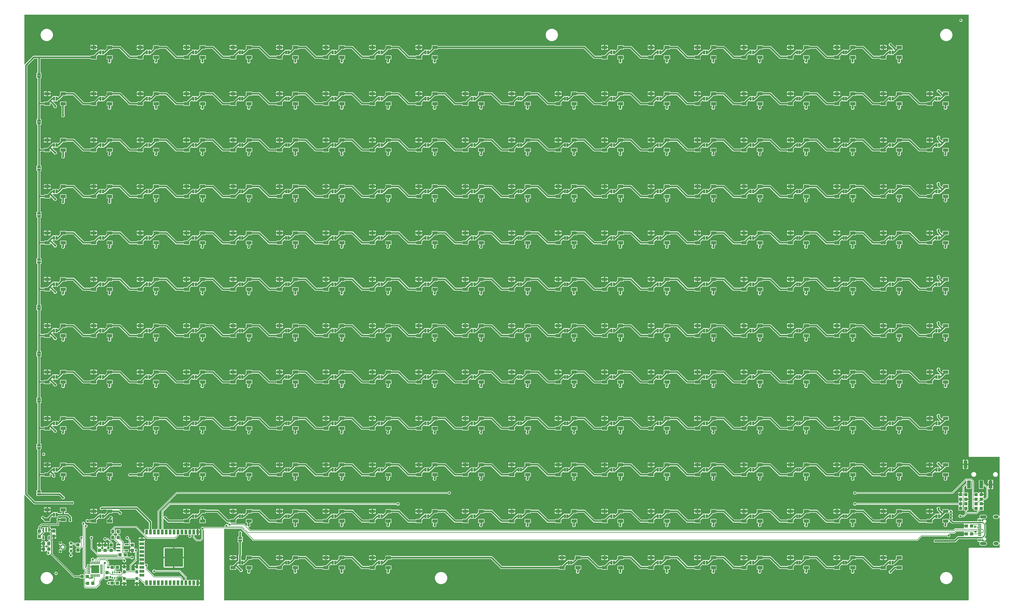
<source format=gtl>
G04 EAGLE Gerber RS-274X export*
G75*
%MOMM*%
%FSLAX34Y34*%
%LPD*%
%INTop Copper*%
%IPPOS*%
%AMOC8*
5,1,8,0,0,1.08239X$1,22.5*%
G01*
%ADD10R,1.100000X1.000000*%
%ADD11C,0.635000*%
%ADD12R,0.300000X0.660000*%
%ADD13R,1.000000X1.100000*%
%ADD14R,0.900000X1.000000*%
%ADD15R,0.900000X1.500000*%
%ADD16R,1.500000X0.900000*%
%ADD17R,6.000000X6.000000*%
%ADD18R,0.550000X1.200000*%
%ADD19R,0.300000X0.850000*%
%ADD20R,0.850000X0.300000*%
%ADD21R,2.550000X2.550000*%
%ADD22R,1.016000X0.300000*%
%ADD23R,1.016000X0.600000*%
%ADD24R,1.016000X0.550000*%
%ADD25C,1.000000*%
%ADD26R,1.200000X2.500000*%
%ADD27C,0.300000*%
%ADD28C,0.700000*%
%ADD29C,0.900000*%
%ADD30R,1.200000X0.550000*%
%ADD31R,1.651000X1.000000*%
%ADD32R,0.635000X1.270000*%
%ADD33R,1.270000X0.635000*%
%ADD34C,0.203200*%
%ADD35C,0.736600*%
%ADD36C,0.177800*%
%ADD37C,0.304800*%
%ADD38C,0.550000*%
%ADD39C,0.406400*%

G36*
X581878Y2803D02*
X581878Y2803D01*
X581936Y2801D01*
X582018Y2823D01*
X582102Y2835D01*
X582155Y2858D01*
X582211Y2873D01*
X582284Y2916D01*
X582361Y2951D01*
X582406Y2989D01*
X582456Y3018D01*
X582514Y3080D01*
X582578Y3134D01*
X582610Y3183D01*
X582650Y3226D01*
X582689Y3301D01*
X582736Y3371D01*
X582753Y3427D01*
X582780Y3479D01*
X582791Y3547D01*
X582821Y3642D01*
X582824Y3742D01*
X582835Y3810D01*
X582835Y229600D01*
X582831Y229629D01*
X582834Y229659D01*
X582811Y229770D01*
X582795Y229882D01*
X582783Y229908D01*
X582778Y229937D01*
X582725Y230038D01*
X582679Y230141D01*
X582660Y230164D01*
X582647Y230190D01*
X582569Y230272D01*
X582496Y230358D01*
X582471Y230374D01*
X582451Y230396D01*
X582353Y230453D01*
X582259Y230516D01*
X582231Y230525D01*
X582206Y230539D01*
X582096Y230567D01*
X581988Y230601D01*
X581959Y230602D01*
X581930Y230609D01*
X581817Y230606D01*
X581704Y230609D01*
X581675Y230601D01*
X581646Y230600D01*
X581538Y230565D01*
X581429Y230537D01*
X581403Y230522D01*
X581375Y230513D01*
X581311Y230467D01*
X581184Y230392D01*
X581141Y230346D01*
X581102Y230318D01*
X581094Y230310D01*
X580294Y229979D01*
X580293Y229978D01*
X580292Y229977D01*
X580171Y229906D01*
X580050Y229834D01*
X580049Y229833D01*
X580047Y229832D01*
X579950Y229728D01*
X579854Y229627D01*
X579854Y229626D01*
X579853Y229625D01*
X579788Y229499D01*
X579724Y229375D01*
X579724Y229373D01*
X579723Y229372D01*
X579721Y229357D01*
X579669Y229096D01*
X579672Y229065D01*
X579668Y229041D01*
X579668Y200895D01*
X572975Y194202D01*
X558025Y194202D01*
X546932Y205295D01*
X546932Y213686D01*
X546924Y213744D01*
X546926Y213802D01*
X546904Y213884D01*
X546892Y213968D01*
X546869Y214021D01*
X546854Y214077D01*
X546811Y214150D01*
X546776Y214227D01*
X546738Y214272D01*
X546709Y214322D01*
X546647Y214380D01*
X546593Y214444D01*
X546544Y214476D01*
X546501Y214516D01*
X546426Y214555D01*
X546356Y214602D01*
X546300Y214619D01*
X546248Y214646D01*
X546180Y214657D01*
X546085Y214687D01*
X545985Y214690D01*
X545917Y214701D01*
X544363Y214701D01*
X543968Y215097D01*
X543921Y215132D01*
X543881Y215174D01*
X543808Y215217D01*
X543741Y215267D01*
X543686Y215288D01*
X543636Y215318D01*
X543554Y215339D01*
X543475Y215369D01*
X543417Y215374D01*
X543360Y215388D01*
X543276Y215385D01*
X543192Y215392D01*
X543134Y215381D01*
X543076Y215379D01*
X542996Y215353D01*
X542913Y215336D01*
X542861Y215309D01*
X542806Y215291D01*
X542749Y215251D01*
X542661Y215205D01*
X542588Y215137D01*
X542532Y215097D01*
X542136Y214701D01*
X542100Y214653D01*
X542057Y214612D01*
X542015Y214540D01*
X541965Y214474D01*
X541944Y214418D01*
X541914Y214366D01*
X541894Y214286D01*
X541864Y214208D01*
X541859Y214148D01*
X541845Y214091D01*
X541847Y214008D01*
X541840Y213925D01*
X541852Y213866D01*
X541854Y213806D01*
X541880Y213727D01*
X541896Y213646D01*
X541920Y213600D01*
X541923Y213587D01*
X541935Y213557D01*
X541942Y213536D01*
X541947Y213530D01*
X542832Y211393D01*
X542832Y209221D01*
X542000Y207213D01*
X540464Y205677D01*
X538456Y204845D01*
X536284Y204845D01*
X534276Y205677D01*
X532740Y207213D01*
X531908Y209221D01*
X531908Y211393D01*
X532697Y213297D01*
X532726Y213409D01*
X532760Y213518D01*
X532761Y213546D01*
X532768Y213573D01*
X532765Y213687D01*
X532768Y213802D01*
X532761Y213829D01*
X532760Y213857D01*
X532725Y213966D01*
X532696Y214077D01*
X532682Y214101D01*
X532673Y214128D01*
X532609Y214223D01*
X532551Y214322D01*
X532530Y214341D01*
X532515Y214364D01*
X532427Y214438D01*
X532343Y214516D01*
X532318Y214529D01*
X532297Y214547D01*
X532192Y214593D01*
X532090Y214646D01*
X532065Y214650D01*
X532037Y214662D01*
X531774Y214699D01*
X531759Y214701D01*
X531663Y214701D01*
X531268Y215097D01*
X531221Y215132D01*
X531181Y215174D01*
X531108Y215217D01*
X531041Y215267D01*
X530986Y215288D01*
X530936Y215318D01*
X530854Y215339D01*
X530775Y215369D01*
X530717Y215374D01*
X530660Y215388D01*
X530576Y215385D01*
X530492Y215392D01*
X530434Y215381D01*
X530376Y215379D01*
X530296Y215353D01*
X530213Y215336D01*
X530161Y215309D01*
X530105Y215291D01*
X530049Y215251D01*
X529961Y215205D01*
X529888Y215137D01*
X529832Y215097D01*
X529437Y214701D01*
X518963Y214701D01*
X518568Y215097D01*
X518521Y215132D01*
X518481Y215174D01*
X518408Y215217D01*
X518341Y215267D01*
X518286Y215288D01*
X518236Y215318D01*
X518154Y215339D01*
X518075Y215369D01*
X518017Y215374D01*
X517960Y215388D01*
X517876Y215385D01*
X517792Y215392D01*
X517734Y215381D01*
X517676Y215379D01*
X517596Y215353D01*
X517513Y215336D01*
X517461Y215309D01*
X517405Y215291D01*
X517349Y215251D01*
X517261Y215205D01*
X517188Y215137D01*
X517132Y215097D01*
X516737Y214701D01*
X506263Y214701D01*
X505868Y215097D01*
X505821Y215132D01*
X505781Y215174D01*
X505708Y215217D01*
X505641Y215267D01*
X505586Y215288D01*
X505536Y215318D01*
X505454Y215339D01*
X505375Y215369D01*
X505317Y215374D01*
X505260Y215388D01*
X505176Y215385D01*
X505092Y215392D01*
X505034Y215381D01*
X504976Y215379D01*
X504896Y215353D01*
X504813Y215336D01*
X504761Y215309D01*
X504705Y215291D01*
X504649Y215251D01*
X504561Y215205D01*
X504488Y215137D01*
X504432Y215097D01*
X504037Y214701D01*
X502610Y214701D01*
X502552Y214693D01*
X502494Y214695D01*
X502412Y214673D01*
X502328Y214661D01*
X502275Y214638D01*
X502219Y214623D01*
X502146Y214580D01*
X502069Y214545D01*
X502024Y214507D01*
X501974Y214478D01*
X501916Y214416D01*
X501852Y214362D01*
X501820Y214313D01*
X501780Y214270D01*
X501741Y214195D01*
X501694Y214125D01*
X501677Y214069D01*
X501650Y214017D01*
X501639Y213949D01*
X501609Y213854D01*
X501606Y213754D01*
X501595Y213686D01*
X501595Y212642D01*
X491158Y202205D01*
X398842Y202205D01*
X364140Y236908D01*
X364070Y236960D01*
X364006Y237020D01*
X363957Y237046D01*
X363913Y237079D01*
X363831Y237110D01*
X363753Y237150D01*
X363705Y237158D01*
X363647Y237180D01*
X363499Y237192D01*
X363422Y237205D01*
X296578Y237205D01*
X296492Y237193D01*
X296404Y237190D01*
X296351Y237173D01*
X296297Y237165D01*
X296217Y237130D01*
X296134Y237103D01*
X296094Y237075D01*
X296037Y237049D01*
X295924Y236953D01*
X295860Y236908D01*
X292914Y233962D01*
X292901Y233944D01*
X292887Y233932D01*
X292884Y233928D01*
X292874Y233919D01*
X292811Y233825D01*
X292743Y233735D01*
X292733Y233707D01*
X292717Y233683D01*
X292682Y233575D01*
X292642Y233469D01*
X292640Y233440D01*
X292631Y233412D01*
X292628Y233298D01*
X292619Y233186D01*
X292624Y233157D01*
X292624Y233128D01*
X292652Y233018D01*
X292674Y232907D01*
X292688Y232881D01*
X292695Y232853D01*
X292753Y232755D01*
X292805Y232655D01*
X292826Y232633D01*
X292841Y232608D01*
X292923Y232531D01*
X293001Y232449D01*
X293027Y232434D01*
X293048Y232414D01*
X293149Y232362D01*
X293246Y232305D01*
X293275Y232298D01*
X293301Y232284D01*
X293378Y232271D01*
X293522Y232235D01*
X293584Y232237D01*
X293632Y232229D01*
X294737Y232229D01*
X295779Y231187D01*
X295779Y219713D01*
X294737Y218671D01*
X292310Y218671D01*
X292252Y218663D01*
X292194Y218665D01*
X292112Y218643D01*
X292028Y218631D01*
X291975Y218608D01*
X291919Y218593D01*
X291846Y218550D01*
X291769Y218515D01*
X291724Y218477D01*
X291674Y218448D01*
X291616Y218386D01*
X291552Y218332D01*
X291520Y218283D01*
X291480Y218240D01*
X291441Y218165D01*
X291394Y218095D01*
X291377Y218039D01*
X291350Y217987D01*
X291339Y217919D01*
X291309Y217824D01*
X291306Y217724D01*
X291295Y217656D01*
X291295Y214194D01*
X291303Y214136D01*
X291301Y214078D01*
X291323Y213996D01*
X291335Y213912D01*
X291358Y213859D01*
X291373Y213803D01*
X291416Y213730D01*
X291451Y213653D01*
X291489Y213608D01*
X291518Y213558D01*
X291580Y213500D01*
X291634Y213436D01*
X291683Y213404D01*
X291726Y213364D01*
X291801Y213325D01*
X291871Y213278D01*
X291927Y213261D01*
X291979Y213234D01*
X292047Y213223D01*
X292142Y213193D01*
X292242Y213190D01*
X292310Y213179D01*
X294737Y213179D01*
X295779Y212137D01*
X295779Y203594D01*
X295791Y203508D01*
X295794Y203420D01*
X295811Y203367D01*
X295819Y203313D01*
X295854Y203233D01*
X295881Y203150D01*
X295909Y203110D01*
X295935Y203053D01*
X296031Y202940D01*
X296076Y202876D01*
X296488Y202464D01*
X296512Y202447D01*
X296531Y202424D01*
X296625Y202361D01*
X296715Y202293D01*
X296743Y202283D01*
X296767Y202267D01*
X296875Y202232D01*
X296981Y202192D01*
X297010Y202190D01*
X297038Y202181D01*
X297152Y202178D01*
X297264Y202169D01*
X297293Y202174D01*
X297322Y202174D01*
X297432Y202202D01*
X297543Y202224D01*
X297569Y202238D01*
X297597Y202245D01*
X297695Y202303D01*
X297795Y202355D01*
X297817Y202376D01*
X297842Y202391D01*
X297919Y202473D01*
X298001Y202551D01*
X298016Y202577D01*
X298036Y202598D01*
X298088Y202699D01*
X298145Y202796D01*
X298152Y202825D01*
X298166Y202851D01*
X298179Y202928D01*
X298215Y203072D01*
X298213Y203134D01*
X298221Y203182D01*
X298221Y212137D01*
X299263Y213179D01*
X301690Y213179D01*
X301748Y213187D01*
X301806Y213185D01*
X301888Y213207D01*
X301972Y213219D01*
X302025Y213242D01*
X302081Y213257D01*
X302154Y213300D01*
X302231Y213335D01*
X302276Y213373D01*
X302326Y213402D01*
X302384Y213464D01*
X302448Y213518D01*
X302480Y213567D01*
X302520Y213610D01*
X302559Y213685D01*
X302606Y213755D01*
X302623Y213811D01*
X302650Y213863D01*
X302661Y213931D01*
X302691Y214026D01*
X302694Y214126D01*
X302705Y214194D01*
X302705Y217656D01*
X302697Y217714D01*
X302699Y217772D01*
X302677Y217854D01*
X302665Y217938D01*
X302642Y217991D01*
X302627Y218047D01*
X302584Y218120D01*
X302549Y218197D01*
X302511Y218242D01*
X302482Y218292D01*
X302420Y218350D01*
X302366Y218414D01*
X302317Y218446D01*
X302274Y218486D01*
X302199Y218525D01*
X302129Y218572D01*
X302073Y218589D01*
X302021Y218616D01*
X301953Y218627D01*
X301858Y218657D01*
X301758Y218660D01*
X301690Y218671D01*
X299263Y218671D01*
X298221Y219713D01*
X298221Y231187D01*
X299263Y232229D01*
X311737Y232229D01*
X312779Y231187D01*
X312779Y219713D01*
X311737Y218671D01*
X309310Y218671D01*
X309252Y218663D01*
X309194Y218665D01*
X309112Y218643D01*
X309028Y218631D01*
X308975Y218608D01*
X308919Y218593D01*
X308846Y218550D01*
X308769Y218515D01*
X308724Y218477D01*
X308674Y218448D01*
X308616Y218386D01*
X308552Y218332D01*
X308520Y218283D01*
X308480Y218240D01*
X308441Y218165D01*
X308394Y218095D01*
X308377Y218039D01*
X308350Y217987D01*
X308339Y217919D01*
X308309Y217824D01*
X308306Y217724D01*
X308295Y217656D01*
X308295Y214194D01*
X308303Y214136D01*
X308301Y214078D01*
X308323Y213996D01*
X308335Y213912D01*
X308358Y213859D01*
X308373Y213803D01*
X308416Y213730D01*
X308451Y213653D01*
X308489Y213608D01*
X308518Y213558D01*
X308580Y213500D01*
X308634Y213436D01*
X308683Y213404D01*
X308726Y213364D01*
X308801Y213325D01*
X308871Y213278D01*
X308927Y213261D01*
X308979Y213234D01*
X309047Y213223D01*
X309142Y213193D01*
X309242Y213190D01*
X309310Y213179D01*
X311737Y213179D01*
X312779Y212137D01*
X312779Y203374D01*
X312791Y203288D01*
X312794Y203200D01*
X312811Y203147D01*
X312819Y203093D01*
X312854Y203013D01*
X312881Y202930D01*
X312909Y202890D01*
X312935Y202833D01*
X313031Y202720D01*
X313076Y202656D01*
X319092Y196640D01*
X320560Y195172D01*
X322795Y192938D01*
X322795Y167610D01*
X322803Y167552D01*
X322801Y167494D01*
X322823Y167412D01*
X322835Y167328D01*
X322858Y167275D01*
X322873Y167219D01*
X322916Y167146D01*
X322951Y167069D01*
X322989Y167024D01*
X323018Y166974D01*
X323080Y166916D01*
X323134Y166852D01*
X323183Y166820D01*
X323226Y166780D01*
X323301Y166741D01*
X323371Y166694D01*
X323427Y166677D01*
X323479Y166650D01*
X323547Y166639D01*
X323642Y166609D01*
X323742Y166606D01*
X323810Y166595D01*
X323907Y166595D01*
X323965Y166603D01*
X324023Y166601D01*
X324105Y166623D01*
X324189Y166635D01*
X324242Y166658D01*
X324298Y166673D01*
X324371Y166716D01*
X324448Y166751D01*
X324493Y166789D01*
X324543Y166818D01*
X324601Y166880D01*
X324665Y166934D01*
X324697Y166983D01*
X324737Y167026D01*
X324776Y167101D01*
X324823Y167171D01*
X324830Y167194D01*
X325964Y168329D01*
X339438Y168329D01*
X340480Y167287D01*
X340480Y160313D01*
X339438Y159271D01*
X325632Y159271D01*
X325603Y159267D01*
X325574Y159270D01*
X325463Y159247D01*
X325351Y159231D01*
X325324Y159219D01*
X325295Y159214D01*
X325195Y159162D01*
X325091Y159115D01*
X325069Y159096D01*
X325043Y159083D01*
X324961Y159005D01*
X324874Y158932D01*
X324858Y158907D01*
X324837Y158887D01*
X324779Y158789D01*
X324717Y158695D01*
X324708Y158667D01*
X324693Y158642D01*
X324665Y158532D01*
X324631Y158424D01*
X324630Y158394D01*
X324623Y158366D01*
X324626Y158253D01*
X324624Y158140D01*
X324631Y158111D01*
X324632Y158082D01*
X324667Y157974D01*
X324695Y157865D01*
X324710Y157839D01*
X324719Y157811D01*
X324765Y157748D01*
X324841Y157620D01*
X324886Y157577D01*
X324914Y157538D01*
X325376Y157076D01*
X325446Y157024D01*
X325510Y156964D01*
X325559Y156938D01*
X325603Y156905D01*
X325685Y156874D01*
X325763Y156834D01*
X325811Y156826D01*
X325869Y156804D01*
X326017Y156792D01*
X326094Y156779D01*
X334737Y156779D01*
X335779Y155737D01*
X335779Y145410D01*
X335787Y145352D01*
X335785Y145294D01*
X335807Y145212D01*
X335819Y145128D01*
X335842Y145075D01*
X335857Y145019D01*
X335900Y144946D01*
X335935Y144869D01*
X335973Y144824D01*
X336002Y144774D01*
X336064Y144716D01*
X336118Y144652D01*
X336167Y144620D01*
X336210Y144580D01*
X336285Y144541D01*
X336355Y144494D01*
X336411Y144477D01*
X336463Y144450D01*
X336531Y144439D01*
X336626Y144409D01*
X336726Y144406D01*
X336794Y144395D01*
X345250Y144395D01*
X345337Y144407D01*
X345424Y144410D01*
X345477Y144427D01*
X345532Y144435D01*
X345611Y144470D01*
X345695Y144497D01*
X345734Y144525D01*
X345791Y144551D01*
X345904Y144647D01*
X345968Y144692D01*
X347506Y146230D01*
X349514Y147062D01*
X351686Y147062D01*
X353694Y146230D01*
X355230Y144694D01*
X356062Y142686D01*
X356062Y140514D01*
X355230Y138506D01*
X353694Y136970D01*
X351686Y136138D01*
X349514Y136138D01*
X347506Y136970D01*
X345968Y138508D01*
X345898Y138560D01*
X345834Y138620D01*
X345785Y138646D01*
X345741Y138679D01*
X345659Y138710D01*
X345581Y138750D01*
X345534Y138758D01*
X345475Y138780D01*
X345327Y138792D01*
X345250Y138805D01*
X327195Y138805D01*
X327110Y138793D01*
X327024Y138791D01*
X326970Y138773D01*
X326913Y138765D01*
X326835Y138730D01*
X326753Y138704D01*
X326706Y138672D01*
X326654Y138649D01*
X326588Y138594D01*
X326517Y138546D01*
X326480Y138502D01*
X326437Y138466D01*
X326389Y138394D01*
X326334Y138328D01*
X326311Y138276D01*
X326279Y138229D01*
X326253Y138147D01*
X326219Y138068D01*
X326211Y138012D01*
X326194Y137958D01*
X326191Y137872D01*
X326180Y137787D01*
X326188Y137731D01*
X326186Y137674D01*
X326208Y137591D01*
X326220Y137506D01*
X326244Y137454D01*
X326258Y137399D01*
X326302Y137325D01*
X326337Y137246D01*
X326374Y137203D01*
X326403Y137154D01*
X326466Y137095D01*
X326522Y137030D01*
X326564Y137004D01*
X326611Y136960D01*
X326740Y136894D01*
X326806Y136852D01*
X328694Y136070D01*
X330230Y134534D01*
X331062Y132526D01*
X331062Y130354D01*
X330230Y128346D01*
X328694Y126810D01*
X326686Y125978D01*
X324514Y125978D01*
X322506Y126810D01*
X320970Y128346D01*
X320138Y130354D01*
X320138Y132529D01*
X320126Y132615D01*
X320123Y132703D01*
X320106Y132756D01*
X320098Y132810D01*
X320063Y132890D01*
X320036Y132973D01*
X320008Y133013D01*
X319982Y133070D01*
X319886Y133183D01*
X319841Y133247D01*
X318390Y134698D01*
X318320Y134750D01*
X318256Y134810D01*
X318207Y134836D01*
X318163Y134869D01*
X318081Y134900D01*
X318003Y134940D01*
X317955Y134948D01*
X317897Y134970D01*
X317749Y134982D01*
X317672Y134995D01*
X270978Y134995D01*
X270949Y134991D01*
X270920Y134994D01*
X270809Y134971D01*
X270697Y134955D01*
X270670Y134943D01*
X270641Y134938D01*
X270541Y134886D01*
X270437Y134839D01*
X270415Y134820D01*
X270389Y134807D01*
X270307Y134729D01*
X270220Y134656D01*
X270204Y134631D01*
X270183Y134611D01*
X270125Y134513D01*
X270063Y134419D01*
X270054Y134391D01*
X270039Y134366D01*
X270011Y134256D01*
X269977Y134148D01*
X269976Y134118D01*
X269969Y134090D01*
X269972Y133977D01*
X269970Y133864D01*
X269977Y133835D01*
X269978Y133806D01*
X270013Y133698D01*
X270041Y133589D01*
X270056Y133563D01*
X270065Y133535D01*
X270111Y133472D01*
X270187Y133344D01*
X270232Y133301D01*
X270260Y133262D01*
X274070Y129452D01*
X276005Y127518D01*
X276005Y115200D01*
X276017Y115113D01*
X276020Y115026D01*
X276037Y114973D01*
X276045Y114918D01*
X276080Y114839D01*
X276107Y114755D01*
X276135Y114716D01*
X276161Y114659D01*
X276257Y114546D01*
X276302Y114482D01*
X277288Y113496D01*
X277312Y113478D01*
X277331Y113456D01*
X277425Y113393D01*
X277515Y113325D01*
X277543Y113315D01*
X277567Y113298D01*
X277675Y113264D01*
X277781Y113224D01*
X277810Y113221D01*
X277838Y113213D01*
X277952Y113210D01*
X278064Y113200D01*
X278093Y113206D01*
X278122Y113205D01*
X278232Y113234D01*
X278343Y113256D01*
X278369Y113270D01*
X278397Y113277D01*
X278495Y113335D01*
X278595Y113387D01*
X278617Y113407D01*
X278642Y113422D01*
X278719Y113505D01*
X278801Y113583D01*
X278816Y113608D01*
X278836Y113630D01*
X278888Y113730D01*
X278945Y113828D01*
X278952Y113857D01*
X278966Y113883D01*
X278979Y113960D01*
X279015Y114104D01*
X279013Y114166D01*
X279021Y114214D01*
X279021Y115587D01*
X280063Y116629D01*
X292537Y116629D01*
X293579Y115587D01*
X293579Y106532D01*
X293583Y106503D01*
X293580Y106474D01*
X293603Y106363D01*
X293619Y106251D01*
X293631Y106224D01*
X293636Y106195D01*
X293688Y106095D01*
X293735Y105991D01*
X293754Y105969D01*
X293767Y105943D01*
X293845Y105861D01*
X293918Y105774D01*
X293943Y105758D01*
X293963Y105737D01*
X294061Y105679D01*
X294155Y105617D01*
X294183Y105608D01*
X294208Y105593D01*
X294318Y105565D01*
X294426Y105531D01*
X294456Y105530D01*
X294484Y105523D01*
X294597Y105526D01*
X294710Y105524D01*
X294739Y105531D01*
X294768Y105532D01*
X294876Y105567D01*
X294985Y105595D01*
X295011Y105610D01*
X295039Y105619D01*
X295102Y105665D01*
X295230Y105741D01*
X295273Y105786D01*
X295312Y105814D01*
X295724Y106226D01*
X295776Y106296D01*
X295836Y106360D01*
X295862Y106409D01*
X295895Y106453D01*
X295926Y106535D01*
X295966Y106613D01*
X295974Y106661D01*
X295996Y106719D01*
X296008Y106867D01*
X296021Y106944D01*
X296021Y115587D01*
X297063Y116629D01*
X309537Y116629D01*
X310579Y115587D01*
X310579Y104113D01*
X309537Y103071D01*
X300894Y103071D01*
X300808Y103059D01*
X300720Y103056D01*
X300667Y103039D01*
X300613Y103031D01*
X300533Y102996D01*
X300450Y102969D01*
X300410Y102941D01*
X300353Y102915D01*
X300240Y102819D01*
X300176Y102774D01*
X297892Y100490D01*
X297840Y100420D01*
X297780Y100356D01*
X297754Y100307D01*
X297721Y100263D01*
X297690Y100181D01*
X297650Y100103D01*
X297642Y100055D01*
X297620Y99997D01*
X297608Y99849D01*
X297595Y99772D01*
X297595Y99711D01*
X297599Y99682D01*
X297596Y99653D01*
X297619Y99541D01*
X297635Y99430D01*
X297647Y99403D01*
X297652Y99374D01*
X297705Y99273D01*
X297751Y99170D01*
X297770Y99148D01*
X297784Y99122D01*
X297861Y99040D01*
X297934Y98953D01*
X297959Y98937D01*
X297979Y98916D01*
X298077Y98859D01*
X298171Y98796D01*
X298199Y98787D01*
X298225Y98772D01*
X298334Y98744D01*
X298442Y98710D01*
X298472Y98709D01*
X298500Y98702D01*
X298613Y98706D01*
X298726Y98703D01*
X298755Y98710D01*
X298785Y98711D01*
X298839Y98729D01*
X303537Y98729D01*
X304579Y97687D01*
X304579Y97490D01*
X304583Y97461D01*
X304580Y97432D01*
X304603Y97321D01*
X304619Y97208D01*
X304631Y97182D01*
X304636Y97153D01*
X304689Y97052D01*
X304735Y96949D01*
X304754Y96927D01*
X304767Y96901D01*
X304845Y96818D01*
X304918Y96732D01*
X304943Y96716D01*
X304963Y96695D01*
X305061Y96637D01*
X305155Y96574D01*
X305183Y96566D01*
X305208Y96551D01*
X305318Y96523D01*
X305426Y96489D01*
X305456Y96488D01*
X305484Y96481D01*
X305597Y96484D01*
X305710Y96481D01*
X305739Y96489D01*
X305768Y96490D01*
X305876Y96525D01*
X305985Y96553D01*
X306011Y96568D01*
X306039Y96577D01*
X306103Y96623D01*
X306230Y96698D01*
X306273Y96744D01*
X306312Y96772D01*
X307228Y97688D01*
X309236Y98520D01*
X311408Y98520D01*
X313416Y97688D01*
X314952Y96152D01*
X315784Y94144D01*
X315784Y92587D01*
X315788Y92558D01*
X315785Y92529D01*
X315808Y92418D01*
X315823Y92306D01*
X315835Y92279D01*
X315841Y92250D01*
X315893Y92149D01*
X315940Y92046D01*
X315959Y92024D01*
X315972Y91998D01*
X316050Y91916D01*
X316123Y91829D01*
X316148Y91813D01*
X316168Y91792D01*
X316266Y91734D01*
X316360Y91672D01*
X316388Y91663D01*
X316413Y91648D01*
X316523Y91620D01*
X316631Y91586D01*
X316660Y91585D01*
X316689Y91578D01*
X316802Y91581D01*
X316915Y91578D01*
X316944Y91586D01*
X316973Y91587D01*
X317081Y91622D01*
X317190Y91650D01*
X317215Y91665D01*
X317243Y91674D01*
X317307Y91720D01*
X317435Y91796D01*
X317478Y91841D01*
X317517Y91869D01*
X318524Y92876D01*
X318576Y92946D01*
X318636Y93010D01*
X318662Y93059D01*
X318695Y93103D01*
X318726Y93185D01*
X318766Y93263D01*
X318774Y93311D01*
X318796Y93369D01*
X318808Y93517D01*
X318821Y93594D01*
X318821Y101237D01*
X320030Y102446D01*
X320054Y102477D01*
X320083Y102503D01*
X320139Y102590D01*
X320201Y102673D01*
X320215Y102710D01*
X320236Y102743D01*
X320266Y102842D01*
X320302Y102939D01*
X320306Y102978D01*
X320317Y103015D01*
X320317Y103119D01*
X320326Y103222D01*
X320318Y103260D01*
X320318Y103300D01*
X320290Y103399D01*
X320270Y103501D01*
X320252Y103535D01*
X320241Y103573D01*
X320187Y103661D01*
X320139Y103753D01*
X320112Y103781D01*
X320091Y103815D01*
X320015Y103884D01*
X319943Y103959D01*
X319909Y103979D01*
X319880Y104005D01*
X319810Y104037D01*
X319698Y104103D01*
X319649Y104115D01*
X319040Y104467D01*
X318567Y104940D01*
X318232Y105519D01*
X318059Y106166D01*
X318059Y109469D01*
X324084Y109469D01*
X324142Y109477D01*
X324200Y109475D01*
X324282Y109497D01*
X324365Y109509D01*
X324419Y109533D01*
X324475Y109547D01*
X324548Y109590D01*
X324625Y109625D01*
X324669Y109663D01*
X324720Y109693D01*
X324777Y109754D01*
X324842Y109809D01*
X324874Y109857D01*
X324914Y109900D01*
X324953Y109975D01*
X324999Y110045D01*
X325017Y110101D01*
X325044Y110153D01*
X325055Y110221D01*
X325085Y110316D01*
X325088Y110416D01*
X325099Y110484D01*
X325099Y111501D01*
X325101Y111501D01*
X325101Y110484D01*
X325109Y110426D01*
X325108Y110368D01*
X325129Y110286D01*
X325141Y110203D01*
X325165Y110149D01*
X325179Y110093D01*
X325222Y110020D01*
X325257Y109943D01*
X325295Y109898D01*
X325325Y109848D01*
X325386Y109790D01*
X325441Y109726D01*
X325489Y109694D01*
X325532Y109654D01*
X325607Y109615D01*
X325677Y109569D01*
X325733Y109551D01*
X325785Y109524D01*
X325853Y109513D01*
X325948Y109483D01*
X326048Y109480D01*
X326116Y109469D01*
X332141Y109469D01*
X332141Y106166D01*
X331968Y105519D01*
X331633Y104940D01*
X331160Y104467D01*
X330567Y104125D01*
X330551Y104121D01*
X330459Y104074D01*
X330364Y104033D01*
X330333Y104008D01*
X330298Y103990D01*
X330223Y103919D01*
X330143Y103854D01*
X330121Y103822D01*
X330092Y103795D01*
X330040Y103705D01*
X329981Y103620D01*
X329968Y103583D01*
X329949Y103549D01*
X329923Y103449D01*
X329890Y103351D01*
X329888Y103312D01*
X329878Y103274D01*
X329882Y103170D01*
X329877Y103067D01*
X329886Y103029D01*
X329887Y102990D01*
X329919Y102891D01*
X329943Y102791D01*
X329963Y102756D01*
X329975Y102719D01*
X330020Y102656D01*
X330084Y102543D01*
X330137Y102491D01*
X330170Y102446D01*
X331379Y101237D01*
X331379Y99310D01*
X331387Y99252D01*
X331385Y99194D01*
X331407Y99112D01*
X331419Y99028D01*
X331442Y98975D01*
X331457Y98919D01*
X331500Y98846D01*
X331535Y98769D01*
X331573Y98724D01*
X331602Y98674D01*
X331664Y98616D01*
X331718Y98552D01*
X331767Y98520D01*
X331810Y98480D01*
X331885Y98441D01*
X331955Y98394D01*
X332011Y98377D01*
X332063Y98350D01*
X332131Y98339D01*
X332226Y98309D01*
X332326Y98306D01*
X332394Y98295D01*
X341790Y98295D01*
X341848Y98303D01*
X341906Y98301D01*
X341988Y98323D01*
X342072Y98335D01*
X342125Y98358D01*
X342181Y98373D01*
X342254Y98416D01*
X342331Y98451D01*
X342376Y98489D01*
X342426Y98518D01*
X342484Y98580D01*
X342548Y98634D01*
X342580Y98683D01*
X342620Y98726D01*
X342659Y98801D01*
X342706Y98871D01*
X342723Y98927D01*
X342750Y98979D01*
X342761Y99047D01*
X342791Y99142D01*
X342794Y99242D01*
X342805Y99310D01*
X342805Y117358D01*
X360208Y134760D01*
X360260Y134830D01*
X360320Y134894D01*
X360346Y134943D01*
X360379Y134987D01*
X360410Y135069D01*
X360450Y135147D01*
X360458Y135195D01*
X360480Y135253D01*
X360492Y135401D01*
X360505Y135478D01*
X360505Y157454D01*
X360503Y157473D01*
X360505Y157492D01*
X360483Y157613D01*
X360465Y157735D01*
X360457Y157753D01*
X360454Y157772D01*
X360399Y157882D01*
X360349Y157994D01*
X360337Y158009D01*
X360328Y158027D01*
X360245Y158118D01*
X360166Y158211D01*
X360149Y158222D01*
X360136Y158237D01*
X360031Y158301D01*
X359929Y158369D01*
X359910Y158375D01*
X359894Y158385D01*
X359775Y158418D01*
X359658Y158455D01*
X359638Y158455D01*
X359619Y158461D01*
X359497Y158459D01*
X359374Y158462D01*
X359355Y158457D01*
X359335Y158457D01*
X359217Y158421D01*
X359099Y158390D01*
X359082Y158380D01*
X359063Y158375D01*
X358960Y158308D01*
X358854Y158245D01*
X358841Y158231D01*
X358824Y158220D01*
X358778Y158163D01*
X358660Y158038D01*
X358636Y157992D01*
X358611Y157961D01*
X358483Y157740D01*
X358010Y157267D01*
X357431Y156932D01*
X356784Y156759D01*
X353481Y156759D01*
X353481Y163784D01*
X353473Y163842D01*
X353474Y163900D01*
X353453Y163982D01*
X353441Y164065D01*
X353417Y164119D01*
X353403Y164175D01*
X353360Y164248D01*
X353325Y164325D01*
X353287Y164369D01*
X353257Y164420D01*
X353196Y164477D01*
X353141Y164542D01*
X353093Y164574D01*
X353050Y164614D01*
X352975Y164653D01*
X352905Y164699D01*
X352849Y164717D01*
X352797Y164744D01*
X352729Y164755D01*
X352634Y164785D01*
X352534Y164788D01*
X352466Y164799D01*
X351449Y164799D01*
X351449Y165816D01*
X351441Y165874D01*
X351442Y165932D01*
X351421Y166014D01*
X351409Y166097D01*
X351385Y166151D01*
X351371Y166207D01*
X351328Y166280D01*
X351293Y166357D01*
X351255Y166401D01*
X351225Y166452D01*
X351164Y166509D01*
X351109Y166574D01*
X351061Y166606D01*
X351018Y166646D01*
X350943Y166685D01*
X350873Y166731D01*
X350817Y166749D01*
X350765Y166776D01*
X350697Y166787D01*
X350602Y166817D01*
X350502Y166820D01*
X350434Y166831D01*
X343909Y166831D01*
X343909Y170634D01*
X344082Y171281D01*
X344417Y171860D01*
X344890Y172333D01*
X345483Y172675D01*
X345499Y172679D01*
X345592Y172727D01*
X345687Y172767D01*
X345717Y172792D01*
X345752Y172810D01*
X345827Y172881D01*
X345907Y172946D01*
X345929Y172979D01*
X345958Y173006D01*
X346010Y173095D01*
X346069Y173180D01*
X346082Y173217D01*
X346101Y173251D01*
X346127Y173351D01*
X346160Y173449D01*
X346162Y173488D01*
X346172Y173526D01*
X346168Y173630D01*
X346173Y173733D01*
X346164Y173771D01*
X346163Y173810D01*
X346131Y173909D01*
X346106Y174010D01*
X346087Y174044D01*
X346075Y174081D01*
X346030Y174144D01*
X345966Y174257D01*
X345913Y174309D01*
X345880Y174354D01*
X344671Y175563D01*
X344671Y178990D01*
X344663Y179048D01*
X344665Y179106D01*
X344643Y179188D01*
X344631Y179272D01*
X344608Y179325D01*
X344593Y179381D01*
X344550Y179454D01*
X344515Y179531D01*
X344477Y179576D01*
X344448Y179626D01*
X344386Y179684D01*
X344332Y179748D01*
X344283Y179780D01*
X344240Y179820D01*
X344165Y179859D01*
X344095Y179906D01*
X344039Y179923D01*
X343987Y179950D01*
X343919Y179961D01*
X343824Y179991D01*
X343724Y179994D01*
X343656Y180005D01*
X341495Y180005D01*
X341437Y179997D01*
X341379Y179999D01*
X341297Y179977D01*
X341213Y179965D01*
X341160Y179942D01*
X341104Y179927D01*
X341031Y179884D01*
X340954Y179849D01*
X340909Y179811D01*
X340859Y179782D01*
X340801Y179720D01*
X340737Y179666D01*
X340705Y179617D01*
X340665Y179574D01*
X340626Y179499D01*
X340579Y179429D01*
X340572Y179406D01*
X339438Y178271D01*
X325964Y178271D01*
X324922Y179313D01*
X324922Y186287D01*
X325964Y187329D01*
X338690Y187329D01*
X338748Y187337D01*
X338806Y187335D01*
X338888Y187357D01*
X338972Y187369D01*
X339025Y187392D01*
X339081Y187407D01*
X339154Y187450D01*
X339231Y187485D01*
X339276Y187523D01*
X339326Y187552D01*
X339384Y187614D01*
X339448Y187668D01*
X339480Y187717D01*
X339520Y187760D01*
X339559Y187835D01*
X339606Y187905D01*
X339623Y187961D01*
X339650Y188013D01*
X339661Y188081D01*
X339691Y188176D01*
X339694Y188276D01*
X339705Y188344D01*
X339705Y195922D01*
X339693Y196008D01*
X339690Y196096D01*
X339673Y196149D01*
X339665Y196203D01*
X339630Y196283D01*
X339603Y196366D01*
X339575Y196406D01*
X339549Y196463D01*
X339453Y196576D01*
X339408Y196640D01*
X336807Y199241D01*
X336737Y199293D01*
X336673Y199353D01*
X336624Y199379D01*
X336580Y199412D01*
X336498Y199443D01*
X336420Y199483D01*
X336372Y199491D01*
X336314Y199513D01*
X336166Y199525D01*
X336089Y199538D01*
X333914Y199538D01*
X331906Y200370D01*
X330370Y201906D01*
X329538Y203914D01*
X329538Y206086D01*
X330370Y208094D01*
X331906Y209630D01*
X333914Y210462D01*
X336086Y210462D01*
X338094Y209630D01*
X339630Y208094D01*
X340462Y206086D01*
X340462Y203911D01*
X340474Y203825D01*
X340477Y203737D01*
X340494Y203684D01*
X340502Y203630D01*
X340537Y203550D01*
X340564Y203467D01*
X340592Y203427D01*
X340618Y203370D01*
X340714Y203257D01*
X340759Y203193D01*
X345295Y198658D01*
X345295Y190094D01*
X345303Y190036D01*
X345301Y189978D01*
X345323Y189896D01*
X345335Y189812D01*
X345358Y189759D01*
X345373Y189703D01*
X345416Y189630D01*
X345451Y189553D01*
X345489Y189508D01*
X345518Y189458D01*
X345580Y189400D01*
X345634Y189336D01*
X345683Y189304D01*
X345726Y189264D01*
X345801Y189225D01*
X345871Y189178D01*
X345927Y189161D01*
X345979Y189134D01*
X346047Y189123D01*
X346142Y189093D01*
X346242Y189090D01*
X346310Y189079D01*
X357187Y189079D01*
X358229Y188037D01*
X358229Y175563D01*
X357020Y174354D01*
X356996Y174323D01*
X356967Y174297D01*
X356911Y174210D01*
X356849Y174127D01*
X356835Y174091D01*
X356814Y174058D01*
X356785Y173958D01*
X356748Y173861D01*
X356744Y173823D01*
X356733Y173785D01*
X356733Y173681D01*
X356724Y173578D01*
X356732Y173540D01*
X356732Y173501D01*
X356760Y173401D01*
X356780Y173299D01*
X356798Y173265D01*
X356809Y173227D01*
X356863Y173139D01*
X356911Y173047D01*
X356938Y173019D01*
X356958Y172986D01*
X357035Y172916D01*
X357107Y172841D01*
X357141Y172821D01*
X357169Y172795D01*
X357240Y172763D01*
X357352Y172697D01*
X357401Y172685D01*
X358010Y172333D01*
X358483Y171860D01*
X358818Y171281D01*
X358991Y170634D01*
X358991Y170219D01*
X359007Y170105D01*
X359017Y169991D01*
X359027Y169965D01*
X359031Y169938D01*
X359078Y169833D01*
X359119Y169726D01*
X359135Y169704D01*
X359147Y169678D01*
X359221Y169591D01*
X359290Y169499D01*
X359313Y169482D01*
X359330Y169461D01*
X359426Y169398D01*
X359518Y169329D01*
X359544Y169319D01*
X359567Y169304D01*
X359677Y169269D01*
X359784Y169229D01*
X359812Y169226D01*
X359838Y169218D01*
X359953Y169215D01*
X360067Y169206D01*
X360092Y169211D01*
X360122Y169211D01*
X360379Y169278D01*
X360395Y169281D01*
X362214Y170035D01*
X364386Y170035D01*
X366394Y169203D01*
X367930Y167667D01*
X368762Y165659D01*
X368762Y163487D01*
X367930Y161479D01*
X366392Y159941D01*
X366340Y159871D01*
X366280Y159807D01*
X366254Y159758D01*
X366221Y159714D01*
X366190Y159632D01*
X366150Y159554D01*
X366142Y159507D01*
X366120Y159448D01*
X366108Y159300D01*
X366095Y159223D01*
X366095Y132742D01*
X348692Y115340D01*
X348640Y115270D01*
X348580Y115206D01*
X348554Y115157D01*
X348521Y115113D01*
X348490Y115031D01*
X348450Y114953D01*
X348442Y114905D01*
X348420Y114847D01*
X348408Y114699D01*
X348395Y114622D01*
X348395Y99310D01*
X348403Y99252D01*
X348401Y99194D01*
X348423Y99112D01*
X348435Y99028D01*
X348458Y98975D01*
X348473Y98919D01*
X348516Y98846D01*
X348551Y98769D01*
X348589Y98724D01*
X348618Y98674D01*
X348680Y98616D01*
X348734Y98552D01*
X348783Y98520D01*
X348826Y98480D01*
X348901Y98441D01*
X348971Y98394D01*
X349027Y98377D01*
X349079Y98350D01*
X349147Y98339D01*
X349242Y98309D01*
X349342Y98306D01*
X349410Y98295D01*
X358806Y98295D01*
X358864Y98303D01*
X358922Y98301D01*
X359004Y98323D01*
X359088Y98335D01*
X359141Y98358D01*
X359197Y98373D01*
X359270Y98416D01*
X359347Y98451D01*
X359392Y98489D01*
X359442Y98518D01*
X359500Y98580D01*
X359564Y98634D01*
X359596Y98683D01*
X359636Y98726D01*
X359675Y98801D01*
X359722Y98871D01*
X359739Y98927D01*
X359766Y98979D01*
X359777Y99047D01*
X359807Y99142D01*
X359810Y99242D01*
X359821Y99310D01*
X359821Y101237D01*
X361030Y102446D01*
X361054Y102477D01*
X361083Y102503D01*
X361139Y102590D01*
X361201Y102673D01*
X361215Y102709D01*
X361236Y102742D01*
X361265Y102842D01*
X361302Y102939D01*
X361306Y102977D01*
X361317Y103015D01*
X361317Y103119D01*
X361326Y103222D01*
X361318Y103260D01*
X361318Y103299D01*
X361290Y103399D01*
X361270Y103501D01*
X361252Y103535D01*
X361241Y103573D01*
X361187Y103661D01*
X361139Y103753D01*
X361112Y103781D01*
X361092Y103814D01*
X361015Y103884D01*
X360943Y103959D01*
X360909Y103979D01*
X360881Y104005D01*
X360810Y104037D01*
X360698Y104103D01*
X360649Y104115D01*
X360040Y104467D01*
X359567Y104940D01*
X359232Y105519D01*
X359059Y106166D01*
X359059Y109469D01*
X365084Y109469D01*
X365142Y109477D01*
X365200Y109475D01*
X365282Y109497D01*
X365365Y109509D01*
X365419Y109533D01*
X365475Y109547D01*
X365548Y109590D01*
X365625Y109625D01*
X365669Y109663D01*
X365720Y109693D01*
X365777Y109754D01*
X365842Y109809D01*
X365874Y109857D01*
X365914Y109900D01*
X365953Y109975D01*
X365999Y110045D01*
X366017Y110101D01*
X366044Y110153D01*
X366055Y110221D01*
X366085Y110316D01*
X366088Y110416D01*
X366099Y110484D01*
X366099Y111501D01*
X367116Y111501D01*
X367174Y111509D01*
X367232Y111508D01*
X367314Y111529D01*
X367397Y111541D01*
X367451Y111565D01*
X367507Y111579D01*
X367580Y111622D01*
X367657Y111657D01*
X367701Y111695D01*
X367752Y111725D01*
X367809Y111786D01*
X367874Y111841D01*
X367906Y111889D01*
X367946Y111932D01*
X367985Y112007D01*
X368031Y112077D01*
X368049Y112133D01*
X368076Y112185D01*
X368087Y112253D01*
X368117Y112348D01*
X368120Y112448D01*
X368131Y112516D01*
X368131Y119041D01*
X370934Y119041D01*
X371686Y118839D01*
X371761Y118809D01*
X371800Y118805D01*
X371838Y118793D01*
X371941Y118790D01*
X372044Y118780D01*
X372083Y118787D01*
X372122Y118786D01*
X372222Y118812D01*
X372324Y118830D01*
X372359Y118848D01*
X372397Y118858D01*
X372486Y118910D01*
X372579Y118956D01*
X372608Y118983D01*
X372642Y119003D01*
X372712Y119078D01*
X372789Y119148D01*
X372809Y119181D01*
X372836Y119210D01*
X372883Y119302D01*
X372937Y119390D01*
X372948Y119428D01*
X372966Y119463D01*
X372979Y119540D01*
X373013Y119664D01*
X373012Y119739D01*
X373021Y119794D01*
X373021Y127787D01*
X373417Y128182D01*
X373452Y128229D01*
X373494Y128269D01*
X373537Y128342D01*
X373587Y128409D01*
X373608Y128464D01*
X373638Y128514D01*
X373659Y128596D01*
X373689Y128675D01*
X373694Y128733D01*
X373708Y128790D01*
X373705Y128874D01*
X373712Y128958D01*
X373701Y129016D01*
X373699Y129074D01*
X373673Y129154D01*
X373656Y129237D01*
X373629Y129289D01*
X373611Y129345D01*
X373571Y129401D01*
X373525Y129489D01*
X373457Y129562D01*
X373417Y129618D01*
X373021Y130013D01*
X373021Y140487D01*
X373417Y140882D01*
X373452Y140929D01*
X373494Y140969D01*
X373537Y141042D01*
X373587Y141109D01*
X373608Y141164D01*
X373638Y141214D01*
X373659Y141296D01*
X373689Y141375D01*
X373694Y141433D01*
X373708Y141490D01*
X373705Y141574D01*
X373712Y141658D01*
X373701Y141716D01*
X373699Y141774D01*
X373673Y141854D01*
X373656Y141937D01*
X373629Y141989D01*
X373611Y142045D01*
X373571Y142101D01*
X373525Y142189D01*
X373457Y142262D01*
X373417Y142318D01*
X373021Y142713D01*
X373021Y153187D01*
X373417Y153582D01*
X373452Y153629D01*
X373494Y153669D01*
X373537Y153742D01*
X373587Y153809D01*
X373608Y153864D01*
X373638Y153914D01*
X373659Y153996D01*
X373689Y154075D01*
X373694Y154133D01*
X373708Y154190D01*
X373705Y154274D01*
X373712Y154358D01*
X373701Y154416D01*
X373699Y154474D01*
X373673Y154554D01*
X373656Y154637D01*
X373629Y154689D01*
X373611Y154745D01*
X373571Y154801D01*
X373525Y154889D01*
X373457Y154962D01*
X373417Y155018D01*
X373021Y155413D01*
X373021Y165887D01*
X373417Y166282D01*
X373452Y166329D01*
X373494Y166369D01*
X373537Y166442D01*
X373587Y166509D01*
X373608Y166564D01*
X373638Y166614D01*
X373659Y166696D01*
X373689Y166775D01*
X373694Y166833D01*
X373708Y166890D01*
X373705Y166974D01*
X373712Y167058D01*
X373701Y167116D01*
X373699Y167174D01*
X373673Y167254D01*
X373656Y167337D01*
X373629Y167389D01*
X373611Y167445D01*
X373571Y167501D01*
X373525Y167589D01*
X373457Y167662D01*
X373417Y167718D01*
X373021Y168113D01*
X373021Y178587D01*
X373417Y178982D01*
X373452Y179029D01*
X373494Y179069D01*
X373537Y179142D01*
X373587Y179209D01*
X373608Y179264D01*
X373638Y179314D01*
X373659Y179396D01*
X373689Y179475D01*
X373694Y179533D01*
X373708Y179590D01*
X373705Y179674D01*
X373712Y179758D01*
X373701Y179816D01*
X373699Y179874D01*
X373673Y179954D01*
X373656Y180037D01*
X373629Y180089D01*
X373611Y180145D01*
X373571Y180201D01*
X373525Y180289D01*
X373457Y180362D01*
X373417Y180418D01*
X373021Y180813D01*
X373021Y191334D01*
X373049Y191370D01*
X373070Y191425D01*
X373099Y191476D01*
X373120Y191557D01*
X373150Y191636D01*
X373155Y191694D01*
X373169Y191751D01*
X373167Y191835D01*
X373174Y191919D01*
X373162Y191977D01*
X373160Y192035D01*
X373134Y192116D01*
X373118Y192198D01*
X373091Y192250D01*
X373073Y192306D01*
X373033Y192362D01*
X372987Y192450D01*
X372918Y192523D01*
X372878Y192579D01*
X372767Y192690D01*
X372432Y193269D01*
X372259Y193916D01*
X372259Y196719D01*
X381284Y196719D01*
X381342Y196727D01*
X381400Y196725D01*
X381482Y196747D01*
X381565Y196759D01*
X381619Y196783D01*
X381675Y196797D01*
X381748Y196840D01*
X381825Y196875D01*
X381869Y196913D01*
X381920Y196943D01*
X381977Y197004D01*
X382042Y197059D01*
X382074Y197107D01*
X382114Y197150D01*
X382153Y197225D01*
X382199Y197295D01*
X382217Y197351D01*
X382244Y197403D01*
X382255Y197471D01*
X382285Y197566D01*
X382288Y197666D01*
X382299Y197734D01*
X382299Y198751D01*
X382301Y198751D01*
X382301Y197734D01*
X382309Y197676D01*
X382308Y197618D01*
X382329Y197536D01*
X382341Y197453D01*
X382365Y197399D01*
X382379Y197343D01*
X382422Y197270D01*
X382457Y197193D01*
X382495Y197148D01*
X382525Y197098D01*
X382586Y197040D01*
X382641Y196976D01*
X382689Y196944D01*
X382732Y196904D01*
X382807Y196865D01*
X382877Y196819D01*
X382933Y196801D01*
X382985Y196774D01*
X383053Y196763D01*
X383148Y196733D01*
X383248Y196730D01*
X383316Y196719D01*
X392341Y196719D01*
X392341Y193916D01*
X392168Y193269D01*
X391833Y192690D01*
X391722Y192579D01*
X391687Y192532D01*
X391645Y192492D01*
X391602Y192419D01*
X391551Y192352D01*
X391531Y192297D01*
X391501Y192247D01*
X391480Y192165D01*
X391450Y192086D01*
X391445Y192028D01*
X391431Y191971D01*
X391433Y191887D01*
X391426Y191803D01*
X391438Y191746D01*
X391440Y191687D01*
X391466Y191607D01*
X391482Y191524D01*
X391509Y191472D01*
X391527Y191417D01*
X391567Y191360D01*
X391579Y191339D01*
X391579Y180813D01*
X391183Y180418D01*
X391148Y180371D01*
X391106Y180331D01*
X391063Y180258D01*
X391013Y180191D01*
X390992Y180136D01*
X390962Y180086D01*
X390941Y180004D01*
X390911Y179925D01*
X390906Y179867D01*
X390892Y179810D01*
X390895Y179726D01*
X390888Y179642D01*
X390899Y179584D01*
X390901Y179526D01*
X390927Y179446D01*
X390944Y179363D01*
X390971Y179311D01*
X390989Y179255D01*
X391029Y179199D01*
X391075Y179111D01*
X391143Y179038D01*
X391183Y178982D01*
X391579Y178587D01*
X391579Y168113D01*
X391183Y167718D01*
X391148Y167671D01*
X391106Y167631D01*
X391063Y167558D01*
X391013Y167491D01*
X390992Y167436D01*
X390962Y167386D01*
X390941Y167304D01*
X390911Y167225D01*
X390906Y167167D01*
X390892Y167110D01*
X390895Y167026D01*
X390888Y166942D01*
X390899Y166884D01*
X390901Y166826D01*
X390927Y166746D01*
X390944Y166663D01*
X390971Y166611D01*
X390989Y166555D01*
X391029Y166499D01*
X391075Y166411D01*
X391143Y166338D01*
X391183Y166282D01*
X391579Y165887D01*
X391579Y155413D01*
X391183Y155018D01*
X391148Y154971D01*
X391106Y154931D01*
X391063Y154858D01*
X391013Y154791D01*
X390992Y154736D01*
X390962Y154686D01*
X390941Y154604D01*
X390911Y154525D01*
X390906Y154467D01*
X390892Y154410D01*
X390895Y154326D01*
X390888Y154242D01*
X390899Y154184D01*
X390901Y154126D01*
X390927Y154046D01*
X390944Y153963D01*
X390971Y153911D01*
X390989Y153855D01*
X391029Y153799D01*
X391075Y153711D01*
X391143Y153638D01*
X391183Y153582D01*
X391579Y153187D01*
X391579Y142713D01*
X391183Y142318D01*
X391148Y142271D01*
X391106Y142231D01*
X391063Y142158D01*
X391013Y142091D01*
X390992Y142036D01*
X390962Y141986D01*
X390941Y141904D01*
X390911Y141825D01*
X390906Y141767D01*
X390892Y141710D01*
X390895Y141626D01*
X390888Y141542D01*
X390899Y141484D01*
X390901Y141426D01*
X390927Y141346D01*
X390944Y141263D01*
X390971Y141211D01*
X390989Y141155D01*
X391029Y141099D01*
X391075Y141011D01*
X391143Y140938D01*
X391183Y140882D01*
X391579Y140487D01*
X391579Y130013D01*
X391183Y129618D01*
X391148Y129571D01*
X391106Y129531D01*
X391063Y129458D01*
X391013Y129391D01*
X390992Y129336D01*
X390962Y129286D01*
X390941Y129204D01*
X390911Y129125D01*
X390906Y129067D01*
X390892Y129010D01*
X390895Y128926D01*
X390888Y128842D01*
X390899Y128784D01*
X390901Y128726D01*
X390927Y128646D01*
X390944Y128563D01*
X390971Y128511D01*
X390989Y128455D01*
X391029Y128399D01*
X391075Y128311D01*
X391143Y128238D01*
X391183Y128182D01*
X391579Y127787D01*
X391579Y121554D01*
X391583Y121525D01*
X391580Y121495D01*
X391586Y121470D01*
X391585Y121463D01*
X391592Y121437D01*
X391603Y121384D01*
X391619Y121272D01*
X391631Y121246D01*
X391636Y121217D01*
X391689Y121116D01*
X391735Y121013D01*
X391754Y120990D01*
X391767Y120964D01*
X391845Y120882D01*
X391918Y120796D01*
X391943Y120780D01*
X391963Y120758D01*
X392061Y120701D01*
X392155Y120638D01*
X392183Y120629D01*
X392208Y120615D01*
X392318Y120587D01*
X392426Y120553D01*
X392455Y120552D01*
X392484Y120545D01*
X392597Y120548D01*
X392710Y120545D01*
X392739Y120553D01*
X392768Y120554D01*
X392876Y120588D01*
X392985Y120617D01*
X393011Y120632D01*
X393039Y120641D01*
X393103Y120687D01*
X393153Y120717D01*
X393160Y120720D01*
X393164Y120723D01*
X393230Y120762D01*
X393273Y120808D01*
X393301Y120828D01*
X395314Y121662D01*
X397486Y121662D01*
X399494Y120830D01*
X401030Y119294D01*
X401862Y117286D01*
X401862Y115114D01*
X401030Y113106D01*
X399492Y111568D01*
X399440Y111498D01*
X399380Y111434D01*
X399354Y111385D01*
X399321Y111341D01*
X399290Y111259D01*
X399250Y111181D01*
X399242Y111134D01*
X399220Y111075D01*
X399208Y110927D01*
X399195Y110850D01*
X399195Y105078D01*
X399207Y104992D01*
X399210Y104904D01*
X399227Y104851D01*
X399235Y104797D01*
X399270Y104717D01*
X399297Y104634D01*
X399325Y104594D01*
X399351Y104537D01*
X399447Y104424D01*
X399492Y104360D01*
X422660Y81192D01*
X422730Y81140D01*
X422794Y81080D01*
X422843Y81054D01*
X422887Y81021D01*
X422969Y80990D01*
X423047Y80950D01*
X423095Y80942D01*
X423153Y80920D01*
X423301Y80908D01*
X423378Y80895D01*
X508048Y80895D01*
X514295Y74648D01*
X514295Y69514D01*
X514303Y69456D01*
X514301Y69398D01*
X514323Y69316D01*
X514335Y69232D01*
X514358Y69179D01*
X514373Y69123D01*
X514416Y69050D01*
X514451Y68973D01*
X514489Y68928D01*
X514518Y68878D01*
X514580Y68820D01*
X514634Y68756D01*
X514683Y68724D01*
X514726Y68684D01*
X514801Y68645D01*
X514871Y68598D01*
X514927Y68581D01*
X514979Y68554D01*
X515047Y68543D01*
X515142Y68513D01*
X515242Y68510D01*
X515310Y68499D01*
X516737Y68499D01*
X517132Y68103D01*
X517179Y68068D01*
X517219Y68026D01*
X517292Y67983D01*
X517359Y67933D01*
X517414Y67912D01*
X517464Y67882D01*
X517546Y67861D01*
X517625Y67831D01*
X517683Y67826D01*
X517740Y67812D01*
X517824Y67815D01*
X517908Y67808D01*
X517966Y67819D01*
X518024Y67821D01*
X518104Y67847D01*
X518187Y67864D01*
X518239Y67891D01*
X518295Y67909D01*
X518351Y67949D01*
X518439Y67995D01*
X518512Y68063D01*
X518568Y68103D01*
X518963Y68499D01*
X520390Y68499D01*
X520448Y68507D01*
X520506Y68505D01*
X520588Y68527D01*
X520672Y68539D01*
X520725Y68562D01*
X520781Y68577D01*
X520854Y68620D01*
X520931Y68655D01*
X520976Y68693D01*
X521026Y68722D01*
X521084Y68784D01*
X521148Y68838D01*
X521180Y68887D01*
X521220Y68930D01*
X521259Y69005D01*
X521306Y69075D01*
X521323Y69131D01*
X521350Y69183D01*
X521361Y69251D01*
X521391Y69346D01*
X521394Y69446D01*
X521405Y69514D01*
X521405Y75722D01*
X521393Y75808D01*
X521390Y75896D01*
X521373Y75949D01*
X521365Y76003D01*
X521330Y76083D01*
X521303Y76166D01*
X521275Y76206D01*
X521249Y76263D01*
X521153Y76376D01*
X521108Y76440D01*
X503490Y94058D01*
X503420Y94110D01*
X503356Y94170D01*
X503307Y94196D01*
X503263Y94229D01*
X503181Y94260D01*
X503103Y94300D01*
X503055Y94308D01*
X502997Y94330D01*
X502849Y94342D01*
X502772Y94355D01*
X427150Y94355D01*
X427063Y94343D01*
X426976Y94340D01*
X426923Y94323D01*
X426868Y94315D01*
X426789Y94280D01*
X426705Y94253D01*
X426666Y94225D01*
X426609Y94199D01*
X426496Y94103D01*
X426432Y94058D01*
X424894Y92520D01*
X422886Y91688D01*
X420714Y91688D01*
X418706Y92520D01*
X417170Y94056D01*
X416338Y96064D01*
X416338Y98236D01*
X417170Y100244D01*
X418706Y101780D01*
X420714Y102612D01*
X422886Y102612D01*
X424894Y101780D01*
X426432Y100242D01*
X426502Y100190D01*
X426566Y100130D01*
X426615Y100104D01*
X426659Y100071D01*
X426741Y100040D01*
X426819Y100000D01*
X426866Y99992D01*
X426925Y99970D01*
X427073Y99958D01*
X427150Y99945D01*
X505508Y99945D01*
X526995Y78458D01*
X526995Y69514D01*
X527003Y69456D01*
X527001Y69398D01*
X527023Y69316D01*
X527035Y69232D01*
X527058Y69179D01*
X527073Y69123D01*
X527116Y69050D01*
X527151Y68973D01*
X527189Y68928D01*
X527218Y68878D01*
X527280Y68820D01*
X527334Y68756D01*
X527383Y68724D01*
X527426Y68684D01*
X527501Y68645D01*
X527571Y68598D01*
X527627Y68581D01*
X527679Y68554D01*
X527747Y68543D01*
X527842Y68513D01*
X527942Y68510D01*
X528010Y68499D01*
X529437Y68499D01*
X529832Y68103D01*
X529879Y68068D01*
X529919Y68026D01*
X529992Y67983D01*
X530059Y67933D01*
X530114Y67912D01*
X530164Y67882D01*
X530246Y67861D01*
X530325Y67831D01*
X530383Y67826D01*
X530440Y67812D01*
X530524Y67815D01*
X530608Y67808D01*
X530666Y67819D01*
X530724Y67821D01*
X530804Y67847D01*
X530887Y67864D01*
X530939Y67891D01*
X530995Y67909D01*
X531051Y67949D01*
X531139Y67995D01*
X531212Y68063D01*
X531268Y68103D01*
X531663Y68499D01*
X542137Y68499D01*
X542532Y68103D01*
X542579Y68068D01*
X542619Y68026D01*
X542692Y67983D01*
X542759Y67933D01*
X542814Y67912D01*
X542864Y67882D01*
X542946Y67861D01*
X543025Y67831D01*
X543083Y67826D01*
X543140Y67812D01*
X543224Y67815D01*
X543308Y67808D01*
X543366Y67819D01*
X543424Y67821D01*
X543504Y67847D01*
X543587Y67864D01*
X543639Y67891D01*
X543695Y67909D01*
X543751Y67949D01*
X543839Y67995D01*
X543912Y68063D01*
X543968Y68103D01*
X544363Y68499D01*
X554884Y68499D01*
X554920Y68471D01*
X554975Y68450D01*
X555026Y68421D01*
X555107Y68400D01*
X555186Y68370D01*
X555244Y68365D01*
X555301Y68351D01*
X555385Y68353D01*
X555469Y68346D01*
X555527Y68358D01*
X555585Y68360D01*
X555666Y68386D01*
X555748Y68402D01*
X555800Y68429D01*
X555856Y68447D01*
X555912Y68487D01*
X556000Y68533D01*
X556073Y68602D01*
X556129Y68642D01*
X556240Y68753D01*
X556819Y69088D01*
X557466Y69261D01*
X560269Y69261D01*
X560269Y60236D01*
X560277Y60178D01*
X560275Y60120D01*
X560297Y60038D01*
X560309Y59955D01*
X560333Y59901D01*
X560347Y59845D01*
X560390Y59772D01*
X560425Y59695D01*
X560463Y59651D01*
X560493Y59600D01*
X560554Y59543D01*
X560609Y59478D01*
X560657Y59446D01*
X560700Y59406D01*
X560775Y59367D01*
X560845Y59321D01*
X560901Y59303D01*
X560953Y59276D01*
X561021Y59265D01*
X561116Y59235D01*
X561216Y59232D01*
X561284Y59221D01*
X562301Y59221D01*
X562301Y59219D01*
X561284Y59219D01*
X561226Y59211D01*
X561168Y59212D01*
X561086Y59191D01*
X561003Y59179D01*
X560949Y59155D01*
X560893Y59141D01*
X560820Y59098D01*
X560743Y59063D01*
X560698Y59025D01*
X560648Y58995D01*
X560590Y58934D01*
X560526Y58879D01*
X560494Y58831D01*
X560454Y58788D01*
X560415Y58713D01*
X560369Y58643D01*
X560351Y58587D01*
X560324Y58535D01*
X560313Y58467D01*
X560283Y58372D01*
X560280Y58272D01*
X560269Y58204D01*
X560269Y49179D01*
X557466Y49179D01*
X556819Y49352D01*
X556240Y49687D01*
X556129Y49798D01*
X556082Y49833D01*
X556042Y49875D01*
X555969Y49918D01*
X555902Y49969D01*
X555847Y49989D01*
X555797Y50019D01*
X555715Y50040D01*
X555636Y50070D01*
X555578Y50075D01*
X555521Y50089D01*
X555437Y50087D01*
X555353Y50094D01*
X555296Y50082D01*
X555237Y50080D01*
X555157Y50054D01*
X555074Y50038D01*
X555022Y50011D01*
X554967Y49993D01*
X554910Y49953D01*
X554889Y49941D01*
X544363Y49941D01*
X543968Y50337D01*
X543921Y50372D01*
X543881Y50414D01*
X543808Y50457D01*
X543741Y50507D01*
X543686Y50528D01*
X543636Y50558D01*
X543554Y50579D01*
X543475Y50609D01*
X543417Y50614D01*
X543360Y50628D01*
X543276Y50625D01*
X543192Y50632D01*
X543134Y50621D01*
X543076Y50619D01*
X542996Y50593D01*
X542913Y50576D01*
X542861Y50549D01*
X542805Y50531D01*
X542749Y50491D01*
X542661Y50445D01*
X542588Y50377D01*
X542532Y50337D01*
X542137Y49941D01*
X531663Y49941D01*
X531268Y50337D01*
X531221Y50372D01*
X531181Y50414D01*
X531108Y50457D01*
X531041Y50507D01*
X530986Y50528D01*
X530936Y50558D01*
X530854Y50579D01*
X530775Y50609D01*
X530717Y50614D01*
X530660Y50628D01*
X530576Y50625D01*
X530492Y50632D01*
X530434Y50621D01*
X530376Y50619D01*
X530296Y50593D01*
X530213Y50576D01*
X530161Y50549D01*
X530105Y50531D01*
X530049Y50491D01*
X529961Y50445D01*
X529888Y50377D01*
X529832Y50337D01*
X529437Y49941D01*
X518963Y49941D01*
X518568Y50337D01*
X518521Y50372D01*
X518481Y50414D01*
X518408Y50457D01*
X518341Y50507D01*
X518286Y50528D01*
X518236Y50558D01*
X518154Y50579D01*
X518075Y50609D01*
X518017Y50614D01*
X517960Y50628D01*
X517876Y50625D01*
X517792Y50632D01*
X517734Y50621D01*
X517676Y50619D01*
X517596Y50593D01*
X517513Y50576D01*
X517461Y50549D01*
X517405Y50531D01*
X517349Y50491D01*
X517261Y50445D01*
X517188Y50377D01*
X517132Y50337D01*
X516737Y49941D01*
X506263Y49941D01*
X505868Y50337D01*
X505821Y50372D01*
X505781Y50414D01*
X505708Y50457D01*
X505641Y50507D01*
X505586Y50528D01*
X505536Y50558D01*
X505454Y50579D01*
X505375Y50609D01*
X505317Y50614D01*
X505260Y50628D01*
X505176Y50625D01*
X505092Y50632D01*
X505034Y50621D01*
X504976Y50619D01*
X504896Y50593D01*
X504813Y50576D01*
X504761Y50549D01*
X504705Y50531D01*
X504649Y50491D01*
X504561Y50445D01*
X504488Y50377D01*
X504432Y50337D01*
X504037Y49941D01*
X493563Y49941D01*
X493168Y50337D01*
X493121Y50372D01*
X493081Y50414D01*
X493008Y50457D01*
X492941Y50507D01*
X492886Y50528D01*
X492836Y50558D01*
X492754Y50579D01*
X492675Y50609D01*
X492617Y50614D01*
X492560Y50628D01*
X492476Y50625D01*
X492392Y50632D01*
X492334Y50621D01*
X492276Y50619D01*
X492196Y50593D01*
X492113Y50576D01*
X492061Y50549D01*
X492005Y50531D01*
X491949Y50491D01*
X491861Y50445D01*
X491788Y50377D01*
X491732Y50337D01*
X491337Y49941D01*
X480863Y49941D01*
X480468Y50337D01*
X480421Y50372D01*
X480381Y50414D01*
X480308Y50457D01*
X480241Y50507D01*
X480186Y50528D01*
X480136Y50558D01*
X480054Y50579D01*
X479975Y50609D01*
X479917Y50614D01*
X479860Y50628D01*
X479776Y50625D01*
X479692Y50632D01*
X479634Y50621D01*
X479576Y50619D01*
X479496Y50593D01*
X479413Y50576D01*
X479361Y50549D01*
X479305Y50531D01*
X479249Y50491D01*
X479161Y50445D01*
X479088Y50377D01*
X479032Y50337D01*
X478637Y49941D01*
X468163Y49941D01*
X467768Y50337D01*
X467721Y50372D01*
X467681Y50414D01*
X467608Y50457D01*
X467541Y50507D01*
X467486Y50528D01*
X467436Y50558D01*
X467354Y50579D01*
X467275Y50609D01*
X467217Y50614D01*
X467160Y50628D01*
X467076Y50625D01*
X466992Y50632D01*
X466934Y50621D01*
X466876Y50619D01*
X466796Y50593D01*
X466713Y50576D01*
X466661Y50549D01*
X466605Y50531D01*
X466549Y50491D01*
X466461Y50445D01*
X466388Y50377D01*
X466332Y50337D01*
X465937Y49941D01*
X455463Y49941D01*
X455068Y50337D01*
X455021Y50372D01*
X454981Y50414D01*
X454908Y50457D01*
X454841Y50507D01*
X454786Y50528D01*
X454736Y50558D01*
X454654Y50579D01*
X454575Y50609D01*
X454517Y50614D01*
X454460Y50628D01*
X454376Y50625D01*
X454292Y50632D01*
X454234Y50621D01*
X454176Y50619D01*
X454096Y50593D01*
X454013Y50576D01*
X453961Y50549D01*
X453905Y50531D01*
X453849Y50491D01*
X453761Y50445D01*
X453688Y50377D01*
X453632Y50337D01*
X453237Y49941D01*
X442763Y49941D01*
X442368Y50337D01*
X442321Y50372D01*
X442281Y50414D01*
X442208Y50457D01*
X442141Y50507D01*
X442086Y50528D01*
X442036Y50558D01*
X441954Y50579D01*
X441875Y50609D01*
X441817Y50614D01*
X441760Y50628D01*
X441676Y50625D01*
X441592Y50632D01*
X441534Y50621D01*
X441476Y50619D01*
X441396Y50593D01*
X441313Y50576D01*
X441261Y50549D01*
X441205Y50531D01*
X441149Y50491D01*
X441061Y50445D01*
X440988Y50377D01*
X440932Y50337D01*
X440537Y49941D01*
X430063Y49941D01*
X429668Y50337D01*
X429621Y50372D01*
X429581Y50414D01*
X429508Y50457D01*
X429441Y50507D01*
X429386Y50528D01*
X429336Y50558D01*
X429254Y50579D01*
X429175Y50609D01*
X429117Y50614D01*
X429060Y50628D01*
X428976Y50625D01*
X428892Y50632D01*
X428834Y50621D01*
X428776Y50619D01*
X428696Y50593D01*
X428613Y50576D01*
X428561Y50549D01*
X428505Y50531D01*
X428449Y50491D01*
X428361Y50445D01*
X428288Y50377D01*
X428232Y50337D01*
X427837Y49941D01*
X417363Y49941D01*
X416968Y50337D01*
X416921Y50372D01*
X416881Y50414D01*
X416808Y50457D01*
X416741Y50507D01*
X416686Y50528D01*
X416636Y50558D01*
X416554Y50579D01*
X416475Y50609D01*
X416417Y50614D01*
X416360Y50628D01*
X416276Y50625D01*
X416192Y50632D01*
X416134Y50621D01*
X416076Y50619D01*
X415996Y50593D01*
X415913Y50576D01*
X415861Y50549D01*
X415805Y50531D01*
X415749Y50491D01*
X415661Y50445D01*
X415588Y50377D01*
X415532Y50337D01*
X415137Y49941D01*
X404663Y49941D01*
X404268Y50337D01*
X404221Y50372D01*
X404181Y50414D01*
X404108Y50457D01*
X404041Y50507D01*
X403986Y50528D01*
X403936Y50558D01*
X403854Y50579D01*
X403775Y50609D01*
X403717Y50614D01*
X403660Y50628D01*
X403576Y50625D01*
X403492Y50632D01*
X403434Y50621D01*
X403376Y50619D01*
X403296Y50593D01*
X403213Y50576D01*
X403161Y50549D01*
X403105Y50531D01*
X403049Y50491D01*
X402961Y50445D01*
X402888Y50377D01*
X402832Y50337D01*
X402437Y49941D01*
X391963Y49941D01*
X390921Y50983D01*
X390921Y55410D01*
X390913Y55468D01*
X390915Y55526D01*
X390893Y55608D01*
X390881Y55692D01*
X390858Y55745D01*
X390843Y55801D01*
X390800Y55874D01*
X390765Y55951D01*
X390727Y55996D01*
X390698Y56046D01*
X390636Y56104D01*
X390582Y56168D01*
X390533Y56200D01*
X390490Y56240D01*
X390415Y56279D01*
X390345Y56326D01*
X390289Y56343D01*
X390237Y56370D01*
X390169Y56381D01*
X390074Y56411D01*
X389974Y56414D01*
X389906Y56425D01*
X388722Y56425D01*
X374840Y70308D01*
X374770Y70360D01*
X374706Y70420D01*
X374657Y70446D01*
X374613Y70479D01*
X374531Y70510D01*
X374453Y70550D01*
X374405Y70558D01*
X374347Y70580D01*
X374199Y70592D01*
X374122Y70605D01*
X373394Y70605D01*
X373336Y70597D01*
X373278Y70599D01*
X373196Y70577D01*
X373112Y70565D01*
X373059Y70542D01*
X373003Y70527D01*
X372930Y70484D01*
X372853Y70449D01*
X372808Y70411D01*
X372758Y70382D01*
X372700Y70320D01*
X372636Y70266D01*
X372604Y70217D01*
X372564Y70174D01*
X372525Y70099D01*
X372478Y70029D01*
X372461Y69973D01*
X372434Y69921D01*
X372423Y69853D01*
X372393Y69758D01*
X372390Y69658D01*
X372379Y69590D01*
X372379Y67663D01*
X371170Y66454D01*
X371153Y66432D01*
X371134Y66416D01*
X371127Y66407D01*
X371117Y66397D01*
X371061Y66310D01*
X370999Y66227D01*
X370987Y66195D01*
X370976Y66179D01*
X370974Y66174D01*
X370964Y66158D01*
X370935Y66058D01*
X370898Y65961D01*
X370894Y65923D01*
X370883Y65885D01*
X370883Y65781D01*
X370874Y65678D01*
X370882Y65640D01*
X370882Y65601D01*
X370910Y65501D01*
X370930Y65399D01*
X370948Y65365D01*
X370959Y65327D01*
X371013Y65239D01*
X371061Y65147D01*
X371088Y65119D01*
X371108Y65086D01*
X371185Y65016D01*
X371257Y64941D01*
X371291Y64921D01*
X371319Y64895D01*
X371390Y64863D01*
X371502Y64797D01*
X371551Y64785D01*
X372160Y64433D01*
X372633Y63960D01*
X372968Y63381D01*
X373141Y62734D01*
X373141Y59431D01*
X367116Y59431D01*
X367058Y59423D01*
X367000Y59424D01*
X366918Y59403D01*
X366835Y59391D01*
X366781Y59367D01*
X366725Y59353D01*
X366652Y59310D01*
X366575Y59275D01*
X366531Y59237D01*
X366480Y59207D01*
X366423Y59146D01*
X366358Y59091D01*
X366326Y59043D01*
X366286Y59000D01*
X366247Y58925D01*
X366201Y58855D01*
X366183Y58799D01*
X366156Y58747D01*
X366145Y58679D01*
X366115Y58584D01*
X366112Y58484D01*
X366101Y58416D01*
X366101Y57399D01*
X366099Y57399D01*
X366099Y58416D01*
X366091Y58474D01*
X366092Y58532D01*
X366071Y58614D01*
X366059Y58697D01*
X366035Y58751D01*
X366021Y58807D01*
X365978Y58880D01*
X365943Y58957D01*
X365905Y59001D01*
X365875Y59052D01*
X365814Y59109D01*
X365759Y59174D01*
X365711Y59206D01*
X365668Y59246D01*
X365593Y59285D01*
X365523Y59331D01*
X365467Y59349D01*
X365415Y59376D01*
X365347Y59387D01*
X365252Y59417D01*
X365152Y59420D01*
X365084Y59431D01*
X359059Y59431D01*
X359059Y62734D01*
X359232Y63381D01*
X359567Y63960D01*
X360040Y64433D01*
X360633Y64775D01*
X360649Y64779D01*
X360742Y64827D01*
X360837Y64867D01*
X360867Y64892D01*
X360902Y64910D01*
X360977Y64981D01*
X361057Y65046D01*
X361079Y65079D01*
X361108Y65106D01*
X361160Y65195D01*
X361219Y65280D01*
X361232Y65317D01*
X361251Y65351D01*
X361277Y65451D01*
X361310Y65549D01*
X361312Y65588D01*
X361322Y65626D01*
X361318Y65730D01*
X361323Y65833D01*
X361314Y65871D01*
X361313Y65910D01*
X361281Y66009D01*
X361256Y66110D01*
X361246Y66128D01*
X361245Y66132D01*
X361236Y66147D01*
X361225Y66181D01*
X361180Y66244D01*
X361116Y66357D01*
X361105Y66367D01*
X361100Y66376D01*
X361058Y66416D01*
X361030Y66454D01*
X359821Y67663D01*
X359821Y69590D01*
X359813Y69648D01*
X359815Y69706D01*
X359793Y69788D01*
X359781Y69872D01*
X359758Y69925D01*
X359743Y69981D01*
X359700Y70054D01*
X359665Y70131D01*
X359627Y70176D01*
X359598Y70226D01*
X359536Y70284D01*
X359482Y70348D01*
X359433Y70380D01*
X359390Y70420D01*
X359315Y70459D01*
X359245Y70506D01*
X359189Y70523D01*
X359137Y70550D01*
X359069Y70561D01*
X358974Y70591D01*
X358874Y70594D01*
X358806Y70605D01*
X332394Y70605D01*
X332336Y70597D01*
X332278Y70599D01*
X332196Y70577D01*
X332112Y70565D01*
X332059Y70542D01*
X332003Y70527D01*
X331930Y70484D01*
X331853Y70449D01*
X331808Y70411D01*
X331758Y70382D01*
X331700Y70320D01*
X331636Y70266D01*
X331604Y70217D01*
X331564Y70174D01*
X331525Y70099D01*
X331478Y70029D01*
X331461Y69973D01*
X331434Y69921D01*
X331423Y69853D01*
X331393Y69758D01*
X331390Y69658D01*
X331379Y69590D01*
X331379Y67663D01*
X330170Y66454D01*
X330153Y66432D01*
X330134Y66416D01*
X330127Y66407D01*
X330117Y66397D01*
X330061Y66310D01*
X329999Y66227D01*
X329987Y66195D01*
X329976Y66179D01*
X329974Y66174D01*
X329964Y66158D01*
X329935Y66058D01*
X329898Y65961D01*
X329894Y65923D01*
X329883Y65885D01*
X329883Y65781D01*
X329874Y65678D01*
X329882Y65640D01*
X329882Y65601D01*
X329910Y65501D01*
X329930Y65399D01*
X329948Y65365D01*
X329959Y65327D01*
X330013Y65239D01*
X330061Y65147D01*
X330088Y65119D01*
X330108Y65086D01*
X330185Y65016D01*
X330257Y64941D01*
X330291Y64921D01*
X330319Y64895D01*
X330390Y64863D01*
X330502Y64797D01*
X330551Y64785D01*
X331160Y64433D01*
X331633Y63960D01*
X331968Y63381D01*
X332141Y62734D01*
X332141Y59431D01*
X326116Y59431D01*
X326058Y59423D01*
X326000Y59424D01*
X325918Y59403D01*
X325835Y59391D01*
X325781Y59367D01*
X325725Y59353D01*
X325652Y59310D01*
X325575Y59275D01*
X325531Y59237D01*
X325480Y59207D01*
X325423Y59146D01*
X325358Y59091D01*
X325326Y59043D01*
X325286Y59000D01*
X325247Y58925D01*
X325201Y58855D01*
X325183Y58799D01*
X325156Y58747D01*
X325145Y58679D01*
X325115Y58584D01*
X325112Y58484D01*
X325101Y58416D01*
X325101Y57399D01*
X325099Y57399D01*
X325099Y58416D01*
X325091Y58474D01*
X325092Y58532D01*
X325071Y58614D01*
X325059Y58697D01*
X325035Y58751D01*
X325021Y58807D01*
X324978Y58880D01*
X324943Y58957D01*
X324905Y59001D01*
X324875Y59052D01*
X324814Y59109D01*
X324759Y59174D01*
X324711Y59206D01*
X324668Y59246D01*
X324593Y59285D01*
X324523Y59331D01*
X324467Y59349D01*
X324415Y59376D01*
X324347Y59387D01*
X324252Y59417D01*
X324152Y59420D01*
X324084Y59431D01*
X318059Y59431D01*
X318059Y62734D01*
X318232Y63381D01*
X318567Y63960D01*
X319040Y64433D01*
X319633Y64775D01*
X319649Y64779D01*
X319742Y64827D01*
X319837Y64867D01*
X319867Y64892D01*
X319902Y64910D01*
X319977Y64981D01*
X320057Y65046D01*
X320079Y65079D01*
X320108Y65106D01*
X320160Y65195D01*
X320219Y65280D01*
X320232Y65317D01*
X320251Y65351D01*
X320277Y65451D01*
X320310Y65549D01*
X320312Y65588D01*
X320322Y65626D01*
X320318Y65730D01*
X320323Y65833D01*
X320314Y65871D01*
X320313Y65910D01*
X320281Y66009D01*
X320256Y66110D01*
X320246Y66128D01*
X320245Y66132D01*
X320236Y66147D01*
X320225Y66181D01*
X320180Y66244D01*
X320116Y66357D01*
X320105Y66367D01*
X320100Y66376D01*
X320058Y66416D01*
X320030Y66454D01*
X318821Y67663D01*
X318821Y75306D01*
X318809Y75392D01*
X318806Y75480D01*
X318789Y75533D01*
X318781Y75587D01*
X318746Y75667D01*
X318719Y75750D01*
X318691Y75790D01*
X318665Y75847D01*
X318569Y75960D01*
X318524Y76024D01*
X315730Y78818D01*
X315660Y78870D01*
X315596Y78930D01*
X315547Y78956D01*
X315503Y78989D01*
X315421Y79020D01*
X315343Y79060D01*
X315295Y79068D01*
X315237Y79090D01*
X315089Y79102D01*
X315012Y79115D01*
X307808Y79115D01*
X307722Y79103D01*
X307634Y79100D01*
X307581Y79083D01*
X307527Y79075D01*
X307447Y79040D01*
X307364Y79013D01*
X307324Y78985D01*
X307267Y78959D01*
X307154Y78863D01*
X307090Y78818D01*
X304876Y76604D01*
X304861Y76583D01*
X304843Y76568D01*
X304812Y76521D01*
X304764Y76470D01*
X304738Y76421D01*
X304705Y76377D01*
X304692Y76341D01*
X304685Y76332D01*
X304673Y76293D01*
X304634Y76217D01*
X304626Y76169D01*
X304604Y76111D01*
X304600Y76061D01*
X304600Y76057D01*
X304592Y75963D01*
X304579Y75886D01*
X304579Y71213D01*
X303537Y70171D01*
X298855Y70171D01*
X298835Y70179D01*
X298806Y70181D01*
X298778Y70190D01*
X298665Y70193D01*
X298552Y70202D01*
X298523Y70197D01*
X298494Y70197D01*
X298384Y70169D01*
X298273Y70147D01*
X298247Y70133D01*
X298219Y70125D01*
X298122Y70068D01*
X298021Y70016D01*
X298000Y69995D01*
X297974Y69980D01*
X297897Y69898D01*
X297815Y69820D01*
X297800Y69795D01*
X297780Y69773D01*
X297728Y69672D01*
X297671Y69575D01*
X297664Y69546D01*
X297650Y69520D01*
X297637Y69442D01*
X297601Y69299D01*
X297602Y69245D01*
X297601Y69238D01*
X297601Y69227D01*
X297595Y69189D01*
X297595Y69128D01*
X297607Y69042D01*
X297610Y68954D01*
X297627Y68901D01*
X297635Y68847D01*
X297670Y68767D01*
X297697Y68684D01*
X297725Y68644D01*
X297751Y68587D01*
X297847Y68474D01*
X297892Y68410D01*
X300176Y66126D01*
X300246Y66074D01*
X300310Y66014D01*
X300359Y65988D01*
X300403Y65955D01*
X300485Y65924D01*
X300563Y65884D01*
X300611Y65876D01*
X300669Y65854D01*
X300817Y65842D01*
X300894Y65829D01*
X309537Y65829D01*
X310579Y64787D01*
X310579Y53313D01*
X309537Y52271D01*
X297063Y52271D01*
X296021Y53313D01*
X296021Y61956D01*
X296009Y62042D01*
X296006Y62130D01*
X295989Y62183D01*
X295981Y62237D01*
X295946Y62317D01*
X295919Y62400D01*
X295891Y62440D01*
X295865Y62497D01*
X295769Y62610D01*
X295724Y62674D01*
X295312Y63086D01*
X295288Y63103D01*
X295269Y63126D01*
X295175Y63189D01*
X295085Y63257D01*
X295057Y63267D01*
X295033Y63283D01*
X294925Y63318D01*
X294819Y63358D01*
X294790Y63360D01*
X294762Y63369D01*
X294648Y63372D01*
X294536Y63381D01*
X294507Y63376D01*
X294478Y63376D01*
X294368Y63348D01*
X294257Y63326D01*
X294231Y63312D01*
X294203Y63305D01*
X294105Y63247D01*
X294005Y63195D01*
X293983Y63174D01*
X293958Y63159D01*
X293881Y63077D01*
X293799Y62999D01*
X293784Y62973D01*
X293764Y62952D01*
X293712Y62851D01*
X293655Y62754D01*
X293648Y62725D01*
X293634Y62699D01*
X293621Y62622D01*
X293585Y62478D01*
X293587Y62416D01*
X293579Y62368D01*
X293579Y53313D01*
X292537Y52271D01*
X280063Y52271D01*
X279021Y53313D01*
X279021Y53500D01*
X279005Y53614D01*
X278995Y53728D01*
X278985Y53754D01*
X278981Y53781D01*
X278934Y53886D01*
X278893Y53993D01*
X278877Y54015D01*
X278865Y54041D01*
X278791Y54128D01*
X278722Y54220D01*
X278699Y54237D01*
X278682Y54258D01*
X278586Y54321D01*
X278494Y54390D01*
X278468Y54400D01*
X278445Y54415D01*
X278335Y54450D01*
X278228Y54491D01*
X278200Y54493D01*
X278174Y54501D01*
X278059Y54504D01*
X277945Y54513D01*
X277920Y54508D01*
X277890Y54508D01*
X277633Y54441D01*
X277617Y54438D01*
X275566Y53588D01*
X273394Y53588D01*
X271386Y54420D01*
X269850Y55956D01*
X269018Y57964D01*
X269018Y60136D01*
X269850Y62144D01*
X271386Y63680D01*
X273394Y64512D01*
X275566Y64512D01*
X277617Y63662D01*
X277729Y63634D01*
X277838Y63599D01*
X277866Y63598D01*
X277893Y63591D01*
X278007Y63594D01*
X278122Y63592D01*
X278149Y63599D01*
X278177Y63599D01*
X278286Y63634D01*
X278397Y63663D01*
X278421Y63678D01*
X278448Y63686D01*
X278543Y63750D01*
X278642Y63809D01*
X278661Y63829D01*
X278684Y63844D01*
X278758Y63932D01*
X278836Y64016D01*
X278849Y64041D01*
X278867Y64062D01*
X278913Y64167D01*
X278966Y64269D01*
X278970Y64294D01*
X278982Y64322D01*
X279019Y64585D01*
X279021Y64600D01*
X279021Y64787D01*
X280063Y65829D01*
X290990Y65829D01*
X291048Y65837D01*
X291106Y65835D01*
X291188Y65857D01*
X291272Y65869D01*
X291325Y65892D01*
X291381Y65907D01*
X291454Y65950D01*
X291531Y65985D01*
X291576Y66023D01*
X291626Y66052D01*
X291684Y66114D01*
X291748Y66168D01*
X291780Y66217D01*
X291820Y66260D01*
X291859Y66335D01*
X291906Y66405D01*
X291923Y66461D01*
X291950Y66513D01*
X291961Y66581D01*
X291991Y66676D01*
X291994Y66776D01*
X292005Y66844D01*
X292005Y69189D01*
X292001Y69218D01*
X292004Y69247D01*
X291981Y69359D01*
X291965Y69470D01*
X291953Y69497D01*
X291948Y69526D01*
X291895Y69627D01*
X291849Y69730D01*
X291830Y69752D01*
X291816Y69778D01*
X291739Y69860D01*
X291666Y69947D01*
X291641Y69963D01*
X291621Y69984D01*
X291523Y70041D01*
X291429Y70104D01*
X291401Y70113D01*
X291375Y70128D01*
X291266Y70156D01*
X291158Y70190D01*
X291128Y70191D01*
X291100Y70198D01*
X290987Y70194D01*
X290874Y70197D01*
X290845Y70190D01*
X290815Y70189D01*
X290761Y70171D01*
X286063Y70171D01*
X285021Y71213D01*
X285021Y71440D01*
X285013Y71498D01*
X285015Y71556D01*
X284993Y71638D01*
X284981Y71722D01*
X284958Y71775D01*
X284943Y71831D01*
X284900Y71904D01*
X284865Y71981D01*
X284827Y72026D01*
X284798Y72076D01*
X284736Y72134D01*
X284682Y72198D01*
X284633Y72230D01*
X284590Y72270D01*
X284515Y72309D01*
X284445Y72356D01*
X284389Y72373D01*
X284337Y72400D01*
X284269Y72411D01*
X284174Y72441D01*
X284074Y72444D01*
X284006Y72455D01*
X282499Y72455D01*
X282454Y72479D01*
X282410Y72512D01*
X282328Y72543D01*
X282250Y72583D01*
X282202Y72591D01*
X282144Y72613D01*
X281996Y72625D01*
X281919Y72638D01*
X279744Y72638D01*
X277583Y73533D01*
X277471Y73562D01*
X277362Y73597D01*
X277334Y73597D01*
X277307Y73604D01*
X277193Y73601D01*
X277078Y73604D01*
X277051Y73597D01*
X277023Y73596D01*
X276914Y73561D01*
X276803Y73532D01*
X276779Y73518D01*
X276752Y73510D01*
X276657Y73446D01*
X276558Y73387D01*
X276539Y73367D01*
X276516Y73351D01*
X276442Y73264D01*
X276364Y73180D01*
X276351Y73155D01*
X276333Y73134D01*
X276287Y73029D01*
X276234Y72927D01*
X276230Y72902D01*
X276218Y72874D01*
X276181Y72610D01*
X276179Y72595D01*
X276179Y69713D01*
X275137Y68671D01*
X263663Y68671D01*
X262621Y69713D01*
X262621Y72140D01*
X262613Y72198D01*
X262615Y72256D01*
X262593Y72338D01*
X262581Y72422D01*
X262558Y72475D01*
X262543Y72531D01*
X262500Y72604D01*
X262465Y72681D01*
X262427Y72726D01*
X262398Y72776D01*
X262336Y72834D01*
X262282Y72898D01*
X262233Y72930D01*
X262190Y72970D01*
X262115Y73009D01*
X262045Y73056D01*
X261989Y73073D01*
X261937Y73100D01*
X261869Y73111D01*
X261774Y73141D01*
X261674Y73144D01*
X261606Y73155D01*
X257528Y73155D01*
X257442Y73143D01*
X257354Y73140D01*
X257301Y73123D01*
X257247Y73115D01*
X257167Y73080D01*
X257084Y73053D01*
X257044Y73025D01*
X256987Y72999D01*
X256874Y72903D01*
X256810Y72858D01*
X248092Y64140D01*
X248040Y64070D01*
X247980Y64006D01*
X247954Y63957D01*
X247921Y63913D01*
X247890Y63831D01*
X247850Y63753D01*
X247842Y63705D01*
X247820Y63647D01*
X247808Y63499D01*
X247795Y63422D01*
X247795Y53842D01*
X236158Y42205D01*
X198842Y42205D01*
X195035Y46012D01*
X195035Y72236D01*
X195027Y72294D01*
X195029Y72352D01*
X195007Y72434D01*
X194995Y72518D01*
X194972Y72571D01*
X194957Y72627D01*
X194914Y72700D01*
X194879Y72777D01*
X194841Y72822D01*
X194812Y72872D01*
X194750Y72930D01*
X194696Y72994D01*
X194647Y73026D01*
X194604Y73066D01*
X194529Y73105D01*
X194459Y73152D01*
X194403Y73169D01*
X194351Y73196D01*
X194283Y73207D01*
X194188Y73237D01*
X194088Y73240D01*
X194020Y73251D01*
X183053Y73251D01*
X182011Y74293D01*
X182011Y75712D01*
X182003Y75770D01*
X182005Y75828D01*
X181983Y75910D01*
X181971Y75994D01*
X181948Y76047D01*
X181933Y76103D01*
X181890Y76176D01*
X181855Y76253D01*
X181817Y76298D01*
X181788Y76348D01*
X181726Y76406D01*
X181672Y76470D01*
X181623Y76502D01*
X181580Y76542D01*
X181505Y76581D01*
X181435Y76628D01*
X181379Y76645D01*
X181327Y76672D01*
X181259Y76683D01*
X181164Y76713D01*
X181064Y76716D01*
X180996Y76727D01*
X162102Y76727D01*
X87299Y151530D01*
X87299Y153246D01*
X87287Y153331D01*
X87285Y153417D01*
X87267Y153471D01*
X87259Y153527D01*
X87224Y153606D01*
X87198Y153688D01*
X87166Y153735D01*
X87143Y153787D01*
X87088Y153852D01*
X87040Y153924D01*
X86996Y153960D01*
X86960Y154004D01*
X86888Y154051D01*
X86822Y154107D01*
X86770Y154130D01*
X86723Y154161D01*
X86641Y154187D01*
X86562Y154222D01*
X86506Y154230D01*
X86452Y154247D01*
X86366Y154249D01*
X86281Y154261D01*
X86225Y154253D01*
X86168Y154254D01*
X86085Y154233D01*
X86000Y154220D01*
X85948Y154197D01*
X85893Y154183D01*
X85819Y154139D01*
X85740Y154103D01*
X85697Y154066D01*
X85648Y154037D01*
X85589Y153975D01*
X85524Y153919D01*
X85498Y153877D01*
X85454Y153830D01*
X85388Y153701D01*
X85346Y153634D01*
X84630Y151906D01*
X83094Y150370D01*
X81086Y149538D01*
X78914Y149538D01*
X76906Y150370D01*
X75370Y151906D01*
X74538Y153914D01*
X74538Y156086D01*
X75370Y158094D01*
X76906Y159630D01*
X77239Y159768D01*
X77313Y159812D01*
X77391Y159847D01*
X77435Y159884D01*
X77484Y159913D01*
X77543Y159975D01*
X77608Y160031D01*
X77640Y160078D01*
X77679Y160119D01*
X77718Y160196D01*
X77766Y160267D01*
X77783Y160321D01*
X77809Y160372D01*
X77826Y160456D01*
X77852Y160538D01*
X77853Y160595D01*
X77864Y160651D01*
X77857Y160736D01*
X77859Y160822D01*
X77845Y160877D01*
X77840Y160934D01*
X77809Y161015D01*
X77787Y161097D01*
X77758Y161146D01*
X77738Y161199D01*
X77686Y161268D01*
X77642Y161342D01*
X77600Y161381D01*
X77566Y161426D01*
X77497Y161478D01*
X77435Y161536D01*
X77384Y161562D01*
X77338Y161596D01*
X77258Y161627D01*
X77181Y161666D01*
X77133Y161674D01*
X77072Y161697D01*
X76928Y161708D01*
X76850Y161721D01*
X75563Y161721D01*
X74354Y162930D01*
X74323Y162954D01*
X74297Y162983D01*
X74251Y163012D01*
X74244Y163019D01*
X74227Y163028D01*
X74210Y163039D01*
X74127Y163101D01*
X74091Y163115D01*
X74058Y163136D01*
X73958Y163165D01*
X73861Y163202D01*
X73823Y163206D01*
X73785Y163217D01*
X73681Y163217D01*
X73578Y163226D01*
X73540Y163218D01*
X73501Y163218D01*
X73401Y163190D01*
X73299Y163170D01*
X73265Y163152D01*
X73227Y163141D01*
X73139Y163087D01*
X73047Y163039D01*
X73019Y163012D01*
X72986Y162992D01*
X72916Y162915D01*
X72841Y162843D01*
X72821Y162809D01*
X72795Y162781D01*
X72763Y162710D01*
X72716Y162630D01*
X72715Y162628D01*
X72714Y162627D01*
X72697Y162598D01*
X72685Y162549D01*
X72333Y161940D01*
X71860Y161467D01*
X71281Y161132D01*
X70634Y160959D01*
X66831Y160959D01*
X66831Y167484D01*
X66823Y167542D01*
X66824Y167600D01*
X66803Y167682D01*
X66791Y167765D01*
X66767Y167819D01*
X66753Y167875D01*
X66710Y167948D01*
X66675Y168025D01*
X66637Y168069D01*
X66607Y168120D01*
X66546Y168177D01*
X66491Y168242D01*
X66443Y168274D01*
X66400Y168314D01*
X66325Y168353D01*
X66255Y168399D01*
X66199Y168417D01*
X66147Y168444D01*
X66079Y168455D01*
X65984Y168485D01*
X65884Y168488D01*
X65816Y168499D01*
X64799Y168499D01*
X64799Y168501D01*
X65816Y168501D01*
X65874Y168509D01*
X65932Y168508D01*
X66014Y168529D01*
X66097Y168541D01*
X66151Y168565D01*
X66207Y168579D01*
X66280Y168622D01*
X66357Y168657D01*
X66401Y168695D01*
X66452Y168725D01*
X66509Y168786D01*
X66574Y168841D01*
X66606Y168889D01*
X66646Y168932D01*
X66685Y169007D01*
X66731Y169077D01*
X66749Y169133D01*
X66776Y169185D01*
X66787Y169253D01*
X66817Y169348D01*
X66820Y169448D01*
X66831Y169516D01*
X66831Y176041D01*
X70634Y176041D01*
X71281Y175868D01*
X71860Y175533D01*
X72333Y175060D01*
X72675Y174467D01*
X72679Y174451D01*
X72727Y174358D01*
X72767Y174263D01*
X72792Y174233D01*
X72810Y174198D01*
X72881Y174123D01*
X72946Y174043D01*
X72979Y174021D01*
X73006Y173992D01*
X73095Y173940D01*
X73180Y173881D01*
X73217Y173868D01*
X73251Y173849D01*
X73351Y173823D01*
X73449Y173790D01*
X73488Y173788D01*
X73526Y173778D01*
X73630Y173782D01*
X73733Y173777D01*
X73771Y173786D01*
X73810Y173787D01*
X73909Y173819D01*
X74010Y173844D01*
X74044Y173863D01*
X74081Y173875D01*
X74144Y173920D01*
X74257Y173984D01*
X74309Y174037D01*
X74354Y174070D01*
X75563Y175279D01*
X77990Y175279D01*
X78048Y175287D01*
X78106Y175285D01*
X78188Y175307D01*
X78272Y175319D01*
X78325Y175342D01*
X78381Y175357D01*
X78454Y175400D01*
X78531Y175435D01*
X78576Y175473D01*
X78626Y175502D01*
X78684Y175564D01*
X78748Y175618D01*
X78780Y175667D01*
X78820Y175710D01*
X78859Y175785D01*
X78906Y175855D01*
X78923Y175911D01*
X78950Y175963D01*
X78961Y176031D01*
X78991Y176126D01*
X78994Y176226D01*
X79005Y176294D01*
X79005Y178656D01*
X78997Y178714D01*
X78999Y178772D01*
X78977Y178854D01*
X78965Y178938D01*
X78942Y178991D01*
X78927Y179047D01*
X78884Y179120D01*
X78849Y179197D01*
X78811Y179242D01*
X78782Y179292D01*
X78720Y179350D01*
X78666Y179414D01*
X78617Y179446D01*
X78574Y179486D01*
X78499Y179525D01*
X78429Y179572D01*
X78373Y179589D01*
X78321Y179616D01*
X78253Y179627D01*
X78158Y179657D01*
X78058Y179660D01*
X77990Y179671D01*
X75563Y179671D01*
X74354Y180880D01*
X74323Y180904D01*
X74297Y180933D01*
X74210Y180989D01*
X74127Y181051D01*
X74091Y181065D01*
X74058Y181086D01*
X73958Y181115D01*
X73861Y181152D01*
X73823Y181156D01*
X73785Y181167D01*
X73681Y181167D01*
X73578Y181176D01*
X73540Y181168D01*
X73501Y181168D01*
X73401Y181140D01*
X73299Y181120D01*
X73265Y181102D01*
X73227Y181091D01*
X73139Y181037D01*
X73047Y180989D01*
X73019Y180962D01*
X72986Y180942D01*
X72916Y180865D01*
X72841Y180793D01*
X72821Y180759D01*
X72795Y180731D01*
X72763Y180660D01*
X72697Y180548D01*
X72685Y180499D01*
X72333Y179890D01*
X71860Y179417D01*
X71281Y179082D01*
X70634Y178909D01*
X66831Y178909D01*
X66831Y185434D01*
X66823Y185492D01*
X66824Y185550D01*
X66803Y185632D01*
X66791Y185715D01*
X66767Y185769D01*
X66753Y185825D01*
X66710Y185898D01*
X66675Y185975D01*
X66637Y186019D01*
X66607Y186070D01*
X66546Y186127D01*
X66491Y186192D01*
X66443Y186224D01*
X66400Y186264D01*
X66325Y186303D01*
X66255Y186349D01*
X66199Y186367D01*
X66147Y186394D01*
X66079Y186405D01*
X65984Y186435D01*
X65884Y186438D01*
X65816Y186449D01*
X64799Y186449D01*
X64799Y186451D01*
X65816Y186451D01*
X65874Y186459D01*
X65932Y186458D01*
X66014Y186479D01*
X66097Y186491D01*
X66151Y186515D01*
X66207Y186529D01*
X66280Y186572D01*
X66357Y186607D01*
X66401Y186645D01*
X66452Y186675D01*
X66509Y186736D01*
X66574Y186791D01*
X66606Y186839D01*
X66646Y186882D01*
X66685Y186957D01*
X66731Y187027D01*
X66749Y187083D01*
X66776Y187135D01*
X66787Y187203D01*
X66817Y187298D01*
X66820Y187398D01*
X66831Y187466D01*
X66831Y193991D01*
X70634Y193991D01*
X71281Y193818D01*
X71860Y193483D01*
X72333Y193010D01*
X72675Y192417D01*
X72679Y192401D01*
X72727Y192308D01*
X72767Y192213D01*
X72792Y192183D01*
X72810Y192148D01*
X72881Y192073D01*
X72946Y191993D01*
X72979Y191971D01*
X73006Y191942D01*
X73095Y191890D01*
X73180Y191831D01*
X73217Y191818D01*
X73251Y191799D01*
X73351Y191773D01*
X73449Y191740D01*
X73488Y191738D01*
X73526Y191728D01*
X73630Y191732D01*
X73733Y191727D01*
X73771Y191736D01*
X73810Y191737D01*
X73909Y191769D01*
X74010Y191794D01*
X74044Y191813D01*
X74081Y191825D01*
X74144Y191870D01*
X74257Y191934D01*
X74309Y191987D01*
X74354Y192020D01*
X75563Y193229D01*
X78990Y193229D01*
X79048Y193237D01*
X79106Y193235D01*
X79188Y193257D01*
X79272Y193269D01*
X79325Y193292D01*
X79381Y193307D01*
X79454Y193350D01*
X79531Y193385D01*
X79576Y193423D01*
X79626Y193452D01*
X79684Y193514D01*
X79748Y193568D01*
X79780Y193617D01*
X79820Y193660D01*
X79859Y193735D01*
X79906Y193805D01*
X79923Y193861D01*
X79950Y193913D01*
X79961Y193981D01*
X79991Y194076D01*
X79994Y194176D01*
X80005Y194244D01*
X80005Y196405D01*
X79997Y196463D01*
X79999Y196521D01*
X79977Y196603D01*
X79965Y196687D01*
X79942Y196740D01*
X79927Y196796D01*
X79884Y196869D01*
X79849Y196946D01*
X79811Y196991D01*
X79782Y197041D01*
X79720Y197099D01*
X79666Y197163D01*
X79617Y197195D01*
X79574Y197235D01*
X79499Y197274D01*
X79429Y197321D01*
X79406Y197328D01*
X78271Y198462D01*
X78271Y211936D01*
X79313Y212978D01*
X84534Y212978D01*
X84592Y212986D01*
X84650Y212984D01*
X84732Y213006D01*
X84816Y213018D01*
X84869Y213041D01*
X84925Y213056D01*
X84998Y213099D01*
X85075Y213134D01*
X85120Y213172D01*
X85170Y213201D01*
X85228Y213263D01*
X85292Y213317D01*
X85324Y213366D01*
X85364Y213409D01*
X85403Y213484D01*
X85450Y213554D01*
X85467Y213610D01*
X85494Y213662D01*
X85505Y213730D01*
X85535Y213825D01*
X85538Y213925D01*
X85549Y213993D01*
X85549Y222407D01*
X85541Y222465D01*
X85543Y222523D01*
X85521Y222605D01*
X85509Y222689D01*
X85486Y222742D01*
X85471Y222798D01*
X85428Y222871D01*
X85393Y222948D01*
X85355Y222993D01*
X85326Y223043D01*
X85264Y223101D01*
X85210Y223165D01*
X85161Y223197D01*
X85118Y223237D01*
X85043Y223276D01*
X84973Y223323D01*
X84917Y223340D01*
X84865Y223367D01*
X84797Y223378D01*
X84702Y223408D01*
X84602Y223411D01*
X84534Y223422D01*
X79313Y223422D01*
X79307Y223429D01*
X79260Y223464D01*
X79220Y223506D01*
X79147Y223549D01*
X79080Y223600D01*
X79025Y223620D01*
X78974Y223650D01*
X78893Y223671D01*
X78814Y223701D01*
X78756Y223706D01*
X78699Y223720D01*
X78615Y223718D01*
X78531Y223725D01*
X78473Y223713D01*
X78415Y223711D01*
X78334Y223685D01*
X78252Y223669D01*
X78200Y223642D01*
X78144Y223624D01*
X78088Y223584D01*
X78000Y223538D01*
X77927Y223469D01*
X77871Y223429D01*
X77610Y223168D01*
X77031Y222833D01*
X76384Y222660D01*
X74674Y222660D01*
X74674Y230842D01*
X74666Y230900D01*
X74668Y230958D01*
X74646Y231040D01*
X74634Y231123D01*
X74611Y231177D01*
X74604Y231201D01*
X74619Y231229D01*
X74630Y231297D01*
X74660Y231392D01*
X74663Y231492D01*
X74674Y231560D01*
X74674Y239742D01*
X76384Y239742D01*
X77031Y239569D01*
X77610Y239234D01*
X77764Y239080D01*
X77788Y239062D01*
X77807Y239040D01*
X77901Y238977D01*
X77991Y238909D01*
X78019Y238899D01*
X78043Y238882D01*
X78151Y238848D01*
X78257Y238808D01*
X78286Y238805D01*
X78314Y238797D01*
X78427Y238794D01*
X78540Y238784D01*
X78569Y238790D01*
X78598Y238789D01*
X78708Y238818D01*
X78819Y238840D01*
X78845Y238854D01*
X78873Y238861D01*
X78970Y238919D01*
X79071Y238971D01*
X79093Y238991D01*
X79118Y239006D01*
X79195Y239089D01*
X79277Y239167D01*
X79292Y239192D01*
X79312Y239214D01*
X79364Y239314D01*
X79421Y239412D01*
X79428Y239441D01*
X79442Y239467D01*
X79455Y239544D01*
X79491Y239688D01*
X79489Y239750D01*
X79497Y239798D01*
X79497Y243182D01*
X79489Y243240D01*
X79491Y243298D01*
X79469Y243380D01*
X79457Y243464D01*
X79434Y243517D01*
X79419Y243573D01*
X79376Y243646D01*
X79341Y243723D01*
X79303Y243768D01*
X79274Y243818D01*
X79212Y243876D01*
X79158Y243940D01*
X79109Y243972D01*
X79066Y244012D01*
X78991Y244051D01*
X78921Y244098D01*
X78865Y244115D01*
X78813Y244142D01*
X78745Y244153D01*
X78650Y244183D01*
X78550Y244186D01*
X78482Y244197D01*
X60289Y244197D01*
X60202Y244185D01*
X60115Y244182D01*
X60062Y244165D01*
X60007Y244157D01*
X59927Y244122D01*
X59844Y244095D01*
X59805Y244067D01*
X59748Y244041D01*
X59634Y243945D01*
X59571Y243900D01*
X54600Y238929D01*
X54548Y238860D01*
X54488Y238796D01*
X54462Y238746D01*
X54429Y238702D01*
X54398Y238620D01*
X54358Y238542D01*
X54350Y238495D01*
X54328Y238436D01*
X54316Y238289D01*
X54303Y238211D01*
X54303Y234794D01*
X54311Y234736D01*
X54309Y234678D01*
X54331Y234596D01*
X54343Y234512D01*
X54366Y234459D01*
X54381Y234403D01*
X54424Y234330D01*
X54459Y234253D01*
X54497Y234208D01*
X54526Y234158D01*
X54588Y234100D01*
X54642Y234036D01*
X54691Y234004D01*
X54734Y233964D01*
X54809Y233925D01*
X54879Y233878D01*
X54935Y233861D01*
X54987Y233834D01*
X55055Y233823D01*
X55150Y233793D01*
X55250Y233790D01*
X55318Y233779D01*
X56737Y233779D01*
X57538Y232977D01*
X57562Y232960D01*
X57581Y232937D01*
X57675Y232875D01*
X57765Y232806D01*
X57793Y232796D01*
X57817Y232780D01*
X57925Y232746D01*
X58031Y232705D01*
X58060Y232703D01*
X58088Y232694D01*
X58202Y232691D01*
X58314Y232682D01*
X58343Y232687D01*
X58372Y232687D01*
X58482Y232715D01*
X58593Y232738D01*
X58619Y232751D01*
X58647Y232759D01*
X58745Y232816D01*
X58845Y232869D01*
X58867Y232889D01*
X58892Y232904D01*
X58969Y232986D01*
X59051Y233064D01*
X59066Y233090D01*
X59086Y233111D01*
X59138Y233212D01*
X59195Y233310D01*
X59202Y233338D01*
X59216Y233364D01*
X59229Y233441D01*
X59265Y233585D01*
X59263Y233648D01*
X59271Y233695D01*
X59271Y237938D01*
X60313Y238980D01*
X67287Y238980D01*
X67293Y238973D01*
X67340Y238938D01*
X67380Y238896D01*
X67453Y238853D01*
X67520Y238802D01*
X67575Y238782D01*
X67626Y238752D01*
X67707Y238731D01*
X67786Y238701D01*
X67844Y238696D01*
X67901Y238682D01*
X67985Y238684D01*
X68069Y238677D01*
X68127Y238689D01*
X68185Y238691D01*
X68266Y238717D01*
X68348Y238733D01*
X68400Y238760D01*
X68456Y238778D01*
X68512Y238818D01*
X68600Y238864D01*
X68673Y238933D01*
X68729Y238973D01*
X68990Y239234D01*
X69569Y239569D01*
X70216Y239742D01*
X71926Y239742D01*
X71926Y231560D01*
X71934Y231502D01*
X71932Y231444D01*
X71954Y231362D01*
X71966Y231279D01*
X71989Y231225D01*
X71996Y231201D01*
X71981Y231173D01*
X71970Y231105D01*
X71940Y231010D01*
X71937Y230910D01*
X71926Y230842D01*
X71926Y222660D01*
X70216Y222660D01*
X69569Y222833D01*
X68990Y223168D01*
X68836Y223322D01*
X68812Y223340D01*
X68793Y223362D01*
X68699Y223425D01*
X68609Y223493D01*
X68581Y223503D01*
X68557Y223520D01*
X68449Y223554D01*
X68343Y223594D01*
X68314Y223597D01*
X68286Y223605D01*
X68173Y223608D01*
X68060Y223618D01*
X68031Y223612D01*
X68002Y223613D01*
X67892Y223584D01*
X67781Y223562D01*
X67755Y223548D01*
X67727Y223541D01*
X67630Y223483D01*
X67529Y223431D01*
X67507Y223411D01*
X67482Y223396D01*
X67405Y223313D01*
X67323Y223235D01*
X67308Y223210D01*
X67288Y223188D01*
X67236Y223088D01*
X67179Y222990D01*
X67172Y222961D01*
X67158Y222935D01*
X67145Y222858D01*
X67109Y222714D01*
X67111Y222652D01*
X67103Y222604D01*
X67103Y220932D01*
X60882Y214711D01*
X60864Y214687D01*
X60842Y214668D01*
X60779Y214574D01*
X60711Y214484D01*
X60700Y214456D01*
X60684Y214432D01*
X60650Y214324D01*
X60610Y214218D01*
X60607Y214189D01*
X60598Y214161D01*
X60595Y214047D01*
X60586Y213935D01*
X60592Y213906D01*
X60591Y213877D01*
X60620Y213767D01*
X60642Y213656D01*
X60655Y213630D01*
X60663Y213602D01*
X60721Y213504D01*
X60773Y213404D01*
X60793Y213382D01*
X60808Y213357D01*
X60891Y213280D01*
X60969Y213198D01*
X60994Y213183D01*
X61015Y213163D01*
X61116Y213111D01*
X61214Y213054D01*
X61242Y213047D01*
X61268Y213033D01*
X61346Y213020D01*
X61489Y212984D01*
X61552Y212986D01*
X61600Y212978D01*
X67287Y212978D01*
X68329Y211936D01*
X68329Y198462D01*
X67287Y197420D01*
X60313Y197420D01*
X59271Y198462D01*
X59271Y202305D01*
X59267Y202334D01*
X59270Y202363D01*
X59247Y202474D01*
X59231Y202586D01*
X59219Y202613D01*
X59214Y202642D01*
X59161Y202742D01*
X59115Y202846D01*
X59096Y202868D01*
X59083Y202894D01*
X59005Y202976D01*
X58932Y203063D01*
X58907Y203079D01*
X58887Y203100D01*
X58789Y203157D01*
X58695Y203220D01*
X58667Y203229D01*
X58642Y203244D01*
X58532Y203272D01*
X58424Y203306D01*
X58394Y203307D01*
X58366Y203314D01*
X58253Y203310D01*
X58140Y203313D01*
X58111Y203306D01*
X58082Y203305D01*
X57974Y203270D01*
X57865Y203241D01*
X57839Y203227D01*
X57811Y203217D01*
X57747Y203172D01*
X57620Y203096D01*
X57577Y203051D01*
X57538Y203023D01*
X56737Y202221D01*
X45263Y202221D01*
X44221Y203263D01*
X44221Y215737D01*
X45263Y216779D01*
X53187Y216779D01*
X53274Y216791D01*
X53361Y216794D01*
X53414Y216811D01*
X53469Y216819D01*
X53549Y216854D01*
X53632Y216881D01*
X53671Y216909D01*
X53728Y216935D01*
X53841Y217031D01*
X53905Y217076D01*
X54317Y217488D01*
X54335Y217512D01*
X54357Y217531D01*
X54420Y217625D01*
X54488Y217715D01*
X54499Y217743D01*
X54515Y217767D01*
X54549Y217875D01*
X54589Y217981D01*
X54592Y218010D01*
X54601Y218038D01*
X54604Y218151D01*
X54613Y218264D01*
X54607Y218293D01*
X54608Y218322D01*
X54579Y218432D01*
X54557Y218543D01*
X54544Y218569D01*
X54536Y218597D01*
X54478Y218695D01*
X54426Y218795D01*
X54406Y218817D01*
X54391Y218842D01*
X54308Y218919D01*
X54230Y219001D01*
X54205Y219016D01*
X54184Y219036D01*
X54083Y219088D01*
X53985Y219145D01*
X53957Y219152D01*
X53931Y219166D01*
X53853Y219179D01*
X53710Y219215D01*
X53647Y219213D01*
X53599Y219221D01*
X45263Y219221D01*
X44221Y220263D01*
X44221Y232737D01*
X45263Y233779D01*
X46682Y233779D01*
X46740Y233787D01*
X46798Y233785D01*
X46880Y233807D01*
X46964Y233819D01*
X47017Y233842D01*
X47073Y233857D01*
X47146Y233900D01*
X47223Y233935D01*
X47268Y233973D01*
X47318Y234002D01*
X47376Y234064D01*
X47440Y234118D01*
X47472Y234167D01*
X47512Y234210D01*
X47551Y234285D01*
X47598Y234355D01*
X47615Y234411D01*
X47642Y234463D01*
X47653Y234531D01*
X47683Y234626D01*
X47686Y234726D01*
X47697Y234794D01*
X47697Y241368D01*
X57132Y250803D01*
X106682Y250803D01*
X106740Y250811D01*
X106798Y250809D01*
X106880Y250831D01*
X106964Y250843D01*
X107017Y250866D01*
X107073Y250881D01*
X107146Y250924D01*
X107223Y250959D01*
X107268Y250997D01*
X107318Y251026D01*
X107376Y251088D01*
X107440Y251142D01*
X107472Y251191D01*
X107512Y251234D01*
X107551Y251309D01*
X107598Y251379D01*
X107615Y251435D01*
X107642Y251487D01*
X107653Y251555D01*
X107683Y251650D01*
X107686Y251750D01*
X107697Y251818D01*
X107697Y262121D01*
X107693Y262151D01*
X107695Y262182D01*
X107678Y262259D01*
X107657Y262402D01*
X107631Y262461D01*
X107620Y262509D01*
X107038Y263914D01*
X107038Y266086D01*
X107870Y268094D01*
X109406Y269630D01*
X110101Y269918D01*
X110175Y269962D01*
X110253Y269997D01*
X110297Y270034D01*
X110346Y270063D01*
X110405Y270125D01*
X110470Y270181D01*
X110502Y270228D01*
X110541Y270269D01*
X110580Y270346D01*
X110628Y270417D01*
X110645Y270471D01*
X110671Y270522D01*
X110688Y270606D01*
X110714Y270688D01*
X110715Y270745D01*
X110726Y270801D01*
X110722Y270847D01*
X110726Y270841D01*
X110808Y270764D01*
X110886Y270682D01*
X110912Y270667D01*
X110933Y270647D01*
X111034Y270595D01*
X111132Y270538D01*
X111160Y270531D01*
X111186Y270517D01*
X111264Y270504D01*
X111407Y270468D01*
X111470Y270470D01*
X111517Y270462D01*
X113586Y270462D01*
X115594Y269630D01*
X116398Y268826D01*
X116468Y268774D01*
X116532Y268714D01*
X116581Y268688D01*
X116625Y268655D01*
X116707Y268624D01*
X116785Y268584D01*
X116832Y268576D01*
X116891Y268554D01*
X117039Y268542D01*
X117116Y268529D01*
X117221Y268529D01*
X117279Y268537D01*
X117337Y268535D01*
X117419Y268557D01*
X117503Y268569D01*
X117556Y268592D01*
X117612Y268607D01*
X117685Y268650D01*
X117762Y268685D01*
X117807Y268723D01*
X117857Y268752D01*
X117915Y268814D01*
X117979Y268868D01*
X118011Y268917D01*
X118051Y268960D01*
X118090Y269035D01*
X118137Y269105D01*
X118154Y269161D01*
X118181Y269213D01*
X118192Y269281D01*
X118222Y269376D01*
X118225Y269476D01*
X118236Y269544D01*
X118236Y269737D01*
X119278Y270779D01*
X137262Y270779D01*
X138304Y269737D01*
X138304Y258263D01*
X137262Y257221D01*
X119278Y257221D01*
X118236Y258263D01*
X118236Y258456D01*
X118228Y258514D01*
X118230Y258572D01*
X118208Y258654D01*
X118196Y258738D01*
X118173Y258791D01*
X118158Y258847D01*
X118115Y258920D01*
X118080Y258997D01*
X118042Y259042D01*
X118013Y259092D01*
X117951Y259150D01*
X117897Y259214D01*
X117848Y259246D01*
X117805Y259286D01*
X117730Y259325D01*
X117660Y259372D01*
X117604Y259389D01*
X117552Y259416D01*
X117484Y259427D01*
X117389Y259457D01*
X117289Y259460D01*
X117221Y259471D01*
X115318Y259471D01*
X115260Y259463D01*
X115202Y259465D01*
X115120Y259443D01*
X115036Y259431D01*
X114983Y259408D01*
X114927Y259393D01*
X114854Y259350D01*
X114777Y259315D01*
X114732Y259277D01*
X114682Y259248D01*
X114624Y259186D01*
X114560Y259132D01*
X114528Y259083D01*
X114488Y259040D01*
X114449Y258965D01*
X114402Y258895D01*
X114385Y258839D01*
X114358Y258787D01*
X114347Y258719D01*
X114317Y258624D01*
X114314Y258524D01*
X114303Y258456D01*
X114303Y246132D01*
X112368Y244197D01*
X87118Y244197D01*
X87060Y244189D01*
X87002Y244191D01*
X86920Y244169D01*
X86836Y244157D01*
X86783Y244134D01*
X86727Y244119D01*
X86654Y244076D01*
X86577Y244041D01*
X86532Y244003D01*
X86482Y243974D01*
X86424Y243912D01*
X86360Y243858D01*
X86328Y243809D01*
X86288Y243766D01*
X86249Y243691D01*
X86202Y243621D01*
X86185Y243565D01*
X86158Y243513D01*
X86147Y243445D01*
X86117Y243350D01*
X86114Y243250D01*
X86103Y243182D01*
X86103Y239584D01*
X86115Y239498D01*
X86118Y239410D01*
X86135Y239358D01*
X86143Y239303D01*
X86178Y239223D01*
X86205Y239140D01*
X86233Y239100D01*
X86259Y239043D01*
X86355Y238930D01*
X86400Y238866D01*
X87329Y237938D01*
X87329Y235519D01*
X87337Y235461D01*
X87335Y235403D01*
X87357Y235321D01*
X87369Y235237D01*
X87392Y235184D01*
X87407Y235128D01*
X87450Y235055D01*
X87485Y234978D01*
X87523Y234933D01*
X87552Y234883D01*
X87614Y234825D01*
X87668Y234761D01*
X87717Y234729D01*
X87760Y234689D01*
X87835Y234650D01*
X87905Y234603D01*
X87961Y234586D01*
X88013Y234559D01*
X88081Y234548D01*
X88176Y234518D01*
X88276Y234515D01*
X88344Y234504D01*
X89167Y234504D01*
X89860Y233811D01*
X89906Y233776D01*
X89947Y233733D01*
X90020Y233691D01*
X90087Y233640D01*
X90142Y233619D01*
X90192Y233590D01*
X90274Y233569D01*
X90353Y233539D01*
X90411Y233534D01*
X90468Y233520D01*
X90552Y233522D01*
X90636Y233515D01*
X90693Y233527D01*
X90752Y233529D01*
X90832Y233555D01*
X90915Y233571D01*
X90967Y233598D01*
X91022Y233616D01*
X91078Y233656D01*
X91167Y233702D01*
X91239Y233771D01*
X91295Y233811D01*
X92263Y234779D01*
X103737Y234779D01*
X104779Y233737D01*
X104779Y221263D01*
X103570Y220054D01*
X103546Y220023D01*
X103517Y219997D01*
X103461Y219910D01*
X103399Y219827D01*
X103385Y219791D01*
X103364Y219758D01*
X103335Y219658D01*
X103298Y219561D01*
X103294Y219523D01*
X103283Y219485D01*
X103283Y219381D01*
X103274Y219278D01*
X103282Y219240D01*
X103282Y219201D01*
X103310Y219101D01*
X103330Y218999D01*
X103348Y218965D01*
X103359Y218927D01*
X103413Y218839D01*
X103461Y218747D01*
X103488Y218719D01*
X103508Y218686D01*
X103585Y218616D01*
X103657Y218541D01*
X103691Y218521D01*
X103719Y218495D01*
X103790Y218463D01*
X103902Y218397D01*
X103951Y218385D01*
X104560Y218033D01*
X105033Y217560D01*
X105368Y216981D01*
X105541Y216334D01*
X105541Y212531D01*
X99016Y212531D01*
X98958Y212523D01*
X98900Y212524D01*
X98818Y212503D01*
X98735Y212491D01*
X98681Y212467D01*
X98625Y212453D01*
X98552Y212410D01*
X98475Y212375D01*
X98431Y212337D01*
X98380Y212307D01*
X98323Y212246D01*
X98258Y212191D01*
X98226Y212143D01*
X98186Y212100D01*
X98147Y212025D01*
X98101Y211955D01*
X98083Y211899D01*
X98056Y211847D01*
X98045Y211779D01*
X98015Y211684D01*
X98012Y211584D01*
X98001Y211516D01*
X98001Y210499D01*
X96984Y210499D01*
X96926Y210491D01*
X96868Y210492D01*
X96786Y210471D01*
X96703Y210459D01*
X96649Y210435D01*
X96593Y210421D01*
X96520Y210378D01*
X96443Y210343D01*
X96398Y210305D01*
X96348Y210275D01*
X96290Y210214D01*
X96226Y210159D01*
X96194Y210111D01*
X96154Y210068D01*
X96115Y209993D01*
X96069Y209923D01*
X96051Y209867D01*
X96024Y209815D01*
X96013Y209747D01*
X95983Y209652D01*
X95980Y209552D01*
X95969Y209484D01*
X95969Y202459D01*
X93170Y202459D01*
X93112Y202451D01*
X93054Y202453D01*
X92972Y202431D01*
X92888Y202419D01*
X92835Y202396D01*
X92779Y202381D01*
X92706Y202338D01*
X92629Y202303D01*
X92584Y202265D01*
X92534Y202236D01*
X92476Y202174D01*
X92412Y202120D01*
X92380Y202071D01*
X92340Y202028D01*
X92301Y201953D01*
X92254Y201883D01*
X92237Y201827D01*
X92210Y201775D01*
X92199Y201707D01*
X92169Y201612D01*
X92166Y201512D01*
X92155Y201444D01*
X92155Y196356D01*
X92167Y196270D01*
X92170Y196182D01*
X92187Y196130D01*
X92195Y196075D01*
X92230Y195995D01*
X92257Y195912D01*
X92285Y195873D01*
X92311Y195815D01*
X92407Y195702D01*
X92452Y195638D01*
X93905Y194186D01*
X93905Y154687D01*
X93917Y154600D01*
X93920Y154513D01*
X93937Y154460D01*
X93945Y154405D01*
X93980Y154325D01*
X94007Y154242D01*
X94035Y154203D01*
X94061Y154146D01*
X94157Y154032D01*
X94202Y153969D01*
X164541Y83630D01*
X164610Y83578D01*
X164674Y83518D01*
X164724Y83492D01*
X164768Y83459D01*
X164850Y83428D01*
X164928Y83388D01*
X164975Y83380D01*
X165034Y83358D01*
X165181Y83346D01*
X165259Y83333D01*
X180996Y83333D01*
X181054Y83341D01*
X181112Y83339D01*
X181194Y83361D01*
X181278Y83373D01*
X181331Y83396D01*
X181387Y83411D01*
X181460Y83454D01*
X181537Y83489D01*
X181582Y83527D01*
X181632Y83556D01*
X181690Y83618D01*
X181754Y83672D01*
X181786Y83721D01*
X181826Y83764D01*
X181865Y83839D01*
X181912Y83909D01*
X181929Y83965D01*
X181956Y84017D01*
X181967Y84085D01*
X181997Y84180D01*
X182000Y84280D01*
X182011Y84348D01*
X182011Y85767D01*
X183053Y86809D01*
X194020Y86809D01*
X194078Y86817D01*
X194136Y86815D01*
X194218Y86837D01*
X194302Y86849D01*
X194355Y86872D01*
X194411Y86887D01*
X194484Y86930D01*
X194561Y86965D01*
X194606Y87003D01*
X194656Y87032D01*
X194714Y87094D01*
X194778Y87148D01*
X194810Y87197D01*
X194850Y87240D01*
X194889Y87315D01*
X194936Y87385D01*
X194953Y87441D01*
X194980Y87493D01*
X194991Y87561D01*
X195021Y87656D01*
X195024Y87756D01*
X195035Y87824D01*
X195035Y93957D01*
X196970Y95892D01*
X197995Y96917D01*
X198030Y96964D01*
X198072Y97004D01*
X198115Y97077D01*
X198166Y97144D01*
X198187Y97199D01*
X198216Y97249D01*
X198237Y97331D01*
X198267Y97410D01*
X198272Y97468D01*
X198286Y97525D01*
X198284Y97609D01*
X198291Y97693D01*
X198279Y97750D01*
X198277Y97809D01*
X198251Y97889D01*
X198235Y97972D01*
X198208Y98024D01*
X198190Y98079D01*
X198150Y98135D01*
X198104Y98224D01*
X198035Y98297D01*
X197995Y98353D01*
X190705Y105642D01*
X190705Y173702D01*
X190701Y173731D01*
X190704Y173760D01*
X190681Y173871D01*
X190665Y173983D01*
X190653Y174010D01*
X190648Y174039D01*
X190596Y174139D01*
X190549Y174243D01*
X190530Y174265D01*
X190517Y174291D01*
X190439Y174373D01*
X190366Y174460D01*
X190341Y174476D01*
X190321Y174497D01*
X190223Y174555D01*
X190129Y174617D01*
X190101Y174626D01*
X190076Y174641D01*
X189966Y174669D01*
X189858Y174703D01*
X189828Y174704D01*
X189800Y174711D01*
X189687Y174708D01*
X189574Y174710D01*
X189545Y174703D01*
X189516Y174702D01*
X189408Y174667D01*
X189299Y174639D01*
X189273Y174624D01*
X189245Y174615D01*
X189182Y174569D01*
X189054Y174493D01*
X189011Y174448D01*
X188972Y174420D01*
X182876Y168324D01*
X182824Y168254D01*
X182764Y168190D01*
X182738Y168141D01*
X182705Y168097D01*
X182674Y168015D01*
X182634Y167937D01*
X182626Y167889D01*
X182604Y167831D01*
X182592Y167683D01*
X182579Y167606D01*
X182579Y158963D01*
X181537Y157921D01*
X170063Y157921D01*
X169021Y158963D01*
X169021Y171437D01*
X170063Y172479D01*
X178706Y172479D01*
X178792Y172491D01*
X178880Y172494D01*
X178933Y172511D01*
X178987Y172519D01*
X179067Y172554D01*
X179150Y172581D01*
X179190Y172609D01*
X179247Y172635D01*
X179360Y172731D01*
X179424Y172776D01*
X179836Y173188D01*
X179853Y173212D01*
X179876Y173231D01*
X179938Y173325D01*
X180007Y173415D01*
X180017Y173443D01*
X180033Y173467D01*
X180068Y173575D01*
X180108Y173681D01*
X180110Y173710D01*
X180119Y173738D01*
X180122Y173851D01*
X180131Y173964D01*
X180126Y173993D01*
X180126Y174022D01*
X180098Y174132D01*
X180076Y174243D01*
X180062Y174269D01*
X180055Y174297D01*
X179997Y174395D01*
X179945Y174495D01*
X179924Y174517D01*
X179909Y174542D01*
X179827Y174619D01*
X179749Y174701D01*
X179724Y174716D01*
X179702Y174736D01*
X179601Y174788D01*
X179504Y174845D01*
X179475Y174852D01*
X179449Y174866D01*
X179372Y174879D01*
X179228Y174915D01*
X179166Y174913D01*
X179118Y174921D01*
X170063Y174921D01*
X169021Y175963D01*
X169021Y178390D01*
X169013Y178448D01*
X169015Y178506D01*
X168993Y178588D01*
X168981Y178672D01*
X168958Y178725D01*
X168943Y178781D01*
X168900Y178854D01*
X168865Y178931D01*
X168827Y178976D01*
X168798Y179026D01*
X168736Y179084D01*
X168682Y179148D01*
X168633Y179180D01*
X168590Y179220D01*
X168515Y179259D01*
X168445Y179306D01*
X168389Y179323D01*
X168337Y179350D01*
X168269Y179361D01*
X168174Y179391D01*
X168074Y179394D01*
X168006Y179405D01*
X166142Y179405D01*
X162240Y183308D01*
X162170Y183360D01*
X162106Y183420D01*
X162057Y183446D01*
X162013Y183479D01*
X161931Y183510D01*
X161853Y183550D01*
X161805Y183558D01*
X161747Y183580D01*
X161599Y183592D01*
X161522Y183605D01*
X158905Y183605D01*
X158819Y183593D01*
X158731Y183590D01*
X158679Y183573D01*
X158624Y183565D01*
X158544Y183530D01*
X158461Y183503D01*
X158421Y183475D01*
X158364Y183449D01*
X158251Y183353D01*
X158187Y183308D01*
X157280Y182401D01*
X157271Y182388D01*
X157259Y182379D01*
X157186Y182275D01*
X157109Y182174D01*
X157104Y182159D01*
X157095Y182146D01*
X157053Y182027D01*
X157008Y181908D01*
X157007Y181892D01*
X157002Y181878D01*
X156995Y181751D01*
X156985Y181625D01*
X156988Y181609D01*
X156987Y181594D01*
X157015Y181470D01*
X157040Y181346D01*
X157048Y181332D01*
X157051Y181317D01*
X157113Y181207D01*
X157171Y181094D01*
X157182Y181082D01*
X157190Y181069D01*
X157240Y181022D01*
X157367Y180887D01*
X157407Y180864D01*
X157434Y180839D01*
X157688Y180669D01*
X158669Y179688D01*
X159439Y178535D01*
X159970Y177254D01*
X159975Y177231D01*
X154216Y177231D01*
X154158Y177223D01*
X154100Y177224D01*
X154018Y177203D01*
X153935Y177191D01*
X153881Y177167D01*
X153825Y177153D01*
X153752Y177110D01*
X153675Y177075D01*
X153631Y177037D01*
X153580Y177007D01*
X153523Y176946D01*
X153458Y176891D01*
X153426Y176843D01*
X153386Y176800D01*
X153347Y176725D01*
X153301Y176655D01*
X153283Y176599D01*
X153256Y176547D01*
X153245Y176479D01*
X153215Y176384D01*
X153212Y176284D01*
X153201Y176216D01*
X153201Y174184D01*
X153209Y174126D01*
X153208Y174068D01*
X153229Y173986D01*
X153241Y173903D01*
X153265Y173849D01*
X153279Y173793D01*
X153322Y173720D01*
X153357Y173643D01*
X153395Y173598D01*
X153425Y173548D01*
X153486Y173490D01*
X153541Y173426D01*
X153589Y173394D01*
X153632Y173354D01*
X153707Y173315D01*
X153777Y173269D01*
X153833Y173251D01*
X153885Y173224D01*
X153953Y173213D01*
X154048Y173183D01*
X154148Y173180D01*
X154216Y173169D01*
X159975Y173169D01*
X159970Y173146D01*
X159439Y171865D01*
X158669Y170712D01*
X157688Y169731D01*
X157434Y169561D01*
X157423Y169551D01*
X157409Y169544D01*
X157317Y169456D01*
X157222Y169372D01*
X157214Y169359D01*
X157203Y169348D01*
X157139Y169239D01*
X157071Y169131D01*
X157067Y169116D01*
X157059Y169103D01*
X157028Y168980D01*
X156993Y168858D01*
X156993Y168842D01*
X156989Y168827D01*
X156993Y168701D01*
X156993Y168573D01*
X156997Y168559D01*
X156998Y168543D01*
X157037Y168422D01*
X157072Y168300D01*
X157081Y168287D01*
X157085Y168273D01*
X157125Y168216D01*
X157224Y168060D01*
X157259Y168029D01*
X157280Y167999D01*
X158523Y166757D01*
X159479Y164449D01*
X159479Y161951D01*
X158523Y159643D01*
X156757Y157877D01*
X156621Y157821D01*
X156620Y157820D01*
X156619Y157820D01*
X156498Y157749D01*
X156377Y157677D01*
X156376Y157676D01*
X156374Y157675D01*
X156276Y157571D01*
X156181Y157470D01*
X156181Y157469D01*
X156180Y157467D01*
X156115Y157342D01*
X156051Y157217D01*
X156051Y157216D01*
X156050Y157214D01*
X156048Y157199D01*
X155996Y156938D01*
X155999Y156908D01*
X155995Y156883D01*
X155995Y153350D01*
X156007Y153263D01*
X156010Y153176D01*
X156027Y153123D01*
X156035Y153068D01*
X156070Y152989D01*
X156097Y152905D01*
X156125Y152866D01*
X156151Y152809D01*
X156247Y152696D01*
X156292Y152632D01*
X157530Y151394D01*
X158362Y149386D01*
X158362Y147214D01*
X157530Y145206D01*
X155994Y143670D01*
X153986Y142838D01*
X151814Y142838D01*
X149806Y143670D01*
X148270Y145206D01*
X147438Y147214D01*
X147438Y149386D01*
X148270Y151394D01*
X149817Y152941D01*
X149900Y152991D01*
X150023Y153063D01*
X150024Y153064D01*
X150026Y153065D01*
X150122Y153167D01*
X150218Y153270D01*
X150219Y153271D01*
X150220Y153273D01*
X150284Y153398D01*
X150349Y153523D01*
X150349Y153524D01*
X150350Y153526D01*
X150352Y153541D01*
X150404Y153801D01*
X150401Y153832D01*
X150405Y153857D01*
X150405Y156883D01*
X150405Y156885D01*
X150405Y156886D01*
X150385Y157026D01*
X150365Y157165D01*
X150365Y157166D01*
X150365Y157168D01*
X150308Y157292D01*
X150249Y157424D01*
X150248Y157425D01*
X150247Y157427D01*
X150157Y157534D01*
X150066Y157641D01*
X150064Y157642D01*
X150063Y157643D01*
X150051Y157651D01*
X149829Y157799D01*
X149800Y157808D01*
X149779Y157821D01*
X149643Y157877D01*
X147877Y159643D01*
X146921Y161951D01*
X146921Y164449D01*
X147877Y166757D01*
X149120Y167999D01*
X149129Y168012D01*
X149141Y168021D01*
X149214Y168124D01*
X149291Y168226D01*
X149296Y168241D01*
X149305Y168254D01*
X149347Y168373D01*
X149392Y168492D01*
X149393Y168508D01*
X149398Y168522D01*
X149405Y168649D01*
X149415Y168775D01*
X149412Y168791D01*
X149413Y168806D01*
X149385Y168930D01*
X149360Y169054D01*
X149352Y169068D01*
X149349Y169083D01*
X149287Y169193D01*
X149229Y169306D01*
X149218Y169318D01*
X149210Y169331D01*
X149160Y169378D01*
X149033Y169513D01*
X148993Y169536D01*
X148966Y169561D01*
X148712Y169731D01*
X147731Y170712D01*
X146961Y171865D01*
X146430Y173146D01*
X146425Y173169D01*
X152184Y173169D01*
X152242Y173177D01*
X152300Y173175D01*
X152382Y173197D01*
X152465Y173209D01*
X152519Y173233D01*
X152575Y173247D01*
X152648Y173290D01*
X152725Y173325D01*
X152769Y173363D01*
X152820Y173393D01*
X152877Y173454D01*
X152942Y173509D01*
X152974Y173557D01*
X153014Y173600D01*
X153053Y173675D01*
X153099Y173745D01*
X153117Y173801D01*
X153144Y173853D01*
X153155Y173921D01*
X153185Y174016D01*
X153188Y174116D01*
X153199Y174184D01*
X153199Y176216D01*
X153191Y176274D01*
X153192Y176332D01*
X153171Y176414D01*
X153159Y176497D01*
X153135Y176551D01*
X153121Y176607D01*
X153078Y176680D01*
X153043Y176757D01*
X153005Y176801D01*
X152975Y176852D01*
X152914Y176909D01*
X152859Y176974D01*
X152811Y177006D01*
X152768Y177046D01*
X152693Y177085D01*
X152623Y177131D01*
X152567Y177149D01*
X152515Y177176D01*
X152447Y177187D01*
X152352Y177217D01*
X152252Y177220D01*
X152184Y177231D01*
X146425Y177231D01*
X146430Y177254D01*
X146961Y178535D01*
X147731Y179688D01*
X148712Y180669D01*
X148966Y180839D01*
X148977Y180849D01*
X148991Y180856D01*
X149083Y180944D01*
X149178Y181028D01*
X149186Y181041D01*
X149197Y181052D01*
X149261Y181161D01*
X149329Y181269D01*
X149333Y181284D01*
X149341Y181297D01*
X149372Y181420D01*
X149407Y181542D01*
X149407Y181558D01*
X149411Y181573D01*
X149407Y181699D01*
X149407Y181827D01*
X149403Y181841D01*
X149402Y181857D01*
X149363Y181978D01*
X149328Y182100D01*
X149319Y182113D01*
X149315Y182127D01*
X149275Y182184D01*
X149176Y182340D01*
X149141Y182371D01*
X149120Y182401D01*
X147877Y183643D01*
X146921Y185951D01*
X146921Y188449D01*
X147877Y190757D01*
X149643Y192523D01*
X151951Y193479D01*
X154449Y193479D01*
X156757Y192523D01*
X158523Y190757D01*
X158910Y189821D01*
X158911Y189820D01*
X158911Y189819D01*
X158983Y189698D01*
X159055Y189577D01*
X159056Y189576D01*
X159057Y189574D01*
X159161Y189476D01*
X159261Y189381D01*
X159263Y189381D01*
X159264Y189380D01*
X159390Y189315D01*
X159514Y189251D01*
X159516Y189251D01*
X159517Y189250D01*
X159532Y189248D01*
X159793Y189196D01*
X159824Y189199D01*
X159848Y189195D01*
X164258Y189195D01*
X167288Y186164D01*
X167312Y186147D01*
X167331Y186124D01*
X167425Y186061D01*
X167515Y185993D01*
X167543Y185983D01*
X167567Y185967D01*
X167675Y185932D01*
X167781Y185892D01*
X167810Y185890D01*
X167838Y185881D01*
X167952Y185878D01*
X168064Y185869D01*
X168093Y185874D01*
X168122Y185874D01*
X168232Y185902D01*
X168343Y185924D01*
X168369Y185938D01*
X168397Y185945D01*
X168495Y186003D01*
X168595Y186055D01*
X168617Y186076D01*
X168642Y186091D01*
X168719Y186173D01*
X168801Y186251D01*
X168816Y186277D01*
X168836Y186298D01*
X168888Y186399D01*
X168945Y186496D01*
X168952Y186525D01*
X168966Y186551D01*
X168979Y186628D01*
X169015Y186772D01*
X169013Y186834D01*
X169021Y186882D01*
X169021Y188437D01*
X170063Y189479D01*
X181537Y189479D01*
X182272Y188743D01*
X182296Y188726D01*
X182315Y188703D01*
X182409Y188641D01*
X182499Y188572D01*
X182527Y188562D01*
X182551Y188546D01*
X182659Y188512D01*
X182765Y188471D01*
X182794Y188469D01*
X182822Y188460D01*
X182936Y188457D01*
X183048Y188448D01*
X183077Y188453D01*
X183106Y188453D01*
X183216Y188481D01*
X183327Y188504D01*
X183353Y188517D01*
X183381Y188525D01*
X183479Y188582D01*
X183579Y188635D01*
X183601Y188655D01*
X183626Y188670D01*
X183703Y188752D01*
X183785Y188830D01*
X183800Y188856D01*
X183820Y188877D01*
X183872Y188978D01*
X183929Y189076D01*
X183936Y189104D01*
X183950Y189130D01*
X183963Y189208D01*
X183999Y189351D01*
X183997Y189414D01*
X184005Y189461D01*
X184005Y199850D01*
X183993Y199937D01*
X183990Y200024D01*
X183973Y200077D01*
X183965Y200132D01*
X183930Y200211D01*
X183903Y200295D01*
X183875Y200334D01*
X183849Y200391D01*
X183753Y200504D01*
X183708Y200568D01*
X182170Y202106D01*
X181338Y204114D01*
X181338Y206286D01*
X182170Y208294D01*
X183706Y209830D01*
X185714Y210662D01*
X187886Y210662D01*
X189301Y210076D01*
X189413Y210047D01*
X189522Y210012D01*
X189550Y210012D01*
X189577Y210005D01*
X189691Y210008D01*
X189806Y210005D01*
X189833Y210012D01*
X189861Y210013D01*
X189970Y210048D01*
X190081Y210077D01*
X190105Y210091D01*
X190132Y210099D01*
X190227Y210163D01*
X190326Y210222D01*
X190345Y210242D01*
X190368Y210258D01*
X190442Y210345D01*
X190520Y210429D01*
X190533Y210454D01*
X190551Y210475D01*
X190597Y210580D01*
X190650Y210682D01*
X190654Y210707D01*
X190666Y210735D01*
X190703Y210999D01*
X190705Y211014D01*
X190705Y245939D01*
X190693Y246026D01*
X190690Y246113D01*
X190673Y246166D01*
X190665Y246221D01*
X190630Y246300D01*
X190603Y246384D01*
X190575Y246423D01*
X190549Y246480D01*
X190453Y246593D01*
X190408Y246657D01*
X188870Y248195D01*
X188038Y250203D01*
X188038Y252375D01*
X188870Y254383D01*
X190406Y255919D01*
X192414Y256751D01*
X194586Y256751D01*
X196594Y255919D01*
X198130Y254383D01*
X198962Y252375D01*
X198962Y250203D01*
X198942Y250156D01*
X198914Y250044D01*
X198879Y249935D01*
X198878Y249907D01*
X198871Y249880D01*
X198875Y249765D01*
X198872Y249651D01*
X198879Y249624D01*
X198879Y249596D01*
X198914Y249487D01*
X198943Y249376D01*
X198958Y249352D01*
X198966Y249325D01*
X199030Y249230D01*
X199089Y249131D01*
X199109Y249112D01*
X199124Y249089D01*
X199212Y249015D01*
X199296Y248937D01*
X199321Y248924D01*
X199342Y248906D01*
X199447Y248859D01*
X199549Y248807D01*
X199574Y248803D01*
X199602Y248791D01*
X199866Y248754D01*
X199880Y248752D01*
X202063Y248752D01*
X204071Y247920D01*
X205607Y246384D01*
X206439Y244376D01*
X206439Y242204D01*
X205607Y240196D01*
X204071Y238660D01*
X202063Y237828D01*
X201810Y237828D01*
X201752Y237820D01*
X201694Y237822D01*
X201612Y237800D01*
X201528Y237788D01*
X201475Y237765D01*
X201419Y237750D01*
X201346Y237707D01*
X201269Y237672D01*
X201224Y237634D01*
X201174Y237605D01*
X201116Y237543D01*
X201052Y237489D01*
X201020Y237440D01*
X200980Y237397D01*
X200941Y237322D01*
X200894Y237252D01*
X200877Y237196D01*
X200850Y237144D01*
X200839Y237076D01*
X200809Y236981D01*
X200806Y236881D01*
X200795Y236813D01*
X200795Y111778D01*
X200807Y111692D01*
X200810Y111604D01*
X200827Y111551D01*
X200835Y111497D01*
X200870Y111417D01*
X200897Y111334D01*
X200925Y111294D01*
X200951Y111237D01*
X201047Y111124D01*
X201092Y111060D01*
X202276Y109876D01*
X202300Y109859D01*
X202319Y109836D01*
X202413Y109773D01*
X202503Y109705D01*
X202531Y109695D01*
X202555Y109679D01*
X202663Y109644D01*
X202769Y109604D01*
X202798Y109602D01*
X202826Y109593D01*
X202940Y109590D01*
X203052Y109581D01*
X203081Y109586D01*
X203110Y109586D01*
X203220Y109614D01*
X203331Y109636D01*
X203357Y109650D01*
X203385Y109657D01*
X203483Y109715D01*
X203583Y109767D01*
X203605Y109788D01*
X203630Y109803D01*
X203707Y109885D01*
X203789Y109963D01*
X203802Y109985D01*
X210800Y109985D01*
X210858Y109993D01*
X210916Y109991D01*
X210998Y110013D01*
X211081Y110024D01*
X211135Y110048D01*
X211191Y110063D01*
X211264Y110106D01*
X211341Y110141D01*
X211385Y110178D01*
X211435Y110208D01*
X211493Y110270D01*
X211558Y110324D01*
X211590Y110373D01*
X211630Y110416D01*
X211668Y110491D01*
X211715Y110561D01*
X211733Y110617D01*
X211759Y110669D01*
X211771Y110737D01*
X211801Y110832D01*
X211804Y110932D01*
X211815Y111000D01*
X211807Y111058D01*
X211807Y111075D01*
X211808Y111116D01*
X211787Y111198D01*
X211775Y111282D01*
X211751Y111335D01*
X211736Y111392D01*
X211693Y111464D01*
X211659Y111541D01*
X211621Y111586D01*
X211591Y111636D01*
X211530Y111694D01*
X211475Y111758D01*
X211427Y111790D01*
X211384Y111830D01*
X211309Y111869D01*
X211239Y111916D01*
X211183Y111933D01*
X211131Y111960D01*
X211063Y111971D01*
X210968Y112001D01*
X210868Y112004D01*
X210800Y112015D01*
X204009Y112015D01*
X204009Y112834D01*
X204182Y113481D01*
X204542Y114103D01*
X204586Y114151D01*
X204612Y114200D01*
X204645Y114244D01*
X204676Y114326D01*
X204716Y114404D01*
X204724Y114451D01*
X204746Y114510D01*
X204758Y114658D01*
X204771Y114735D01*
X204771Y118237D01*
X205813Y119279D01*
X214506Y119279D01*
X214564Y119287D01*
X214622Y119285D01*
X214704Y119307D01*
X214788Y119319D01*
X214841Y119342D01*
X214897Y119357D01*
X214970Y119400D01*
X215047Y119435D01*
X215092Y119473D01*
X215142Y119502D01*
X215200Y119564D01*
X215264Y119618D01*
X215296Y119667D01*
X215336Y119710D01*
X215375Y119785D01*
X215422Y119855D01*
X215439Y119911D01*
X215466Y119963D01*
X215477Y120031D01*
X215507Y120126D01*
X215510Y120226D01*
X215521Y120294D01*
X215521Y128987D01*
X216563Y130029D01*
X218726Y130029D01*
X218755Y130033D01*
X218785Y130030D01*
X218896Y130053D01*
X219008Y130069D01*
X219034Y130081D01*
X219063Y130086D01*
X219164Y130139D01*
X219267Y130185D01*
X219289Y130204D01*
X219316Y130217D01*
X219398Y130295D01*
X219484Y130368D01*
X219500Y130393D01*
X219522Y130413D01*
X219579Y130511D01*
X219642Y130605D01*
X219651Y130633D01*
X219665Y130658D01*
X219693Y130768D01*
X219727Y130876D01*
X219728Y130906D01*
X219735Y130934D01*
X219732Y131047D01*
X219735Y131160D01*
X219727Y131189D01*
X219726Y131218D01*
X219692Y131326D01*
X219663Y131435D01*
X219648Y131461D01*
X219639Y131489D01*
X219593Y131553D01*
X219518Y131680D01*
X219472Y131723D01*
X219444Y131762D01*
X219050Y132156D01*
X218218Y134164D01*
X218218Y136336D01*
X219050Y138344D01*
X220586Y139880D01*
X222594Y140712D01*
X224766Y140712D01*
X226774Y139880D01*
X228310Y138344D01*
X229097Y136445D01*
X229155Y136346D01*
X229208Y136244D01*
X229227Y136224D01*
X229241Y136200D01*
X229325Y136121D01*
X229404Y136038D01*
X229428Y136024D01*
X229448Y136005D01*
X229550Y135952D01*
X229649Y135894D01*
X229676Y135887D01*
X229701Y135874D01*
X229814Y135852D01*
X229925Y135824D01*
X229953Y135825D01*
X229980Y135819D01*
X230094Y135829D01*
X230209Y135833D01*
X230235Y135841D01*
X230263Y135844D01*
X230370Y135885D01*
X230479Y135920D01*
X230500Y135935D01*
X230528Y135946D01*
X230740Y136106D01*
X230753Y136115D01*
X232980Y138342D01*
X237098Y142460D01*
X239032Y144395D01*
X303206Y144395D01*
X303264Y144403D01*
X303322Y144401D01*
X303404Y144423D01*
X303488Y144435D01*
X303541Y144458D01*
X303597Y144473D01*
X303670Y144516D01*
X303747Y144551D01*
X303792Y144589D01*
X303842Y144618D01*
X303900Y144680D01*
X303964Y144734D01*
X303996Y144783D01*
X304036Y144826D01*
X304075Y144901D01*
X304122Y144971D01*
X304139Y145027D01*
X304166Y145079D01*
X304177Y145147D01*
X304207Y145242D01*
X304210Y145342D01*
X304221Y145410D01*
X304221Y146190D01*
X304213Y146248D01*
X304215Y146306D01*
X304193Y146388D01*
X304181Y146472D01*
X304158Y146525D01*
X304143Y146581D01*
X304100Y146654D01*
X304065Y146731D01*
X304027Y146776D01*
X303998Y146826D01*
X303936Y146884D01*
X303882Y146948D01*
X303833Y146980D01*
X303790Y147020D01*
X303715Y147059D01*
X303645Y147106D01*
X303589Y147123D01*
X303537Y147150D01*
X303469Y147161D01*
X303374Y147191D01*
X303274Y147194D01*
X303206Y147205D01*
X239342Y147205D01*
X237666Y148882D01*
X237665Y148883D01*
X237630Y148963D01*
X237603Y149046D01*
X237575Y149085D01*
X237549Y149142D01*
X237453Y149256D01*
X237408Y149319D01*
X218692Y168035D01*
X216832Y169895D01*
X216832Y200023D01*
X216820Y200110D01*
X216817Y200197D01*
X216800Y200250D01*
X216792Y200305D01*
X216757Y200384D01*
X216730Y200468D01*
X216702Y200507D01*
X216676Y200564D01*
X216580Y200677D01*
X216535Y200741D01*
X214870Y202406D01*
X214038Y204414D01*
X214038Y206586D01*
X214870Y208594D01*
X216406Y210130D01*
X218414Y210962D01*
X220586Y210962D01*
X222594Y210130D01*
X224130Y208594D01*
X224962Y206586D01*
X224962Y204414D01*
X224130Y202406D01*
X222465Y200741D01*
X222413Y200671D01*
X222353Y200607D01*
X222327Y200558D01*
X222294Y200514D01*
X222263Y200432D01*
X222223Y200354D01*
X222215Y200307D01*
X222193Y200248D01*
X222181Y200100D01*
X222168Y200023D01*
X222168Y172526D01*
X222180Y172439D01*
X222183Y172351D01*
X222200Y172299D01*
X222208Y172244D01*
X222243Y172164D01*
X222270Y172081D01*
X222298Y172042D01*
X222324Y171985D01*
X222420Y171871D01*
X222465Y171808D01*
X236338Y157935D01*
X236362Y157917D01*
X236381Y157895D01*
X236475Y157832D01*
X236565Y157764D01*
X236593Y157753D01*
X236617Y157737D01*
X236725Y157703D01*
X236831Y157662D01*
X236860Y157660D01*
X236888Y157651D01*
X237002Y157648D01*
X237114Y157639D01*
X237143Y157645D01*
X237172Y157644D01*
X237282Y157673D01*
X237393Y157695D01*
X237419Y157708D01*
X237447Y157716D01*
X237545Y157774D01*
X237645Y157826D01*
X237667Y157846D01*
X237692Y157861D01*
X237769Y157944D01*
X237851Y158022D01*
X237866Y158047D01*
X237886Y158068D01*
X237938Y158169D01*
X237995Y158267D01*
X238002Y158295D01*
X238016Y158321D01*
X238029Y158399D01*
X238065Y158542D01*
X238063Y158605D01*
X238071Y158652D01*
X238071Y171037D01*
X239280Y172246D01*
X239304Y172277D01*
X239333Y172303D01*
X239389Y172390D01*
X239451Y172473D01*
X239465Y172509D01*
X239486Y172542D01*
X239515Y172642D01*
X239552Y172739D01*
X239556Y172777D01*
X239567Y172815D01*
X239567Y172918D01*
X239576Y173022D01*
X239568Y173060D01*
X239568Y173099D01*
X239540Y173199D01*
X239520Y173301D01*
X239502Y173335D01*
X239491Y173373D01*
X239437Y173461D01*
X239389Y173553D01*
X239362Y173581D01*
X239342Y173614D01*
X239265Y173684D01*
X239193Y173759D01*
X239159Y173779D01*
X239131Y173805D01*
X239060Y173837D01*
X238948Y173903D01*
X238899Y173915D01*
X238290Y174267D01*
X237817Y174740D01*
X237482Y175319D01*
X237309Y175966D01*
X237309Y179769D01*
X243834Y179769D01*
X243892Y179777D01*
X243950Y179775D01*
X244032Y179797D01*
X244115Y179809D01*
X244169Y179833D01*
X244225Y179847D01*
X244298Y179890D01*
X244375Y179925D01*
X244419Y179963D01*
X244470Y179993D01*
X244527Y180054D01*
X244592Y180109D01*
X244624Y180157D01*
X244664Y180200D01*
X244703Y180275D01*
X244749Y180345D01*
X244767Y180401D01*
X244794Y180453D01*
X244805Y180521D01*
X244835Y180616D01*
X244838Y180716D01*
X244849Y180784D01*
X244849Y181801D01*
X244851Y181801D01*
X244851Y180784D01*
X244859Y180726D01*
X244858Y180668D01*
X244879Y180586D01*
X244891Y180503D01*
X244915Y180449D01*
X244929Y180393D01*
X244972Y180320D01*
X245007Y180243D01*
X245045Y180198D01*
X245075Y180148D01*
X245136Y180090D01*
X245191Y180026D01*
X245239Y179994D01*
X245282Y179954D01*
X245357Y179915D01*
X245427Y179869D01*
X245483Y179851D01*
X245535Y179824D01*
X245603Y179813D01*
X245698Y179783D01*
X245798Y179780D01*
X245866Y179769D01*
X252391Y179769D01*
X252391Y175966D01*
X252218Y175319D01*
X251883Y174740D01*
X251410Y174267D01*
X250817Y173925D01*
X250801Y173921D01*
X250708Y173873D01*
X250613Y173833D01*
X250583Y173808D01*
X250548Y173790D01*
X250473Y173719D01*
X250393Y173654D01*
X250371Y173621D01*
X250342Y173594D01*
X250290Y173505D01*
X250231Y173420D01*
X250218Y173383D01*
X250199Y173349D01*
X250173Y173249D01*
X250140Y173151D01*
X250138Y173112D01*
X250128Y173074D01*
X250132Y172970D01*
X250127Y172867D01*
X250136Y172829D01*
X250137Y172790D01*
X250169Y172691D01*
X250194Y172590D01*
X250213Y172556D01*
X250225Y172519D01*
X250270Y172456D01*
X250334Y172343D01*
X250387Y172291D01*
X250420Y172246D01*
X251629Y171037D01*
X251629Y168610D01*
X251637Y168552D01*
X251635Y168494D01*
X251657Y168412D01*
X251669Y168328D01*
X251692Y168275D01*
X251707Y168219D01*
X251750Y168146D01*
X251785Y168069D01*
X251823Y168024D01*
X251852Y167974D01*
X251914Y167916D01*
X251968Y167852D01*
X252017Y167820D01*
X252060Y167780D01*
X252135Y167741D01*
X252205Y167694D01*
X252261Y167677D01*
X252313Y167650D01*
X252381Y167639D01*
X252476Y167609D01*
X252576Y167606D01*
X252644Y167595D01*
X256106Y167595D01*
X256164Y167603D01*
X256222Y167601D01*
X256304Y167623D01*
X256388Y167635D01*
X256441Y167658D01*
X256497Y167673D01*
X256570Y167716D01*
X256647Y167751D01*
X256692Y167789D01*
X256742Y167818D01*
X256800Y167880D01*
X256864Y167934D01*
X256896Y167983D01*
X256936Y168026D01*
X256975Y168101D01*
X257022Y168171D01*
X257039Y168227D01*
X257066Y168279D01*
X257077Y168347D01*
X257107Y168442D01*
X257110Y168542D01*
X257121Y168610D01*
X257121Y171037D01*
X258330Y172246D01*
X258354Y172277D01*
X258383Y172303D01*
X258439Y172390D01*
X258501Y172473D01*
X258515Y172509D01*
X258536Y172542D01*
X258565Y172642D01*
X258602Y172739D01*
X258606Y172777D01*
X258617Y172815D01*
X258617Y172918D01*
X258626Y173022D01*
X258618Y173060D01*
X258618Y173099D01*
X258590Y173199D01*
X258570Y173301D01*
X258552Y173335D01*
X258541Y173373D01*
X258487Y173461D01*
X258439Y173553D01*
X258412Y173581D01*
X258392Y173614D01*
X258315Y173684D01*
X258243Y173759D01*
X258209Y173779D01*
X258181Y173805D01*
X258110Y173837D01*
X257998Y173903D01*
X257949Y173915D01*
X257340Y174267D01*
X256867Y174740D01*
X256532Y175319D01*
X256359Y175966D01*
X256359Y179769D01*
X262884Y179769D01*
X262942Y179777D01*
X263000Y179775D01*
X263082Y179797D01*
X263165Y179809D01*
X263219Y179833D01*
X263275Y179847D01*
X263348Y179890D01*
X263425Y179925D01*
X263469Y179963D01*
X263520Y179993D01*
X263577Y180054D01*
X263642Y180109D01*
X263674Y180157D01*
X263714Y180200D01*
X263753Y180275D01*
X263799Y180345D01*
X263817Y180401D01*
X263844Y180453D01*
X263855Y180521D01*
X263885Y180616D01*
X263888Y180716D01*
X263899Y180784D01*
X263899Y181801D01*
X263901Y181801D01*
X263901Y180784D01*
X263909Y180726D01*
X263908Y180668D01*
X263929Y180586D01*
X263941Y180503D01*
X263965Y180449D01*
X263979Y180393D01*
X264022Y180320D01*
X264057Y180243D01*
X264095Y180198D01*
X264125Y180148D01*
X264186Y180090D01*
X264241Y180026D01*
X264289Y179994D01*
X264332Y179954D01*
X264407Y179915D01*
X264477Y179869D01*
X264533Y179851D01*
X264585Y179824D01*
X264653Y179813D01*
X264748Y179783D01*
X264848Y179780D01*
X264916Y179769D01*
X271441Y179769D01*
X271441Y175966D01*
X271268Y175319D01*
X270933Y174740D01*
X270460Y174267D01*
X269867Y173925D01*
X269851Y173921D01*
X269758Y173873D01*
X269663Y173833D01*
X269633Y173808D01*
X269598Y173790D01*
X269523Y173719D01*
X269443Y173654D01*
X269421Y173621D01*
X269392Y173594D01*
X269340Y173505D01*
X269281Y173420D01*
X269268Y173383D01*
X269249Y173349D01*
X269223Y173249D01*
X269190Y173151D01*
X269188Y173112D01*
X269178Y173074D01*
X269182Y172970D01*
X269177Y172867D01*
X269186Y172829D01*
X269187Y172790D01*
X269219Y172691D01*
X269244Y172590D01*
X269263Y172556D01*
X269275Y172519D01*
X269320Y172456D01*
X269384Y172343D01*
X269437Y172291D01*
X269470Y172246D01*
X270679Y171037D01*
X270679Y168610D01*
X270687Y168552D01*
X270685Y168494D01*
X270707Y168412D01*
X270719Y168328D01*
X270742Y168275D01*
X270757Y168219D01*
X270800Y168146D01*
X270835Y168069D01*
X270873Y168024D01*
X270902Y167974D01*
X270964Y167916D01*
X271018Y167852D01*
X271067Y167820D01*
X271110Y167780D01*
X271185Y167741D01*
X271255Y167694D01*
X271311Y167677D01*
X271363Y167650D01*
X271431Y167639D01*
X271526Y167609D01*
X271626Y167606D01*
X271694Y167595D01*
X275156Y167595D01*
X275214Y167603D01*
X275272Y167601D01*
X275354Y167623D01*
X275438Y167635D01*
X275491Y167658D01*
X275547Y167673D01*
X275620Y167716D01*
X275697Y167751D01*
X275742Y167789D01*
X275792Y167818D01*
X275850Y167880D01*
X275914Y167934D01*
X275946Y167983D01*
X275986Y168026D01*
X276025Y168101D01*
X276072Y168171D01*
X276089Y168227D01*
X276116Y168279D01*
X276127Y168347D01*
X276157Y168442D01*
X276160Y168542D01*
X276171Y168610D01*
X276171Y171037D01*
X277213Y172079D01*
X288687Y172079D01*
X289729Y171037D01*
X289729Y168610D01*
X289737Y168552D01*
X289735Y168494D01*
X289757Y168412D01*
X289769Y168328D01*
X289792Y168275D01*
X289807Y168219D01*
X289850Y168146D01*
X289885Y168069D01*
X289923Y168024D01*
X289952Y167974D01*
X290014Y167916D01*
X290068Y167852D01*
X290117Y167820D01*
X290160Y167780D01*
X290235Y167741D01*
X290305Y167694D01*
X290361Y167677D01*
X290413Y167650D01*
X290481Y167639D01*
X290576Y167609D01*
X290676Y167606D01*
X290744Y167595D01*
X292608Y167595D01*
X293310Y166892D01*
X293380Y166840D01*
X293444Y166780D01*
X293493Y166754D01*
X293537Y166721D01*
X293619Y166690D01*
X293697Y166650D01*
X293745Y166642D01*
X293803Y166620D01*
X293951Y166608D01*
X294028Y166595D01*
X297905Y166595D01*
X297963Y166603D01*
X298021Y166601D01*
X298103Y166623D01*
X298187Y166635D01*
X298240Y166658D01*
X298296Y166673D01*
X298369Y166716D01*
X298446Y166751D01*
X298491Y166789D01*
X298541Y166818D01*
X298599Y166880D01*
X298663Y166934D01*
X298695Y166983D01*
X298735Y167026D01*
X298774Y167101D01*
X298821Y167171D01*
X298828Y167194D01*
X298927Y167293D01*
X298962Y167340D01*
X299004Y167380D01*
X299047Y167453D01*
X299098Y167520D01*
X299118Y167575D01*
X299148Y167626D01*
X299169Y167707D01*
X299199Y167786D01*
X299204Y167844D01*
X299218Y167901D01*
X299216Y167985D01*
X299223Y168069D01*
X299211Y168127D01*
X299209Y168185D01*
X299183Y168266D01*
X299167Y168348D01*
X299140Y168400D01*
X299122Y168456D01*
X299082Y168512D01*
X299036Y168600D01*
X298967Y168673D01*
X298927Y168729D01*
X298666Y168990D01*
X298331Y169569D01*
X298158Y170216D01*
X298158Y171926D01*
X306340Y171926D01*
X306398Y171934D01*
X306456Y171932D01*
X306538Y171954D01*
X306621Y171966D01*
X306675Y171989D01*
X306731Y172004D01*
X306804Y172047D01*
X306881Y172082D01*
X306925Y172120D01*
X306976Y172149D01*
X307033Y172211D01*
X307098Y172265D01*
X307130Y172314D01*
X307170Y172357D01*
X307209Y172432D01*
X307255Y172502D01*
X307273Y172558D01*
X307300Y172610D01*
X307311Y172678D01*
X307341Y172773D01*
X307344Y172873D01*
X307355Y172941D01*
X307355Y173659D01*
X307347Y173717D01*
X307348Y173775D01*
X307327Y173857D01*
X307315Y173941D01*
X307291Y173994D01*
X307277Y174050D01*
X307233Y174123D01*
X307199Y174200D01*
X307161Y174245D01*
X307131Y174295D01*
X307070Y174353D01*
X307015Y174417D01*
X306967Y174449D01*
X306924Y174489D01*
X306849Y174528D01*
X306779Y174575D01*
X306723Y174592D01*
X306671Y174619D01*
X306603Y174630D01*
X306508Y174660D01*
X306408Y174663D01*
X306340Y174674D01*
X298158Y174674D01*
X298158Y176384D01*
X298331Y177031D01*
X298666Y177610D01*
X298927Y177871D01*
X298962Y177918D01*
X299004Y177958D01*
X299047Y178031D01*
X299098Y178098D01*
X299118Y178153D01*
X299148Y178203D01*
X299169Y178285D01*
X299199Y178364D01*
X299204Y178422D01*
X299218Y178479D01*
X299215Y178563D01*
X299222Y178647D01*
X299211Y178704D01*
X299209Y178763D01*
X299183Y178843D01*
X299167Y178926D01*
X299140Y178978D01*
X299122Y179033D01*
X299082Y179090D01*
X299036Y179178D01*
X298967Y179251D01*
X298927Y179307D01*
X298920Y179313D01*
X298920Y186287D01*
X299962Y187329D01*
X301268Y187329D01*
X301297Y187333D01*
X301326Y187330D01*
X301437Y187353D01*
X301549Y187369D01*
X301576Y187381D01*
X301605Y187386D01*
X301705Y187438D01*
X301809Y187485D01*
X301831Y187504D01*
X301857Y187517D01*
X301939Y187595D01*
X302026Y187668D01*
X302042Y187693D01*
X302063Y187713D01*
X302121Y187811D01*
X302183Y187905D01*
X302192Y187933D01*
X302207Y187958D01*
X302235Y188068D01*
X302269Y188176D01*
X302270Y188206D01*
X302277Y188234D01*
X302274Y188347D01*
X302276Y188460D01*
X302269Y188489D01*
X302268Y188518D01*
X302233Y188626D01*
X302205Y188735D01*
X302190Y188761D01*
X302181Y188789D01*
X302135Y188852D01*
X302059Y188980D01*
X302014Y189023D01*
X301986Y189062D01*
X291724Y199324D01*
X291654Y199376D01*
X291590Y199436D01*
X291541Y199462D01*
X291497Y199495D01*
X291415Y199526D01*
X291337Y199566D01*
X291289Y199574D01*
X291231Y199596D01*
X291083Y199608D01*
X291006Y199621D01*
X282263Y199621D01*
X281221Y200663D01*
X281221Y212137D01*
X282263Y213179D01*
X284690Y213179D01*
X284748Y213187D01*
X284806Y213185D01*
X284888Y213207D01*
X284972Y213219D01*
X285025Y213242D01*
X285081Y213257D01*
X285154Y213300D01*
X285231Y213335D01*
X285276Y213373D01*
X285326Y213402D01*
X285384Y213464D01*
X285448Y213518D01*
X285480Y213567D01*
X285520Y213610D01*
X285559Y213685D01*
X285606Y213755D01*
X285623Y213811D01*
X285650Y213863D01*
X285661Y213931D01*
X285691Y214026D01*
X285694Y214126D01*
X285705Y214194D01*
X285705Y217656D01*
X285697Y217714D01*
X285699Y217772D01*
X285677Y217854D01*
X285665Y217938D01*
X285642Y217991D01*
X285627Y218047D01*
X285584Y218120D01*
X285549Y218197D01*
X285511Y218242D01*
X285482Y218292D01*
X285420Y218350D01*
X285366Y218414D01*
X285317Y218446D01*
X285274Y218486D01*
X285199Y218525D01*
X285129Y218572D01*
X285073Y218589D01*
X285021Y218616D01*
X284953Y218627D01*
X284858Y218657D01*
X284758Y218660D01*
X284690Y218671D01*
X282263Y218671D01*
X281221Y219713D01*
X281221Y231187D01*
X282263Y232229D01*
X284690Y232229D01*
X284748Y232237D01*
X284806Y232235D01*
X284888Y232257D01*
X284972Y232269D01*
X285025Y232292D01*
X285081Y232307D01*
X285154Y232350D01*
X285231Y232385D01*
X285276Y232423D01*
X285326Y232452D01*
X285384Y232514D01*
X285448Y232568D01*
X285480Y232617D01*
X285520Y232660D01*
X285559Y232735D01*
X285606Y232805D01*
X285623Y232861D01*
X285650Y232913D01*
X285661Y232981D01*
X285691Y233076D01*
X285694Y233176D01*
X285705Y233244D01*
X285705Y234658D01*
X293842Y242795D01*
X366158Y242795D01*
X389188Y219764D01*
X389212Y219747D01*
X389231Y219724D01*
X389325Y219661D01*
X389415Y219593D01*
X389443Y219583D01*
X389467Y219567D01*
X389575Y219532D01*
X389681Y219492D01*
X389710Y219490D01*
X389738Y219481D01*
X389852Y219478D01*
X389964Y219469D01*
X389993Y219474D01*
X390022Y219474D01*
X390132Y219502D01*
X390243Y219524D01*
X390269Y219538D01*
X390297Y219545D01*
X390395Y219603D01*
X390495Y219655D01*
X390517Y219676D01*
X390542Y219691D01*
X390619Y219773D01*
X390701Y219851D01*
X390716Y219877D01*
X390736Y219898D01*
X390788Y219999D01*
X390845Y220096D01*
X390852Y220125D01*
X390866Y220151D01*
X390879Y220228D01*
X390915Y220372D01*
X390913Y220434D01*
X390921Y220482D01*
X390921Y232217D01*
X391963Y233259D01*
X402437Y233259D01*
X402832Y232863D01*
X402879Y232828D01*
X402919Y232786D01*
X402992Y232743D01*
X403059Y232693D01*
X403114Y232672D01*
X403164Y232642D01*
X403246Y232621D01*
X403325Y232591D01*
X403383Y232586D01*
X403440Y232572D01*
X403524Y232575D01*
X403608Y232568D01*
X403666Y232579D01*
X403724Y232581D01*
X403804Y232607D01*
X403887Y232624D01*
X403939Y232651D01*
X403995Y232669D01*
X404051Y232709D01*
X404139Y232755D01*
X404212Y232823D01*
X404268Y232863D01*
X404740Y233335D01*
X404747Y233337D01*
X404820Y233380D01*
X404897Y233415D01*
X404942Y233453D01*
X404992Y233482D01*
X405050Y233544D01*
X405114Y233598D01*
X405146Y233647D01*
X405186Y233690D01*
X405225Y233765D01*
X405272Y233835D01*
X405289Y233891D01*
X405316Y233943D01*
X405327Y234011D01*
X405357Y234106D01*
X405360Y234206D01*
X405371Y234274D01*
X405371Y253804D01*
X405359Y253890D01*
X405356Y253978D01*
X405339Y254030D01*
X405331Y254085D01*
X405296Y254165D01*
X405269Y254248D01*
X405241Y254287D01*
X405215Y254345D01*
X405119Y254458D01*
X405074Y254521D01*
X363421Y296174D01*
X363352Y296226D01*
X363288Y296286D01*
X363238Y296312D01*
X363194Y296345D01*
X363113Y296376D01*
X363035Y296416D01*
X362987Y296424D01*
X362929Y296446D01*
X362781Y296458D01*
X362704Y296471D01*
X309884Y296471D01*
X309855Y296467D01*
X309826Y296470D01*
X309715Y296447D01*
X309603Y296431D01*
X309576Y296419D01*
X309547Y296414D01*
X309447Y296361D01*
X309343Y296315D01*
X309321Y296296D01*
X309295Y296283D01*
X309213Y296205D01*
X309126Y296132D01*
X309110Y296107D01*
X309089Y296087D01*
X309032Y295989D01*
X308969Y295895D01*
X308960Y295867D01*
X308945Y295842D01*
X308917Y295732D01*
X308883Y295624D01*
X308882Y295594D01*
X308875Y295566D01*
X308879Y295453D01*
X308876Y295340D01*
X308883Y295311D01*
X308884Y295282D01*
X308919Y295174D01*
X308948Y295065D01*
X308963Y295039D01*
X308972Y295011D01*
X309017Y294948D01*
X309093Y294820D01*
X309138Y294777D01*
X309166Y294738D01*
X311326Y292578D01*
X313199Y290706D01*
X313223Y290687D01*
X313243Y290664D01*
X313310Y290622D01*
X313426Y290535D01*
X313486Y290512D01*
X313528Y290486D01*
X315594Y289630D01*
X317130Y288094D01*
X317962Y286086D01*
X317962Y283914D01*
X317130Y281906D01*
X315594Y280370D01*
X313586Y279538D01*
X311414Y279538D01*
X309406Y280370D01*
X307870Y281906D01*
X307014Y283972D01*
X306998Y283999D01*
X306989Y284028D01*
X306943Y284092D01*
X306870Y284217D01*
X306823Y284261D01*
X306794Y284301D01*
X304921Y286174D01*
X304852Y286226D01*
X304788Y286286D01*
X304738Y286312D01*
X304694Y286345D01*
X304613Y286376D01*
X304535Y286416D01*
X304487Y286424D01*
X304429Y286446D01*
X304281Y286458D01*
X304204Y286471D01*
X289319Y286471D01*
X289261Y286463D01*
X289203Y286465D01*
X289121Y286443D01*
X289037Y286431D01*
X288984Y286408D01*
X288928Y286393D01*
X288855Y286350D01*
X288778Y286315D01*
X288733Y286277D01*
X288683Y286248D01*
X288625Y286186D01*
X288561Y286132D01*
X288529Y286083D01*
X288489Y286040D01*
X288450Y285965D01*
X288403Y285895D01*
X288386Y285839D01*
X288359Y285787D01*
X288348Y285719D01*
X288318Y285624D01*
X288315Y285524D01*
X288304Y285456D01*
X288304Y285263D01*
X287262Y284221D01*
X278316Y284221D01*
X278230Y284209D01*
X278142Y284206D01*
X278090Y284189D01*
X278035Y284181D01*
X277955Y284146D01*
X277872Y284119D01*
X277833Y284091D01*
X277775Y284065D01*
X277662Y283969D01*
X277598Y283924D01*
X267096Y273421D01*
X264146Y270471D01*
X262533Y270471D01*
X262475Y270463D01*
X262417Y270465D01*
X262335Y270443D01*
X262251Y270431D01*
X262198Y270408D01*
X262142Y270393D01*
X262069Y270350D01*
X261992Y270315D01*
X261947Y270277D01*
X261897Y270248D01*
X261839Y270186D01*
X261775Y270132D01*
X261743Y270083D01*
X261703Y270040D01*
X261664Y269965D01*
X261617Y269895D01*
X261600Y269839D01*
X261573Y269787D01*
X261562Y269719D01*
X261532Y269624D01*
X261529Y269524D01*
X261518Y269456D01*
X261518Y267913D01*
X260476Y266871D01*
X244524Y266871D01*
X243483Y267913D01*
X243436Y267948D01*
X243396Y267990D01*
X243323Y268033D01*
X243256Y268083D01*
X243201Y268104D01*
X243151Y268134D01*
X243069Y268155D01*
X242990Y268185D01*
X242932Y268190D01*
X242875Y268204D01*
X242791Y268201D01*
X242707Y268208D01*
X242650Y268197D01*
X242591Y268195D01*
X242511Y268169D01*
X242428Y268152D01*
X242376Y268125D01*
X242321Y268107D01*
X242264Y268067D01*
X242176Y268021D01*
X242103Y267953D01*
X242047Y267913D01*
X237061Y262926D01*
X237009Y262857D01*
X236949Y262793D01*
X236923Y262743D01*
X236890Y262699D01*
X236859Y262618D01*
X236819Y262540D01*
X236811Y262492D01*
X236789Y262434D01*
X236777Y262286D01*
X236764Y262209D01*
X236764Y253263D01*
X235722Y252221D01*
X217738Y252221D01*
X216696Y253263D01*
X216696Y253456D01*
X216688Y253514D01*
X216690Y253572D01*
X216668Y253654D01*
X216656Y253738D01*
X216633Y253791D01*
X216618Y253847D01*
X216575Y253920D01*
X216540Y253997D01*
X216502Y254042D01*
X216473Y254092D01*
X216411Y254150D01*
X216357Y254214D01*
X216308Y254246D01*
X216265Y254286D01*
X216190Y254325D01*
X216120Y254372D01*
X216064Y254389D01*
X216012Y254416D01*
X215944Y254427D01*
X215849Y254457D01*
X215749Y254460D01*
X215681Y254471D01*
X208334Y254471D01*
X208303Y254467D01*
X208272Y254469D01*
X208196Y254452D01*
X208052Y254431D01*
X207993Y254405D01*
X207945Y254394D01*
X207086Y254038D01*
X204914Y254038D01*
X202906Y254870D01*
X201370Y256406D01*
X200538Y258414D01*
X200538Y260586D01*
X201370Y262594D01*
X202906Y264130D01*
X204914Y264962D01*
X207086Y264962D01*
X209094Y264130D01*
X209398Y263826D01*
X209468Y263774D01*
X209532Y263714D01*
X209581Y263688D01*
X209625Y263655D01*
X209707Y263624D01*
X209785Y263584D01*
X209832Y263576D01*
X209891Y263554D01*
X210039Y263542D01*
X210116Y263529D01*
X215681Y263529D01*
X215739Y263537D01*
X215797Y263535D01*
X215879Y263557D01*
X215963Y263569D01*
X216016Y263592D01*
X216072Y263607D01*
X216145Y263650D01*
X216222Y263685D01*
X216267Y263723D01*
X216317Y263752D01*
X216375Y263814D01*
X216439Y263868D01*
X216471Y263917D01*
X216511Y263960D01*
X216550Y264035D01*
X216597Y264105D01*
X216614Y264161D01*
X216641Y264213D01*
X216652Y264281D01*
X216682Y264376D01*
X216685Y264476D01*
X216696Y264544D01*
X216696Y264737D01*
X217738Y265779D01*
X226684Y265779D01*
X226770Y265791D01*
X226858Y265794D01*
X226910Y265811D01*
X226965Y265819D01*
X227045Y265854D01*
X227128Y265881D01*
X227167Y265909D01*
X227225Y265935D01*
X227338Y266031D01*
X227401Y266076D01*
X240854Y279529D01*
X242467Y279529D01*
X242525Y279537D01*
X242583Y279535D01*
X242665Y279557D01*
X242749Y279569D01*
X242802Y279592D01*
X242858Y279607D01*
X242931Y279650D01*
X243008Y279685D01*
X243053Y279723D01*
X243103Y279752D01*
X243161Y279814D01*
X243225Y279868D01*
X243257Y279917D01*
X243297Y279960D01*
X243336Y280035D01*
X243383Y280105D01*
X243400Y280161D01*
X243427Y280213D01*
X243438Y280281D01*
X243468Y280376D01*
X243471Y280476D01*
X243482Y280544D01*
X243482Y282087D01*
X244524Y283129D01*
X260476Y283129D01*
X261517Y282087D01*
X261564Y282052D01*
X261604Y282010D01*
X261677Y281967D01*
X261744Y281917D01*
X261799Y281896D01*
X261849Y281866D01*
X261931Y281845D01*
X262010Y281815D01*
X262068Y281810D01*
X262125Y281796D01*
X262209Y281799D01*
X262293Y281792D01*
X262350Y281803D01*
X262409Y281805D01*
X262489Y281831D01*
X262572Y281848D01*
X262624Y281875D01*
X262679Y281893D01*
X262736Y281933D01*
X262824Y281979D01*
X262897Y282047D01*
X262953Y282087D01*
X267939Y287073D01*
X267991Y287143D01*
X268051Y287207D01*
X268077Y287256D01*
X268110Y287301D01*
X268141Y287382D01*
X268181Y287460D01*
X268189Y287508D01*
X268211Y287566D01*
X268223Y287714D01*
X268236Y287791D01*
X268236Y295456D01*
X268228Y295514D01*
X268230Y295572D01*
X268208Y295654D01*
X268196Y295738D01*
X268173Y295791D01*
X268158Y295847D01*
X268115Y295920D01*
X268080Y295997D01*
X268042Y296042D01*
X268013Y296092D01*
X267951Y296150D01*
X267897Y296214D01*
X267848Y296246D01*
X267805Y296286D01*
X267730Y296325D01*
X267660Y296372D01*
X267604Y296389D01*
X267552Y296416D01*
X267484Y296427D01*
X267389Y296457D01*
X267289Y296460D01*
X267221Y296471D01*
X257116Y296471D01*
X257029Y296459D01*
X256942Y296456D01*
X256889Y296439D01*
X256834Y296431D01*
X256755Y296396D01*
X256671Y296369D01*
X256632Y296341D01*
X256575Y296315D01*
X256462Y296219D01*
X256398Y296174D01*
X255594Y295370D01*
X253586Y294538D01*
X251414Y294538D01*
X249406Y295370D01*
X247870Y296906D01*
X247038Y298914D01*
X247038Y301086D01*
X247870Y303094D01*
X249406Y304630D01*
X251472Y305486D01*
X251499Y305502D01*
X251528Y305511D01*
X251553Y305529D01*
X366876Y305529D01*
X414429Y257976D01*
X414429Y234274D01*
X414437Y234216D01*
X414435Y234158D01*
X414457Y234076D01*
X414469Y233992D01*
X414492Y233939D01*
X414507Y233883D01*
X414550Y233810D01*
X414585Y233733D01*
X414623Y233688D01*
X414652Y233638D01*
X414714Y233580D01*
X414768Y233516D01*
X414817Y233484D01*
X414860Y233444D01*
X414935Y233405D01*
X415005Y233358D01*
X415052Y233344D01*
X415532Y232863D01*
X415579Y232828D01*
X415619Y232786D01*
X415692Y232743D01*
X415759Y232693D01*
X415814Y232672D01*
X415864Y232642D01*
X415946Y232621D01*
X416025Y232591D01*
X416083Y232586D01*
X416140Y232572D01*
X416224Y232575D01*
X416308Y232568D01*
X416366Y232579D01*
X416424Y232581D01*
X416504Y232607D01*
X416587Y232624D01*
X416639Y232651D01*
X416695Y232669D01*
X416751Y232709D01*
X416839Y232755D01*
X416912Y232823D01*
X416968Y232863D01*
X417363Y233259D01*
X427837Y233259D01*
X428232Y232863D01*
X428279Y232828D01*
X428319Y232786D01*
X428392Y232743D01*
X428459Y232693D01*
X428514Y232672D01*
X428564Y232642D01*
X428646Y232621D01*
X428725Y232591D01*
X428783Y232586D01*
X428840Y232572D01*
X428924Y232575D01*
X429008Y232568D01*
X429066Y232579D01*
X429124Y232581D01*
X429204Y232607D01*
X429287Y232624D01*
X429339Y232651D01*
X429395Y232669D01*
X429451Y232709D01*
X429539Y232755D01*
X429612Y232823D01*
X429668Y232863D01*
X430063Y233259D01*
X431490Y233259D01*
X431548Y233267D01*
X431606Y233265D01*
X431688Y233287D01*
X431772Y233299D01*
X431825Y233322D01*
X431881Y233337D01*
X431954Y233380D01*
X432031Y233415D01*
X432076Y233453D01*
X432126Y233482D01*
X432184Y233544D01*
X432248Y233598D01*
X432280Y233647D01*
X432320Y233690D01*
X432359Y233765D01*
X432406Y233835D01*
X432423Y233891D01*
X432450Y233943D01*
X432461Y234011D01*
X432491Y234106D01*
X432494Y234206D01*
X432505Y234274D01*
X432505Y292458D01*
X492842Y352795D01*
X1369650Y352795D01*
X1369737Y352807D01*
X1369824Y352810D01*
X1369877Y352827D01*
X1369932Y352835D01*
X1370011Y352870D01*
X1370095Y352897D01*
X1370134Y352925D01*
X1370191Y352951D01*
X1370304Y353047D01*
X1370368Y353092D01*
X1371906Y354630D01*
X1373914Y355462D01*
X1376086Y355462D01*
X1378094Y354630D01*
X1379630Y353094D01*
X1380462Y351086D01*
X1380462Y348914D01*
X1379630Y346906D01*
X1378094Y345370D01*
X1376086Y344538D01*
X1373914Y344538D01*
X1371906Y345370D01*
X1370368Y346908D01*
X1370298Y346960D01*
X1370234Y347020D01*
X1370185Y347046D01*
X1370141Y347079D01*
X1370059Y347110D01*
X1369981Y347150D01*
X1369934Y347158D01*
X1369875Y347180D01*
X1369727Y347192D01*
X1369650Y347205D01*
X495578Y347205D01*
X495492Y347193D01*
X495404Y347190D01*
X495351Y347173D01*
X495297Y347165D01*
X495217Y347130D01*
X495134Y347103D01*
X495094Y347075D01*
X495037Y347049D01*
X494924Y346953D01*
X494860Y346908D01*
X473092Y325140D01*
X473040Y325070D01*
X472980Y325006D01*
X472954Y324957D01*
X472921Y324913D01*
X472890Y324831D01*
X472850Y324753D01*
X472842Y324705D01*
X472820Y324647D01*
X472808Y324499D01*
X472795Y324422D01*
X472795Y323842D01*
X471158Y322205D01*
X470578Y322205D01*
X470492Y322193D01*
X470404Y322190D01*
X470351Y322173D01*
X470297Y322165D01*
X470217Y322130D01*
X470134Y322103D01*
X470094Y322075D01*
X470037Y322049D01*
X469924Y321953D01*
X469860Y321908D01*
X438392Y290440D01*
X438340Y290370D01*
X438280Y290306D01*
X438254Y290257D01*
X438221Y290213D01*
X438190Y290131D01*
X438150Y290053D01*
X438142Y290005D01*
X438120Y289947D01*
X438108Y289799D01*
X438095Y289722D01*
X438095Y234274D01*
X438103Y234216D01*
X438101Y234158D01*
X438123Y234076D01*
X438135Y233992D01*
X438158Y233939D01*
X438173Y233883D01*
X438216Y233810D01*
X438251Y233733D01*
X438289Y233688D01*
X438318Y233638D01*
X438380Y233580D01*
X438434Y233516D01*
X438483Y233484D01*
X438526Y233444D01*
X438601Y233405D01*
X438671Y233358D01*
X438727Y233341D01*
X438779Y233314D01*
X438847Y233303D01*
X438942Y233273D01*
X439042Y233270D01*
X439110Y233259D01*
X440537Y233259D01*
X440932Y232863D01*
X440979Y232828D01*
X441019Y232786D01*
X441092Y232743D01*
X441159Y232693D01*
X441214Y232672D01*
X441264Y232642D01*
X441346Y232621D01*
X441425Y232591D01*
X441483Y232586D01*
X441540Y232572D01*
X441624Y232575D01*
X441708Y232568D01*
X441766Y232579D01*
X441824Y232581D01*
X441904Y232607D01*
X441987Y232624D01*
X442039Y232651D01*
X442095Y232669D01*
X442151Y232709D01*
X442239Y232755D01*
X442312Y232823D01*
X442368Y232863D01*
X442763Y233259D01*
X444690Y233259D01*
X444748Y233267D01*
X444806Y233265D01*
X444888Y233287D01*
X444972Y233299D01*
X445025Y233322D01*
X445081Y233337D01*
X445154Y233380D01*
X445231Y233415D01*
X445276Y233453D01*
X445326Y233482D01*
X445384Y233544D01*
X445448Y233598D01*
X445480Y233647D01*
X445520Y233690D01*
X445559Y233765D01*
X445606Y233835D01*
X445623Y233891D01*
X445650Y233943D01*
X445661Y234011D01*
X445691Y234106D01*
X445694Y234206D01*
X445705Y234274D01*
X445705Y292158D01*
X469408Y315860D01*
X471342Y317795D01*
X1204650Y317795D01*
X1204737Y317807D01*
X1204824Y317810D01*
X1204877Y317827D01*
X1204932Y317835D01*
X1205011Y317870D01*
X1205095Y317897D01*
X1205134Y317925D01*
X1205191Y317951D01*
X1205304Y318047D01*
X1205368Y318092D01*
X1206906Y319630D01*
X1208914Y320462D01*
X1211086Y320462D01*
X1213094Y319630D01*
X1214630Y318094D01*
X1215462Y316086D01*
X1215462Y313914D01*
X1214630Y311906D01*
X1213094Y310370D01*
X1211086Y309538D01*
X1208914Y309538D01*
X1206906Y310370D01*
X1205368Y311908D01*
X1205298Y311960D01*
X1205234Y312020D01*
X1205185Y312046D01*
X1205141Y312079D01*
X1205059Y312110D01*
X1204981Y312150D01*
X1204934Y312158D01*
X1204875Y312180D01*
X1204727Y312192D01*
X1204650Y312205D01*
X474078Y312205D01*
X473992Y312193D01*
X473904Y312190D01*
X473851Y312173D01*
X473797Y312165D01*
X473717Y312130D01*
X473634Y312103D01*
X473594Y312075D01*
X473537Y312049D01*
X473424Y311953D01*
X473360Y311908D01*
X451592Y290140D01*
X451540Y290070D01*
X451480Y290006D01*
X451454Y289957D01*
X451421Y289913D01*
X451390Y289831D01*
X451350Y289753D01*
X451342Y289705D01*
X451320Y289647D01*
X451308Y289499D01*
X451295Y289422D01*
X451295Y273970D01*
X451299Y273941D01*
X451296Y273912D01*
X451319Y273800D01*
X451335Y273688D01*
X451347Y273662D01*
X451352Y273633D01*
X451405Y273532D01*
X451451Y273429D01*
X451470Y273407D01*
X451483Y273380D01*
X451561Y273298D01*
X451634Y273212D01*
X451659Y273196D01*
X451679Y273174D01*
X451777Y273117D01*
X451871Y273054D01*
X451899Y273045D01*
X451924Y273031D01*
X452034Y273003D01*
X452142Y272969D01*
X452172Y272968D01*
X452200Y272961D01*
X452313Y272964D01*
X452426Y272961D01*
X452455Y272969D01*
X452484Y272970D01*
X452592Y273004D01*
X452701Y273033D01*
X452727Y273048D01*
X452755Y273057D01*
X452819Y273103D01*
X452946Y273178D01*
X452989Y273224D01*
X453028Y273252D01*
X454406Y274630D01*
X456414Y275462D01*
X458586Y275462D01*
X460594Y274630D01*
X462130Y273094D01*
X462986Y271028D01*
X463002Y271001D01*
X463011Y270972D01*
X463057Y270908D01*
X463130Y270783D01*
X463177Y270739D01*
X463206Y270699D01*
X470079Y263826D01*
X470148Y263774D01*
X470212Y263714D01*
X470262Y263688D01*
X470306Y263655D01*
X470387Y263624D01*
X470465Y263584D01*
X470513Y263576D01*
X470571Y263554D01*
X470719Y263542D01*
X470796Y263529D01*
X515681Y263529D01*
X515739Y263537D01*
X515797Y263535D01*
X515879Y263557D01*
X515963Y263569D01*
X516016Y263592D01*
X516072Y263607D01*
X516145Y263650D01*
X516222Y263685D01*
X516267Y263723D01*
X516317Y263752D01*
X516375Y263814D01*
X516439Y263868D01*
X516471Y263917D01*
X516511Y263960D01*
X516550Y264035D01*
X516597Y264105D01*
X516614Y264161D01*
X516641Y264213D01*
X516652Y264281D01*
X516682Y264376D01*
X516685Y264476D01*
X516696Y264544D01*
X516696Y264737D01*
X517738Y265779D01*
X526684Y265779D01*
X526770Y265791D01*
X526858Y265794D01*
X526910Y265811D01*
X526965Y265819D01*
X527045Y265854D01*
X527128Y265881D01*
X527167Y265909D01*
X527225Y265935D01*
X527338Y266031D01*
X527402Y266076D01*
X537904Y276579D01*
X540854Y279529D01*
X542467Y279529D01*
X542525Y279537D01*
X542583Y279535D01*
X542665Y279557D01*
X542749Y279569D01*
X542802Y279592D01*
X542858Y279607D01*
X542931Y279650D01*
X543008Y279685D01*
X543053Y279723D01*
X543103Y279752D01*
X543161Y279814D01*
X543225Y279868D01*
X543257Y279917D01*
X543297Y279960D01*
X543336Y280035D01*
X543383Y280105D01*
X543400Y280161D01*
X543427Y280213D01*
X543438Y280281D01*
X543468Y280376D01*
X543471Y280476D01*
X543482Y280544D01*
X543482Y282087D01*
X544524Y283129D01*
X560476Y283129D01*
X561517Y282087D01*
X561564Y282052D01*
X561604Y282010D01*
X561677Y281967D01*
X561744Y281917D01*
X561799Y281896D01*
X561849Y281866D01*
X561931Y281845D01*
X562010Y281815D01*
X562068Y281810D01*
X562125Y281796D01*
X562209Y281799D01*
X562293Y281792D01*
X562350Y281803D01*
X562409Y281805D01*
X562489Y281831D01*
X562572Y281848D01*
X562624Y281875D01*
X562679Y281893D01*
X562736Y281933D01*
X562824Y281979D01*
X562897Y282047D01*
X562953Y282087D01*
X567939Y287074D01*
X567991Y287143D01*
X568051Y287207D01*
X568077Y287257D01*
X568110Y287301D01*
X568141Y287382D01*
X568181Y287460D01*
X568189Y287508D01*
X568211Y287566D01*
X568223Y287714D01*
X568236Y287791D01*
X568236Y296737D01*
X569278Y297779D01*
X587262Y297779D01*
X588304Y296737D01*
X588304Y296544D01*
X588312Y296486D01*
X588310Y296428D01*
X588332Y296346D01*
X588344Y296262D01*
X588367Y296209D01*
X588382Y296153D01*
X588425Y296080D01*
X588460Y296003D01*
X588498Y295958D01*
X588527Y295908D01*
X588589Y295850D01*
X588643Y295786D01*
X588692Y295754D01*
X588735Y295714D01*
X588810Y295675D01*
X588880Y295628D01*
X588936Y295611D01*
X588988Y295584D01*
X589056Y295573D01*
X589151Y295543D01*
X589251Y295540D01*
X589319Y295529D01*
X628376Y295529D01*
X660079Y263826D01*
X660148Y263774D01*
X660212Y263714D01*
X660262Y263688D01*
X660306Y263655D01*
X660387Y263624D01*
X660465Y263584D01*
X660513Y263576D01*
X660571Y263554D01*
X660719Y263542D01*
X660796Y263529D01*
X665681Y263529D01*
X665739Y263537D01*
X665797Y263535D01*
X665879Y263557D01*
X665963Y263569D01*
X666016Y263592D01*
X666072Y263607D01*
X666145Y263650D01*
X666222Y263685D01*
X666267Y263723D01*
X666317Y263752D01*
X666375Y263814D01*
X666439Y263868D01*
X666471Y263917D01*
X666511Y263960D01*
X666550Y264035D01*
X666597Y264105D01*
X666614Y264161D01*
X666641Y264213D01*
X666652Y264281D01*
X666682Y264376D01*
X666685Y264476D01*
X666696Y264544D01*
X666696Y264737D01*
X667738Y265779D01*
X676684Y265779D01*
X676770Y265791D01*
X676858Y265794D01*
X676910Y265811D01*
X676965Y265819D01*
X677045Y265854D01*
X677128Y265881D01*
X677167Y265909D01*
X677225Y265935D01*
X677338Y266031D01*
X677401Y266076D01*
X690854Y279529D01*
X692467Y279529D01*
X692525Y279537D01*
X692583Y279535D01*
X692665Y279557D01*
X692749Y279569D01*
X692802Y279592D01*
X692858Y279607D01*
X692931Y279650D01*
X693008Y279685D01*
X693053Y279723D01*
X693103Y279752D01*
X693161Y279814D01*
X693225Y279868D01*
X693257Y279917D01*
X693297Y279960D01*
X693336Y280035D01*
X693383Y280105D01*
X693400Y280161D01*
X693427Y280213D01*
X693438Y280281D01*
X693468Y280376D01*
X693471Y280476D01*
X693482Y280544D01*
X693482Y282087D01*
X694524Y283129D01*
X710476Y283129D01*
X711517Y282087D01*
X711564Y282052D01*
X711604Y282010D01*
X711677Y281967D01*
X711744Y281917D01*
X711799Y281896D01*
X711849Y281866D01*
X711931Y281845D01*
X712010Y281815D01*
X712068Y281810D01*
X712125Y281796D01*
X712209Y281799D01*
X712293Y281792D01*
X712350Y281803D01*
X712409Y281805D01*
X712489Y281831D01*
X712572Y281848D01*
X712624Y281875D01*
X712679Y281893D01*
X712736Y281933D01*
X712824Y281979D01*
X712897Y282047D01*
X712953Y282087D01*
X717939Y287074D01*
X717991Y287143D01*
X718051Y287207D01*
X718077Y287257D01*
X718110Y287301D01*
X718141Y287382D01*
X718181Y287460D01*
X718189Y287508D01*
X718211Y287566D01*
X718223Y287714D01*
X718236Y287791D01*
X718236Y296737D01*
X719278Y297779D01*
X737262Y297779D01*
X738304Y296737D01*
X738304Y296544D01*
X738312Y296486D01*
X738310Y296428D01*
X738332Y296346D01*
X738344Y296262D01*
X738367Y296209D01*
X738382Y296153D01*
X738425Y296080D01*
X738460Y296003D01*
X738498Y295958D01*
X738527Y295908D01*
X738589Y295850D01*
X738643Y295786D01*
X738692Y295754D01*
X738735Y295714D01*
X738810Y295675D01*
X738880Y295628D01*
X738936Y295611D01*
X738988Y295584D01*
X739056Y295573D01*
X739151Y295543D01*
X739251Y295540D01*
X739319Y295529D01*
X763376Y295529D01*
X795079Y263826D01*
X795148Y263774D01*
X795212Y263714D01*
X795262Y263688D01*
X795306Y263655D01*
X795387Y263624D01*
X795465Y263584D01*
X795513Y263576D01*
X795571Y263554D01*
X795719Y263542D01*
X795796Y263529D01*
X815681Y263529D01*
X815739Y263537D01*
X815797Y263535D01*
X815879Y263557D01*
X815963Y263569D01*
X816016Y263592D01*
X816072Y263607D01*
X816145Y263650D01*
X816222Y263685D01*
X816267Y263723D01*
X816317Y263752D01*
X816375Y263814D01*
X816439Y263868D01*
X816471Y263917D01*
X816511Y263960D01*
X816550Y264035D01*
X816597Y264105D01*
X816614Y264161D01*
X816641Y264213D01*
X816652Y264281D01*
X816682Y264376D01*
X816685Y264476D01*
X816696Y264544D01*
X816696Y264737D01*
X817738Y265779D01*
X826684Y265779D01*
X826770Y265791D01*
X826858Y265794D01*
X826910Y265811D01*
X826965Y265819D01*
X827045Y265854D01*
X827128Y265881D01*
X827167Y265909D01*
X827225Y265935D01*
X827338Y266031D01*
X827401Y266076D01*
X840854Y279529D01*
X842467Y279529D01*
X842525Y279537D01*
X842583Y279535D01*
X842665Y279557D01*
X842749Y279569D01*
X842802Y279592D01*
X842858Y279607D01*
X842931Y279650D01*
X843008Y279685D01*
X843053Y279723D01*
X843103Y279752D01*
X843161Y279814D01*
X843225Y279868D01*
X843257Y279917D01*
X843297Y279960D01*
X843336Y280035D01*
X843383Y280105D01*
X843400Y280161D01*
X843427Y280213D01*
X843438Y280281D01*
X843468Y280376D01*
X843471Y280476D01*
X843482Y280544D01*
X843482Y282087D01*
X844524Y283129D01*
X860476Y283129D01*
X861517Y282087D01*
X861564Y282052D01*
X861604Y282010D01*
X861677Y281967D01*
X861744Y281917D01*
X861799Y281896D01*
X861849Y281866D01*
X861931Y281845D01*
X862010Y281815D01*
X862068Y281810D01*
X862125Y281796D01*
X862209Y281799D01*
X862293Y281792D01*
X862351Y281803D01*
X862409Y281805D01*
X862489Y281831D01*
X862572Y281848D01*
X862624Y281875D01*
X862680Y281893D01*
X862736Y281933D01*
X862824Y281979D01*
X862897Y282047D01*
X862953Y282087D01*
X867939Y287074D01*
X867991Y287143D01*
X868051Y287207D01*
X868077Y287257D01*
X868110Y287301D01*
X868141Y287382D01*
X868181Y287460D01*
X868189Y287508D01*
X868211Y287566D01*
X868223Y287714D01*
X868236Y287791D01*
X868236Y296737D01*
X869278Y297779D01*
X887262Y297779D01*
X888304Y296737D01*
X888304Y296544D01*
X888312Y296486D01*
X888310Y296428D01*
X888332Y296346D01*
X888344Y296262D01*
X888367Y296209D01*
X888382Y296153D01*
X888425Y296080D01*
X888460Y296003D01*
X888498Y295958D01*
X888527Y295908D01*
X888589Y295850D01*
X888643Y295786D01*
X888692Y295754D01*
X888735Y295714D01*
X888810Y295675D01*
X888880Y295628D01*
X888936Y295611D01*
X888988Y295584D01*
X889056Y295573D01*
X889151Y295543D01*
X889251Y295540D01*
X889319Y295529D01*
X913376Y295529D01*
X945079Y263826D01*
X945148Y263774D01*
X945212Y263714D01*
X945262Y263688D01*
X945306Y263655D01*
X945387Y263624D01*
X945465Y263584D01*
X945513Y263576D01*
X945571Y263554D01*
X945719Y263542D01*
X945796Y263529D01*
X965681Y263529D01*
X965739Y263537D01*
X965797Y263535D01*
X965879Y263557D01*
X965963Y263569D01*
X966016Y263592D01*
X966072Y263607D01*
X966145Y263650D01*
X966222Y263685D01*
X966267Y263723D01*
X966317Y263752D01*
X966375Y263814D01*
X966439Y263868D01*
X966471Y263917D01*
X966511Y263960D01*
X966550Y264035D01*
X966597Y264105D01*
X966614Y264161D01*
X966641Y264213D01*
X966652Y264281D01*
X966682Y264376D01*
X966685Y264476D01*
X966696Y264544D01*
X966696Y264737D01*
X967738Y265779D01*
X976684Y265779D01*
X976770Y265791D01*
X976858Y265794D01*
X976910Y265811D01*
X976965Y265819D01*
X977045Y265854D01*
X977128Y265881D01*
X977167Y265909D01*
X977225Y265935D01*
X977338Y266031D01*
X977401Y266076D01*
X990854Y279529D01*
X992467Y279529D01*
X992525Y279537D01*
X992583Y279535D01*
X992665Y279557D01*
X992749Y279569D01*
X992802Y279592D01*
X992858Y279607D01*
X992931Y279650D01*
X993008Y279685D01*
X993053Y279723D01*
X993103Y279752D01*
X993161Y279814D01*
X993225Y279868D01*
X993257Y279917D01*
X993297Y279960D01*
X993336Y280035D01*
X993383Y280105D01*
X993400Y280161D01*
X993427Y280213D01*
X993438Y280281D01*
X993468Y280376D01*
X993471Y280476D01*
X993482Y280544D01*
X993482Y282087D01*
X994524Y283129D01*
X1010476Y283129D01*
X1011517Y282087D01*
X1011564Y282052D01*
X1011604Y282010D01*
X1011677Y281967D01*
X1011744Y281917D01*
X1011799Y281896D01*
X1011849Y281866D01*
X1011931Y281845D01*
X1012010Y281815D01*
X1012068Y281810D01*
X1012125Y281796D01*
X1012209Y281799D01*
X1012293Y281792D01*
X1012350Y281803D01*
X1012409Y281805D01*
X1012489Y281831D01*
X1012572Y281848D01*
X1012624Y281875D01*
X1012679Y281893D01*
X1012736Y281933D01*
X1012824Y281979D01*
X1012897Y282047D01*
X1012953Y282087D01*
X1017939Y287074D01*
X1017991Y287143D01*
X1018051Y287207D01*
X1018077Y287257D01*
X1018110Y287301D01*
X1018141Y287382D01*
X1018181Y287460D01*
X1018189Y287508D01*
X1018211Y287566D01*
X1018223Y287714D01*
X1018236Y287791D01*
X1018236Y296737D01*
X1019278Y297779D01*
X1037262Y297779D01*
X1038304Y296737D01*
X1038304Y296544D01*
X1038312Y296486D01*
X1038310Y296428D01*
X1038332Y296346D01*
X1038344Y296262D01*
X1038367Y296209D01*
X1038382Y296153D01*
X1038425Y296080D01*
X1038460Y296003D01*
X1038498Y295958D01*
X1038527Y295908D01*
X1038589Y295850D01*
X1038643Y295786D01*
X1038692Y295754D01*
X1038735Y295714D01*
X1038810Y295675D01*
X1038880Y295628D01*
X1038936Y295611D01*
X1038988Y295584D01*
X1039056Y295573D01*
X1039151Y295543D01*
X1039251Y295540D01*
X1039319Y295529D01*
X1063376Y295529D01*
X1066326Y292579D01*
X1066326Y292578D01*
X1095079Y263826D01*
X1095148Y263774D01*
X1095212Y263714D01*
X1095262Y263688D01*
X1095306Y263655D01*
X1095387Y263624D01*
X1095465Y263584D01*
X1095513Y263576D01*
X1095571Y263554D01*
X1095719Y263542D01*
X1095796Y263529D01*
X1115681Y263529D01*
X1115739Y263537D01*
X1115797Y263535D01*
X1115879Y263557D01*
X1115963Y263569D01*
X1116016Y263592D01*
X1116072Y263607D01*
X1116145Y263650D01*
X1116222Y263685D01*
X1116267Y263723D01*
X1116317Y263752D01*
X1116375Y263814D01*
X1116439Y263868D01*
X1116471Y263917D01*
X1116511Y263960D01*
X1116550Y264035D01*
X1116597Y264105D01*
X1116614Y264161D01*
X1116641Y264213D01*
X1116652Y264281D01*
X1116682Y264376D01*
X1116685Y264476D01*
X1116696Y264544D01*
X1116696Y264737D01*
X1117738Y265779D01*
X1126684Y265779D01*
X1126770Y265791D01*
X1126858Y265794D01*
X1126910Y265811D01*
X1126965Y265819D01*
X1127045Y265854D01*
X1127128Y265881D01*
X1127167Y265909D01*
X1127225Y265935D01*
X1127338Y266031D01*
X1127402Y266076D01*
X1137904Y276579D01*
X1140854Y279529D01*
X1142467Y279529D01*
X1142525Y279537D01*
X1142583Y279535D01*
X1142665Y279557D01*
X1142749Y279569D01*
X1142802Y279592D01*
X1142858Y279607D01*
X1142931Y279650D01*
X1143008Y279685D01*
X1143053Y279723D01*
X1143103Y279752D01*
X1143161Y279814D01*
X1143225Y279868D01*
X1143257Y279917D01*
X1143297Y279960D01*
X1143336Y280035D01*
X1143383Y280105D01*
X1143400Y280161D01*
X1143427Y280213D01*
X1143438Y280281D01*
X1143468Y280376D01*
X1143471Y280476D01*
X1143482Y280544D01*
X1143482Y282087D01*
X1144524Y283129D01*
X1160476Y283129D01*
X1161517Y282087D01*
X1161564Y282052D01*
X1161604Y282010D01*
X1161677Y281967D01*
X1161744Y281917D01*
X1161799Y281896D01*
X1161849Y281866D01*
X1161931Y281845D01*
X1162010Y281815D01*
X1162068Y281810D01*
X1162125Y281796D01*
X1162209Y281799D01*
X1162293Y281792D01*
X1162350Y281803D01*
X1162409Y281805D01*
X1162489Y281831D01*
X1162572Y281848D01*
X1162624Y281875D01*
X1162679Y281893D01*
X1162736Y281933D01*
X1162824Y281979D01*
X1162897Y282047D01*
X1162953Y282087D01*
X1167939Y287074D01*
X1167991Y287143D01*
X1168051Y287207D01*
X1168077Y287257D01*
X1168110Y287301D01*
X1168141Y287382D01*
X1168181Y287460D01*
X1168189Y287508D01*
X1168211Y287566D01*
X1168223Y287714D01*
X1168236Y287791D01*
X1168236Y296737D01*
X1169278Y297779D01*
X1187262Y297779D01*
X1188304Y296737D01*
X1188304Y296544D01*
X1188312Y296486D01*
X1188310Y296428D01*
X1188332Y296346D01*
X1188344Y296262D01*
X1188367Y296209D01*
X1188382Y296153D01*
X1188425Y296080D01*
X1188460Y296003D01*
X1188498Y295958D01*
X1188527Y295908D01*
X1188589Y295850D01*
X1188643Y295786D01*
X1188692Y295754D01*
X1188735Y295714D01*
X1188810Y295675D01*
X1188880Y295628D01*
X1188936Y295611D01*
X1188988Y295584D01*
X1189056Y295573D01*
X1189151Y295543D01*
X1189251Y295540D01*
X1189319Y295529D01*
X1213376Y295529D01*
X1245079Y263826D01*
X1245148Y263774D01*
X1245212Y263714D01*
X1245262Y263688D01*
X1245306Y263655D01*
X1245387Y263624D01*
X1245465Y263584D01*
X1245513Y263576D01*
X1245571Y263554D01*
X1245719Y263542D01*
X1245796Y263529D01*
X1265681Y263529D01*
X1265739Y263537D01*
X1265797Y263535D01*
X1265879Y263557D01*
X1265963Y263569D01*
X1266016Y263592D01*
X1266072Y263607D01*
X1266145Y263650D01*
X1266222Y263685D01*
X1266267Y263723D01*
X1266317Y263752D01*
X1266375Y263814D01*
X1266439Y263868D01*
X1266471Y263917D01*
X1266511Y263960D01*
X1266550Y264035D01*
X1266597Y264105D01*
X1266614Y264161D01*
X1266641Y264213D01*
X1266652Y264281D01*
X1266682Y264376D01*
X1266685Y264476D01*
X1266696Y264544D01*
X1266696Y264737D01*
X1267738Y265779D01*
X1276684Y265779D01*
X1276770Y265791D01*
X1276858Y265794D01*
X1276910Y265811D01*
X1276965Y265819D01*
X1277045Y265854D01*
X1277128Y265881D01*
X1277167Y265909D01*
X1277225Y265935D01*
X1277338Y266031D01*
X1277401Y266076D01*
X1290854Y279529D01*
X1292467Y279529D01*
X1292525Y279537D01*
X1292583Y279535D01*
X1292665Y279557D01*
X1292749Y279569D01*
X1292802Y279592D01*
X1292858Y279607D01*
X1292931Y279650D01*
X1293008Y279685D01*
X1293053Y279723D01*
X1293103Y279752D01*
X1293161Y279814D01*
X1293225Y279868D01*
X1293257Y279917D01*
X1293297Y279960D01*
X1293336Y280035D01*
X1293383Y280105D01*
X1293400Y280161D01*
X1293427Y280213D01*
X1293438Y280281D01*
X1293468Y280376D01*
X1293471Y280476D01*
X1293482Y280544D01*
X1293482Y282087D01*
X1294524Y283129D01*
X1310476Y283129D01*
X1311517Y282087D01*
X1311564Y282052D01*
X1311604Y282010D01*
X1311677Y281967D01*
X1311744Y281917D01*
X1311799Y281896D01*
X1311849Y281866D01*
X1311931Y281845D01*
X1312010Y281815D01*
X1312068Y281810D01*
X1312125Y281796D01*
X1312209Y281799D01*
X1312293Y281792D01*
X1312351Y281803D01*
X1312409Y281805D01*
X1312489Y281831D01*
X1312572Y281848D01*
X1312624Y281875D01*
X1312680Y281893D01*
X1312736Y281933D01*
X1312824Y281979D01*
X1312897Y282047D01*
X1312953Y282087D01*
X1317939Y287073D01*
X1317991Y287143D01*
X1318051Y287207D01*
X1318077Y287257D01*
X1318110Y287301D01*
X1318141Y287382D01*
X1318181Y287460D01*
X1318189Y287508D01*
X1318211Y287566D01*
X1318223Y287714D01*
X1318236Y287791D01*
X1318236Y296737D01*
X1319278Y297779D01*
X1337262Y297779D01*
X1338304Y296737D01*
X1338304Y296544D01*
X1338312Y296486D01*
X1338310Y296428D01*
X1338332Y296346D01*
X1338344Y296262D01*
X1338367Y296209D01*
X1338382Y296153D01*
X1338425Y296080D01*
X1338460Y296003D01*
X1338498Y295958D01*
X1338527Y295908D01*
X1338589Y295850D01*
X1338643Y295786D01*
X1338692Y295754D01*
X1338735Y295714D01*
X1338810Y295675D01*
X1338880Y295628D01*
X1338936Y295611D01*
X1338988Y295584D01*
X1339056Y295573D01*
X1339151Y295543D01*
X1339251Y295540D01*
X1339319Y295529D01*
X1363376Y295529D01*
X1395079Y263826D01*
X1395148Y263774D01*
X1395212Y263714D01*
X1395262Y263688D01*
X1395306Y263655D01*
X1395387Y263624D01*
X1395465Y263584D01*
X1395513Y263576D01*
X1395571Y263554D01*
X1395719Y263542D01*
X1395796Y263529D01*
X1415681Y263529D01*
X1415739Y263537D01*
X1415797Y263535D01*
X1415879Y263557D01*
X1415963Y263569D01*
X1416016Y263592D01*
X1416072Y263607D01*
X1416145Y263650D01*
X1416222Y263685D01*
X1416267Y263723D01*
X1416317Y263752D01*
X1416375Y263814D01*
X1416439Y263868D01*
X1416471Y263917D01*
X1416511Y263960D01*
X1416550Y264035D01*
X1416597Y264105D01*
X1416614Y264161D01*
X1416641Y264213D01*
X1416652Y264281D01*
X1416682Y264376D01*
X1416685Y264476D01*
X1416696Y264544D01*
X1416696Y264737D01*
X1417738Y265779D01*
X1426684Y265779D01*
X1426770Y265791D01*
X1426858Y265794D01*
X1426910Y265811D01*
X1426965Y265819D01*
X1427045Y265854D01*
X1427128Y265881D01*
X1427167Y265909D01*
X1427225Y265935D01*
X1427338Y266031D01*
X1427402Y266076D01*
X1437904Y276579D01*
X1440854Y279529D01*
X1442467Y279529D01*
X1442525Y279537D01*
X1442583Y279535D01*
X1442665Y279557D01*
X1442749Y279569D01*
X1442802Y279592D01*
X1442858Y279607D01*
X1442931Y279650D01*
X1443008Y279685D01*
X1443053Y279723D01*
X1443103Y279752D01*
X1443161Y279814D01*
X1443225Y279868D01*
X1443257Y279917D01*
X1443297Y279960D01*
X1443336Y280035D01*
X1443383Y280105D01*
X1443400Y280161D01*
X1443427Y280213D01*
X1443438Y280281D01*
X1443468Y280376D01*
X1443471Y280476D01*
X1443482Y280544D01*
X1443482Y282087D01*
X1444524Y283129D01*
X1460476Y283129D01*
X1461517Y282087D01*
X1461564Y282052D01*
X1461604Y282010D01*
X1461677Y281967D01*
X1461744Y281917D01*
X1461799Y281896D01*
X1461849Y281866D01*
X1461931Y281845D01*
X1462010Y281815D01*
X1462068Y281810D01*
X1462125Y281796D01*
X1462209Y281799D01*
X1462293Y281792D01*
X1462350Y281803D01*
X1462409Y281805D01*
X1462489Y281831D01*
X1462572Y281848D01*
X1462624Y281875D01*
X1462679Y281893D01*
X1462736Y281933D01*
X1462824Y281979D01*
X1462897Y282047D01*
X1462953Y282087D01*
X1467939Y287073D01*
X1467991Y287143D01*
X1468051Y287207D01*
X1468077Y287256D01*
X1468110Y287301D01*
X1468141Y287382D01*
X1468181Y287460D01*
X1468189Y287508D01*
X1468211Y287566D01*
X1468223Y287714D01*
X1468236Y287791D01*
X1468236Y296737D01*
X1469278Y297779D01*
X1487262Y297779D01*
X1488304Y296737D01*
X1488304Y296544D01*
X1488312Y296486D01*
X1488310Y296428D01*
X1488332Y296346D01*
X1488344Y296262D01*
X1488367Y296209D01*
X1488382Y296153D01*
X1488425Y296080D01*
X1488460Y296003D01*
X1488498Y295958D01*
X1488527Y295908D01*
X1488589Y295850D01*
X1488643Y295786D01*
X1488692Y295754D01*
X1488735Y295714D01*
X1488810Y295675D01*
X1488880Y295628D01*
X1488936Y295611D01*
X1488988Y295584D01*
X1489056Y295573D01*
X1489151Y295543D01*
X1489251Y295540D01*
X1489319Y295529D01*
X1513376Y295529D01*
X1545079Y263826D01*
X1545148Y263774D01*
X1545212Y263714D01*
X1545262Y263688D01*
X1545306Y263655D01*
X1545387Y263624D01*
X1545465Y263584D01*
X1545513Y263576D01*
X1545571Y263554D01*
X1545719Y263542D01*
X1545796Y263529D01*
X1565681Y263529D01*
X1565739Y263537D01*
X1565797Y263535D01*
X1565879Y263557D01*
X1565963Y263569D01*
X1566016Y263592D01*
X1566072Y263607D01*
X1566145Y263650D01*
X1566222Y263685D01*
X1566267Y263723D01*
X1566317Y263752D01*
X1566375Y263814D01*
X1566439Y263868D01*
X1566471Y263917D01*
X1566511Y263960D01*
X1566550Y264035D01*
X1566597Y264105D01*
X1566614Y264161D01*
X1566641Y264213D01*
X1566652Y264281D01*
X1566682Y264376D01*
X1566685Y264476D01*
X1566696Y264544D01*
X1566696Y264737D01*
X1567738Y265779D01*
X1576684Y265779D01*
X1576770Y265791D01*
X1576858Y265794D01*
X1576910Y265811D01*
X1576965Y265819D01*
X1577045Y265854D01*
X1577128Y265881D01*
X1577167Y265909D01*
X1577225Y265935D01*
X1577338Y266031D01*
X1577401Y266076D01*
X1590854Y279529D01*
X1592467Y279529D01*
X1592525Y279537D01*
X1592583Y279535D01*
X1592665Y279557D01*
X1592749Y279569D01*
X1592802Y279592D01*
X1592858Y279607D01*
X1592931Y279650D01*
X1593008Y279685D01*
X1593053Y279723D01*
X1593103Y279752D01*
X1593161Y279814D01*
X1593225Y279868D01*
X1593257Y279917D01*
X1593297Y279960D01*
X1593336Y280035D01*
X1593383Y280105D01*
X1593400Y280161D01*
X1593427Y280213D01*
X1593438Y280281D01*
X1593468Y280376D01*
X1593471Y280476D01*
X1593482Y280544D01*
X1593482Y282087D01*
X1594524Y283129D01*
X1610476Y283129D01*
X1611517Y282087D01*
X1611564Y282052D01*
X1611604Y282010D01*
X1611677Y281967D01*
X1611744Y281917D01*
X1611799Y281896D01*
X1611849Y281866D01*
X1611931Y281845D01*
X1612010Y281815D01*
X1612068Y281810D01*
X1612125Y281796D01*
X1612209Y281799D01*
X1612293Y281792D01*
X1612350Y281803D01*
X1612409Y281805D01*
X1612489Y281831D01*
X1612572Y281848D01*
X1612624Y281875D01*
X1612679Y281893D01*
X1612736Y281933D01*
X1612824Y281979D01*
X1612897Y282047D01*
X1612953Y282087D01*
X1617939Y287074D01*
X1617991Y287143D01*
X1618051Y287207D01*
X1618077Y287257D01*
X1618110Y287301D01*
X1618141Y287382D01*
X1618181Y287460D01*
X1618189Y287508D01*
X1618211Y287566D01*
X1618223Y287714D01*
X1618236Y287791D01*
X1618236Y296737D01*
X1619278Y297779D01*
X1637262Y297779D01*
X1638304Y296737D01*
X1638304Y296544D01*
X1638312Y296486D01*
X1638310Y296428D01*
X1638332Y296346D01*
X1638344Y296262D01*
X1638367Y296209D01*
X1638382Y296153D01*
X1638425Y296080D01*
X1638460Y296003D01*
X1638498Y295958D01*
X1638527Y295908D01*
X1638589Y295850D01*
X1638643Y295786D01*
X1638692Y295754D01*
X1638735Y295714D01*
X1638810Y295675D01*
X1638880Y295628D01*
X1638936Y295611D01*
X1638988Y295584D01*
X1639056Y295573D01*
X1639151Y295543D01*
X1639251Y295540D01*
X1639319Y295529D01*
X1663376Y295529D01*
X1695079Y263826D01*
X1695148Y263774D01*
X1695212Y263714D01*
X1695262Y263688D01*
X1695306Y263655D01*
X1695387Y263624D01*
X1695465Y263584D01*
X1695513Y263576D01*
X1695571Y263554D01*
X1695719Y263542D01*
X1695796Y263529D01*
X1715681Y263529D01*
X1715739Y263537D01*
X1715797Y263535D01*
X1715879Y263557D01*
X1715963Y263569D01*
X1716016Y263592D01*
X1716072Y263607D01*
X1716145Y263650D01*
X1716222Y263685D01*
X1716267Y263723D01*
X1716317Y263752D01*
X1716375Y263814D01*
X1716439Y263868D01*
X1716471Y263917D01*
X1716511Y263960D01*
X1716550Y264035D01*
X1716597Y264105D01*
X1716614Y264161D01*
X1716641Y264213D01*
X1716652Y264281D01*
X1716682Y264376D01*
X1716685Y264476D01*
X1716696Y264544D01*
X1716696Y264737D01*
X1717738Y265779D01*
X1726684Y265779D01*
X1726770Y265791D01*
X1726858Y265794D01*
X1726910Y265811D01*
X1726965Y265819D01*
X1727045Y265854D01*
X1727128Y265881D01*
X1727167Y265909D01*
X1727225Y265935D01*
X1727338Y266031D01*
X1727401Y266076D01*
X1740854Y279529D01*
X1742467Y279529D01*
X1742525Y279537D01*
X1742583Y279535D01*
X1742665Y279557D01*
X1742749Y279569D01*
X1742802Y279592D01*
X1742858Y279607D01*
X1742931Y279650D01*
X1743008Y279685D01*
X1743053Y279723D01*
X1743103Y279752D01*
X1743161Y279814D01*
X1743225Y279868D01*
X1743257Y279917D01*
X1743297Y279960D01*
X1743336Y280035D01*
X1743383Y280105D01*
X1743400Y280161D01*
X1743427Y280213D01*
X1743438Y280281D01*
X1743468Y280376D01*
X1743471Y280476D01*
X1743482Y280544D01*
X1743482Y282087D01*
X1744524Y283129D01*
X1760476Y283129D01*
X1761517Y282087D01*
X1761564Y282052D01*
X1761604Y282010D01*
X1761677Y281967D01*
X1761744Y281917D01*
X1761799Y281896D01*
X1761849Y281866D01*
X1761931Y281845D01*
X1762010Y281815D01*
X1762068Y281810D01*
X1762125Y281796D01*
X1762209Y281799D01*
X1762293Y281792D01*
X1762351Y281803D01*
X1762409Y281805D01*
X1762489Y281831D01*
X1762572Y281848D01*
X1762624Y281875D01*
X1762680Y281893D01*
X1762736Y281933D01*
X1762824Y281979D01*
X1762897Y282047D01*
X1762953Y282087D01*
X1767939Y287073D01*
X1767991Y287143D01*
X1768051Y287207D01*
X1768077Y287257D01*
X1768110Y287301D01*
X1768141Y287382D01*
X1768181Y287460D01*
X1768189Y287508D01*
X1768211Y287566D01*
X1768223Y287714D01*
X1768236Y287791D01*
X1768236Y296737D01*
X1769278Y297779D01*
X1787262Y297779D01*
X1788304Y296737D01*
X1788304Y296544D01*
X1788312Y296486D01*
X1788310Y296428D01*
X1788332Y296346D01*
X1788344Y296262D01*
X1788367Y296209D01*
X1788382Y296153D01*
X1788425Y296080D01*
X1788460Y296003D01*
X1788498Y295958D01*
X1788527Y295908D01*
X1788589Y295850D01*
X1788643Y295786D01*
X1788692Y295754D01*
X1788735Y295714D01*
X1788810Y295675D01*
X1788880Y295628D01*
X1788936Y295611D01*
X1788988Y295584D01*
X1789056Y295573D01*
X1789151Y295543D01*
X1789251Y295540D01*
X1789319Y295529D01*
X1813376Y295529D01*
X1845079Y263826D01*
X1845148Y263774D01*
X1845212Y263714D01*
X1845262Y263688D01*
X1845306Y263655D01*
X1845387Y263624D01*
X1845465Y263584D01*
X1845513Y263576D01*
X1845571Y263554D01*
X1845719Y263542D01*
X1845796Y263529D01*
X1865681Y263529D01*
X1865739Y263537D01*
X1865797Y263535D01*
X1865879Y263557D01*
X1865963Y263569D01*
X1866016Y263592D01*
X1866072Y263607D01*
X1866145Y263650D01*
X1866222Y263685D01*
X1866267Y263723D01*
X1866317Y263752D01*
X1866375Y263814D01*
X1866439Y263868D01*
X1866471Y263917D01*
X1866511Y263960D01*
X1866550Y264035D01*
X1866597Y264105D01*
X1866614Y264161D01*
X1866641Y264213D01*
X1866652Y264281D01*
X1866682Y264376D01*
X1866685Y264476D01*
X1866696Y264544D01*
X1866696Y264737D01*
X1867738Y265779D01*
X1876684Y265779D01*
X1876770Y265791D01*
X1876858Y265794D01*
X1876910Y265811D01*
X1876965Y265819D01*
X1877045Y265854D01*
X1877128Y265881D01*
X1877167Y265909D01*
X1877225Y265935D01*
X1877338Y266031D01*
X1877402Y266076D01*
X1887904Y276579D01*
X1890854Y279529D01*
X1892467Y279529D01*
X1892525Y279537D01*
X1892583Y279535D01*
X1892665Y279557D01*
X1892749Y279569D01*
X1892802Y279592D01*
X1892858Y279607D01*
X1892931Y279650D01*
X1893008Y279685D01*
X1893053Y279723D01*
X1893103Y279752D01*
X1893161Y279814D01*
X1893225Y279868D01*
X1893257Y279917D01*
X1893297Y279960D01*
X1893336Y280035D01*
X1893383Y280105D01*
X1893400Y280161D01*
X1893427Y280213D01*
X1893438Y280281D01*
X1893468Y280376D01*
X1893471Y280476D01*
X1893482Y280544D01*
X1893482Y282087D01*
X1894524Y283129D01*
X1910476Y283129D01*
X1911517Y282087D01*
X1911564Y282052D01*
X1911604Y282010D01*
X1911677Y281967D01*
X1911744Y281917D01*
X1911799Y281896D01*
X1911849Y281866D01*
X1911931Y281845D01*
X1912010Y281815D01*
X1912068Y281810D01*
X1912125Y281796D01*
X1912209Y281799D01*
X1912293Y281792D01*
X1912350Y281803D01*
X1912409Y281805D01*
X1912489Y281831D01*
X1912572Y281848D01*
X1912624Y281875D01*
X1912679Y281893D01*
X1912736Y281933D01*
X1912824Y281979D01*
X1912897Y282047D01*
X1912953Y282087D01*
X1917939Y287074D01*
X1917991Y287143D01*
X1918051Y287207D01*
X1918077Y287257D01*
X1918110Y287301D01*
X1918141Y287382D01*
X1918181Y287460D01*
X1918189Y287508D01*
X1918211Y287566D01*
X1918223Y287714D01*
X1918236Y287791D01*
X1918236Y296737D01*
X1919278Y297779D01*
X1937262Y297779D01*
X1938304Y296737D01*
X1938304Y296544D01*
X1938312Y296486D01*
X1938310Y296428D01*
X1938332Y296346D01*
X1938344Y296262D01*
X1938367Y296209D01*
X1938382Y296153D01*
X1938425Y296080D01*
X1938460Y296003D01*
X1938498Y295958D01*
X1938527Y295908D01*
X1938589Y295850D01*
X1938643Y295786D01*
X1938692Y295754D01*
X1938735Y295714D01*
X1938810Y295675D01*
X1938880Y295628D01*
X1938936Y295611D01*
X1938988Y295584D01*
X1939056Y295573D01*
X1939151Y295543D01*
X1939251Y295540D01*
X1939319Y295529D01*
X1963376Y295529D01*
X1966326Y292579D01*
X1966326Y292578D01*
X1995078Y263826D01*
X1995148Y263774D01*
X1995212Y263714D01*
X1995262Y263688D01*
X1995306Y263655D01*
X1995387Y263624D01*
X1995465Y263584D01*
X1995513Y263576D01*
X1995571Y263554D01*
X1995719Y263542D01*
X1995796Y263529D01*
X2015681Y263529D01*
X2015739Y263537D01*
X2015797Y263535D01*
X2015879Y263557D01*
X2015963Y263569D01*
X2016016Y263592D01*
X2016072Y263607D01*
X2016145Y263650D01*
X2016222Y263685D01*
X2016267Y263723D01*
X2016317Y263752D01*
X2016375Y263814D01*
X2016439Y263868D01*
X2016471Y263917D01*
X2016511Y263960D01*
X2016550Y264035D01*
X2016597Y264105D01*
X2016614Y264161D01*
X2016641Y264213D01*
X2016652Y264281D01*
X2016682Y264376D01*
X2016685Y264476D01*
X2016696Y264544D01*
X2016696Y264737D01*
X2017738Y265779D01*
X2026684Y265779D01*
X2026770Y265791D01*
X2026858Y265794D01*
X2026910Y265811D01*
X2026965Y265819D01*
X2027045Y265854D01*
X2027128Y265881D01*
X2027167Y265909D01*
X2027225Y265935D01*
X2027338Y266031D01*
X2027402Y266076D01*
X2037904Y276578D01*
X2037904Y276579D01*
X2040854Y279529D01*
X2042467Y279529D01*
X2042525Y279537D01*
X2042583Y279535D01*
X2042665Y279557D01*
X2042749Y279569D01*
X2042802Y279592D01*
X2042858Y279607D01*
X2042931Y279650D01*
X2043008Y279685D01*
X2043053Y279723D01*
X2043103Y279752D01*
X2043161Y279814D01*
X2043225Y279868D01*
X2043257Y279917D01*
X2043297Y279960D01*
X2043336Y280035D01*
X2043383Y280105D01*
X2043400Y280161D01*
X2043427Y280213D01*
X2043438Y280281D01*
X2043468Y280376D01*
X2043471Y280476D01*
X2043482Y280544D01*
X2043482Y282087D01*
X2044524Y283129D01*
X2060476Y283129D01*
X2061517Y282087D01*
X2061564Y282052D01*
X2061604Y282010D01*
X2061677Y281967D01*
X2061744Y281917D01*
X2061799Y281896D01*
X2061849Y281866D01*
X2061931Y281845D01*
X2062010Y281815D01*
X2062068Y281810D01*
X2062125Y281796D01*
X2062209Y281799D01*
X2062293Y281792D01*
X2062351Y281803D01*
X2062409Y281805D01*
X2062489Y281831D01*
X2062572Y281848D01*
X2062624Y281875D01*
X2062680Y281893D01*
X2062736Y281933D01*
X2062824Y281979D01*
X2062897Y282047D01*
X2062953Y282087D01*
X2067939Y287074D01*
X2067991Y287143D01*
X2068051Y287207D01*
X2068077Y287257D01*
X2068110Y287301D01*
X2068141Y287382D01*
X2068181Y287460D01*
X2068189Y287508D01*
X2068211Y287566D01*
X2068223Y287714D01*
X2068236Y287791D01*
X2068236Y296737D01*
X2069278Y297779D01*
X2087262Y297779D01*
X2088304Y296737D01*
X2088304Y296544D01*
X2088312Y296486D01*
X2088310Y296428D01*
X2088332Y296346D01*
X2088344Y296262D01*
X2088367Y296209D01*
X2088382Y296153D01*
X2088425Y296080D01*
X2088460Y296003D01*
X2088498Y295958D01*
X2088527Y295908D01*
X2088589Y295850D01*
X2088643Y295786D01*
X2088692Y295754D01*
X2088735Y295714D01*
X2088810Y295675D01*
X2088880Y295628D01*
X2088936Y295611D01*
X2088988Y295584D01*
X2089056Y295573D01*
X2089151Y295543D01*
X2089251Y295540D01*
X2089319Y295529D01*
X2113376Y295529D01*
X2145079Y263826D01*
X2145148Y263774D01*
X2145212Y263714D01*
X2145262Y263688D01*
X2145306Y263655D01*
X2145387Y263624D01*
X2145465Y263584D01*
X2145513Y263576D01*
X2145571Y263554D01*
X2145719Y263542D01*
X2145796Y263529D01*
X2165681Y263529D01*
X2165739Y263537D01*
X2165797Y263535D01*
X2165879Y263557D01*
X2165963Y263569D01*
X2166016Y263592D01*
X2166072Y263607D01*
X2166145Y263650D01*
X2166222Y263685D01*
X2166267Y263723D01*
X2166317Y263752D01*
X2166375Y263814D01*
X2166439Y263868D01*
X2166471Y263917D01*
X2166511Y263960D01*
X2166550Y264035D01*
X2166597Y264105D01*
X2166614Y264161D01*
X2166641Y264213D01*
X2166652Y264281D01*
X2166682Y264376D01*
X2166685Y264476D01*
X2166696Y264544D01*
X2166696Y264737D01*
X2167738Y265779D01*
X2176684Y265779D01*
X2176770Y265791D01*
X2176858Y265794D01*
X2176910Y265811D01*
X2176965Y265819D01*
X2177045Y265854D01*
X2177128Y265881D01*
X2177167Y265909D01*
X2177225Y265935D01*
X2177338Y266031D01*
X2177401Y266076D01*
X2190854Y279529D01*
X2192467Y279529D01*
X2192525Y279537D01*
X2192583Y279535D01*
X2192665Y279557D01*
X2192749Y279569D01*
X2192802Y279592D01*
X2192858Y279607D01*
X2192931Y279650D01*
X2193008Y279685D01*
X2193053Y279723D01*
X2193103Y279752D01*
X2193161Y279814D01*
X2193225Y279868D01*
X2193257Y279917D01*
X2193297Y279960D01*
X2193336Y280035D01*
X2193383Y280105D01*
X2193400Y280161D01*
X2193427Y280213D01*
X2193438Y280281D01*
X2193468Y280376D01*
X2193471Y280476D01*
X2193482Y280544D01*
X2193482Y282087D01*
X2194524Y283129D01*
X2210476Y283129D01*
X2211517Y282087D01*
X2211564Y282052D01*
X2211604Y282010D01*
X2211677Y281967D01*
X2211744Y281917D01*
X2211799Y281896D01*
X2211849Y281866D01*
X2211931Y281845D01*
X2212010Y281815D01*
X2212068Y281810D01*
X2212125Y281796D01*
X2212209Y281799D01*
X2212293Y281792D01*
X2212351Y281803D01*
X2212409Y281805D01*
X2212489Y281831D01*
X2212572Y281848D01*
X2212624Y281875D01*
X2212680Y281893D01*
X2212736Y281933D01*
X2212824Y281979D01*
X2212897Y282047D01*
X2212953Y282087D01*
X2217939Y287074D01*
X2217991Y287143D01*
X2218051Y287207D01*
X2218077Y287257D01*
X2218110Y287301D01*
X2218141Y287382D01*
X2218181Y287460D01*
X2218189Y287508D01*
X2218211Y287566D01*
X2218223Y287714D01*
X2218236Y287791D01*
X2218236Y296737D01*
X2219278Y297779D01*
X2237262Y297779D01*
X2238304Y296737D01*
X2238304Y296544D01*
X2238312Y296486D01*
X2238310Y296428D01*
X2238332Y296346D01*
X2238344Y296262D01*
X2238367Y296209D01*
X2238382Y296153D01*
X2238425Y296080D01*
X2238460Y296003D01*
X2238498Y295958D01*
X2238527Y295908D01*
X2238589Y295850D01*
X2238643Y295786D01*
X2238692Y295754D01*
X2238735Y295714D01*
X2238810Y295675D01*
X2238880Y295628D01*
X2238936Y295611D01*
X2238988Y295584D01*
X2239056Y295573D01*
X2239151Y295543D01*
X2239251Y295540D01*
X2239319Y295529D01*
X2263376Y295529D01*
X2295079Y263826D01*
X2295148Y263774D01*
X2295212Y263714D01*
X2295262Y263688D01*
X2295306Y263655D01*
X2295387Y263624D01*
X2295465Y263584D01*
X2295513Y263576D01*
X2295571Y263554D01*
X2295719Y263542D01*
X2295796Y263529D01*
X2315681Y263529D01*
X2315739Y263537D01*
X2315797Y263535D01*
X2315879Y263557D01*
X2315963Y263569D01*
X2316016Y263592D01*
X2316072Y263607D01*
X2316145Y263650D01*
X2316222Y263685D01*
X2316267Y263723D01*
X2316317Y263752D01*
X2316375Y263814D01*
X2316439Y263868D01*
X2316471Y263917D01*
X2316511Y263960D01*
X2316550Y264035D01*
X2316597Y264105D01*
X2316614Y264161D01*
X2316641Y264213D01*
X2316652Y264281D01*
X2316682Y264376D01*
X2316685Y264476D01*
X2316696Y264544D01*
X2316696Y264737D01*
X2317738Y265779D01*
X2326684Y265779D01*
X2326770Y265791D01*
X2326858Y265794D01*
X2326910Y265811D01*
X2326965Y265819D01*
X2327045Y265854D01*
X2327128Y265881D01*
X2327167Y265909D01*
X2327225Y265935D01*
X2327338Y266031D01*
X2327401Y266076D01*
X2340854Y279529D01*
X2342467Y279529D01*
X2342525Y279537D01*
X2342583Y279535D01*
X2342665Y279557D01*
X2342749Y279569D01*
X2342802Y279592D01*
X2342858Y279607D01*
X2342931Y279650D01*
X2343008Y279685D01*
X2343053Y279723D01*
X2343103Y279752D01*
X2343161Y279814D01*
X2343225Y279868D01*
X2343257Y279917D01*
X2343297Y279960D01*
X2343336Y280035D01*
X2343383Y280105D01*
X2343400Y280161D01*
X2343427Y280213D01*
X2343438Y280281D01*
X2343468Y280376D01*
X2343471Y280476D01*
X2343482Y280544D01*
X2343482Y282087D01*
X2344524Y283129D01*
X2360476Y283129D01*
X2361517Y282087D01*
X2361564Y282052D01*
X2361604Y282010D01*
X2361677Y281967D01*
X2361744Y281917D01*
X2361799Y281896D01*
X2361849Y281866D01*
X2361931Y281845D01*
X2362010Y281815D01*
X2362068Y281810D01*
X2362125Y281796D01*
X2362209Y281799D01*
X2362293Y281792D01*
X2362351Y281803D01*
X2362409Y281805D01*
X2362489Y281831D01*
X2362572Y281848D01*
X2362624Y281875D01*
X2362680Y281893D01*
X2362736Y281933D01*
X2362824Y281979D01*
X2362897Y282047D01*
X2362953Y282087D01*
X2367939Y287074D01*
X2367991Y287143D01*
X2368051Y287207D01*
X2368077Y287257D01*
X2368110Y287301D01*
X2368141Y287382D01*
X2368181Y287460D01*
X2368189Y287508D01*
X2368211Y287566D01*
X2368223Y287714D01*
X2368236Y287791D01*
X2368236Y296737D01*
X2369278Y297779D01*
X2387262Y297779D01*
X2388304Y296737D01*
X2388304Y296544D01*
X2388312Y296486D01*
X2388310Y296428D01*
X2388332Y296346D01*
X2388344Y296262D01*
X2388367Y296209D01*
X2388382Y296153D01*
X2388425Y296080D01*
X2388460Y296003D01*
X2388498Y295958D01*
X2388527Y295908D01*
X2388589Y295850D01*
X2388643Y295786D01*
X2388692Y295754D01*
X2388735Y295714D01*
X2388810Y295675D01*
X2388880Y295628D01*
X2388936Y295611D01*
X2388988Y295584D01*
X2389056Y295573D01*
X2389151Y295543D01*
X2389251Y295540D01*
X2389319Y295529D01*
X2413376Y295529D01*
X2445079Y263826D01*
X2445148Y263774D01*
X2445212Y263714D01*
X2445262Y263688D01*
X2445306Y263655D01*
X2445387Y263624D01*
X2445465Y263584D01*
X2445513Y263576D01*
X2445571Y263554D01*
X2445719Y263542D01*
X2445796Y263529D01*
X2465681Y263529D01*
X2465739Y263537D01*
X2465797Y263535D01*
X2465879Y263557D01*
X2465963Y263569D01*
X2466016Y263592D01*
X2466072Y263607D01*
X2466145Y263650D01*
X2466222Y263685D01*
X2466267Y263723D01*
X2466317Y263752D01*
X2466375Y263814D01*
X2466439Y263868D01*
X2466471Y263917D01*
X2466511Y263960D01*
X2466550Y264035D01*
X2466597Y264105D01*
X2466614Y264161D01*
X2466641Y264213D01*
X2466652Y264281D01*
X2466682Y264376D01*
X2466685Y264476D01*
X2466696Y264544D01*
X2466696Y264737D01*
X2467738Y265779D01*
X2476684Y265779D01*
X2476770Y265791D01*
X2476858Y265794D01*
X2476910Y265811D01*
X2476965Y265819D01*
X2477045Y265854D01*
X2477128Y265881D01*
X2477167Y265909D01*
X2477225Y265935D01*
X2477338Y266031D01*
X2477401Y266076D01*
X2490854Y279529D01*
X2492467Y279529D01*
X2492525Y279537D01*
X2492583Y279535D01*
X2492665Y279557D01*
X2492749Y279569D01*
X2492802Y279592D01*
X2492858Y279607D01*
X2492931Y279650D01*
X2493008Y279685D01*
X2493053Y279723D01*
X2493103Y279752D01*
X2493161Y279814D01*
X2493225Y279868D01*
X2493257Y279917D01*
X2493297Y279960D01*
X2493336Y280035D01*
X2493383Y280105D01*
X2493400Y280161D01*
X2493427Y280213D01*
X2493438Y280281D01*
X2493468Y280376D01*
X2493471Y280476D01*
X2493482Y280544D01*
X2493482Y282087D01*
X2494524Y283129D01*
X2510476Y283129D01*
X2511517Y282087D01*
X2511564Y282052D01*
X2511604Y282010D01*
X2511677Y281967D01*
X2511744Y281917D01*
X2511799Y281896D01*
X2511849Y281866D01*
X2511931Y281845D01*
X2512010Y281815D01*
X2512068Y281810D01*
X2512125Y281796D01*
X2512209Y281799D01*
X2512293Y281792D01*
X2512351Y281803D01*
X2512409Y281805D01*
X2512489Y281831D01*
X2512572Y281848D01*
X2512624Y281875D01*
X2512680Y281893D01*
X2512736Y281933D01*
X2512824Y281979D01*
X2512897Y282047D01*
X2512953Y282087D01*
X2517939Y287074D01*
X2517991Y287143D01*
X2518051Y287207D01*
X2518077Y287257D01*
X2518110Y287301D01*
X2518141Y287382D01*
X2518181Y287460D01*
X2518189Y287508D01*
X2518211Y287566D01*
X2518223Y287714D01*
X2518236Y287791D01*
X2518236Y296737D01*
X2519278Y297779D01*
X2537262Y297779D01*
X2538304Y296737D01*
X2538304Y296544D01*
X2538312Y296486D01*
X2538310Y296428D01*
X2538332Y296346D01*
X2538344Y296262D01*
X2538367Y296209D01*
X2538382Y296153D01*
X2538425Y296080D01*
X2538460Y296003D01*
X2538498Y295958D01*
X2538527Y295908D01*
X2538589Y295850D01*
X2538643Y295786D01*
X2538692Y295754D01*
X2538735Y295714D01*
X2538810Y295675D01*
X2538880Y295628D01*
X2538936Y295611D01*
X2538988Y295584D01*
X2539056Y295573D01*
X2539151Y295543D01*
X2539251Y295540D01*
X2539319Y295529D01*
X2563376Y295529D01*
X2595079Y263826D01*
X2595148Y263774D01*
X2595212Y263714D01*
X2595262Y263688D01*
X2595306Y263655D01*
X2595387Y263624D01*
X2595465Y263584D01*
X2595513Y263576D01*
X2595571Y263554D01*
X2595719Y263542D01*
X2595796Y263529D01*
X2615681Y263529D01*
X2615739Y263537D01*
X2615797Y263535D01*
X2615879Y263557D01*
X2615963Y263569D01*
X2616016Y263592D01*
X2616072Y263607D01*
X2616145Y263650D01*
X2616222Y263685D01*
X2616267Y263723D01*
X2616317Y263752D01*
X2616375Y263814D01*
X2616439Y263868D01*
X2616471Y263917D01*
X2616511Y263960D01*
X2616550Y264035D01*
X2616597Y264105D01*
X2616614Y264161D01*
X2616641Y264213D01*
X2616652Y264281D01*
X2616682Y264376D01*
X2616685Y264476D01*
X2616696Y264544D01*
X2616696Y264737D01*
X2617738Y265779D01*
X2626684Y265779D01*
X2626770Y265791D01*
X2626858Y265794D01*
X2626910Y265811D01*
X2626965Y265819D01*
X2627045Y265854D01*
X2627128Y265881D01*
X2627167Y265909D01*
X2627225Y265935D01*
X2627338Y266031D01*
X2627402Y266076D01*
X2637904Y276578D01*
X2637904Y276579D01*
X2640854Y279529D01*
X2642467Y279529D01*
X2642525Y279537D01*
X2642583Y279535D01*
X2642665Y279557D01*
X2642749Y279569D01*
X2642802Y279592D01*
X2642858Y279607D01*
X2642931Y279650D01*
X2643008Y279685D01*
X2643053Y279723D01*
X2643103Y279752D01*
X2643161Y279814D01*
X2643225Y279868D01*
X2643257Y279917D01*
X2643297Y279960D01*
X2643336Y280035D01*
X2643383Y280105D01*
X2643400Y280161D01*
X2643427Y280213D01*
X2643438Y280281D01*
X2643468Y280376D01*
X2643471Y280476D01*
X2643482Y280544D01*
X2643482Y282087D01*
X2644524Y283129D01*
X2660476Y283129D01*
X2661517Y282087D01*
X2661564Y282052D01*
X2661604Y282010D01*
X2661677Y281967D01*
X2661744Y281917D01*
X2661799Y281896D01*
X2661849Y281866D01*
X2661931Y281845D01*
X2662010Y281815D01*
X2662068Y281810D01*
X2662125Y281796D01*
X2662209Y281799D01*
X2662293Y281792D01*
X2662351Y281803D01*
X2662409Y281805D01*
X2662489Y281831D01*
X2662572Y281848D01*
X2662624Y281875D01*
X2662680Y281893D01*
X2662736Y281933D01*
X2662824Y281979D01*
X2662897Y282047D01*
X2662953Y282087D01*
X2667939Y287073D01*
X2667991Y287143D01*
X2668051Y287207D01*
X2668077Y287257D01*
X2668110Y287301D01*
X2668141Y287382D01*
X2668181Y287460D01*
X2668189Y287508D01*
X2668211Y287566D01*
X2668223Y287714D01*
X2668236Y287791D01*
X2668236Y296737D01*
X2669278Y297779D01*
X2687262Y297779D01*
X2688304Y296737D01*
X2688304Y296544D01*
X2688312Y296486D01*
X2688310Y296428D01*
X2688332Y296346D01*
X2688344Y296262D01*
X2688367Y296209D01*
X2688382Y296153D01*
X2688425Y296080D01*
X2688460Y296003D01*
X2688498Y295958D01*
X2688527Y295908D01*
X2688589Y295850D01*
X2688643Y295786D01*
X2688692Y295754D01*
X2688735Y295714D01*
X2688810Y295675D01*
X2688880Y295628D01*
X2688936Y295611D01*
X2688988Y295584D01*
X2689056Y295573D01*
X2689151Y295543D01*
X2689251Y295540D01*
X2689319Y295529D01*
X2713376Y295529D01*
X2745079Y263826D01*
X2745148Y263774D01*
X2745212Y263714D01*
X2745262Y263688D01*
X2745306Y263655D01*
X2745387Y263624D01*
X2745465Y263584D01*
X2745513Y263576D01*
X2745571Y263554D01*
X2745719Y263542D01*
X2745796Y263529D01*
X2765681Y263529D01*
X2765739Y263537D01*
X2765797Y263535D01*
X2765879Y263557D01*
X2765963Y263569D01*
X2766016Y263592D01*
X2766072Y263607D01*
X2766145Y263650D01*
X2766222Y263685D01*
X2766267Y263723D01*
X2766317Y263752D01*
X2766375Y263814D01*
X2766439Y263868D01*
X2766471Y263917D01*
X2766511Y263960D01*
X2766550Y264035D01*
X2766597Y264105D01*
X2766614Y264161D01*
X2766641Y264213D01*
X2766652Y264281D01*
X2766682Y264376D01*
X2766685Y264476D01*
X2766696Y264544D01*
X2766696Y264737D01*
X2767738Y265779D01*
X2776684Y265779D01*
X2776770Y265791D01*
X2776858Y265794D01*
X2776910Y265811D01*
X2776965Y265819D01*
X2777045Y265854D01*
X2777128Y265881D01*
X2777167Y265909D01*
X2777225Y265935D01*
X2777338Y266031D01*
X2777401Y266076D01*
X2790854Y279529D01*
X2792467Y279529D01*
X2792525Y279537D01*
X2792583Y279535D01*
X2792665Y279557D01*
X2792749Y279569D01*
X2792802Y279592D01*
X2792858Y279607D01*
X2792931Y279650D01*
X2793008Y279685D01*
X2793053Y279723D01*
X2793103Y279752D01*
X2793161Y279814D01*
X2793225Y279868D01*
X2793257Y279917D01*
X2793297Y279960D01*
X2793336Y280035D01*
X2793383Y280105D01*
X2793400Y280161D01*
X2793427Y280213D01*
X2793438Y280281D01*
X2793468Y280376D01*
X2793471Y280476D01*
X2793482Y280544D01*
X2793482Y282087D01*
X2794524Y283129D01*
X2810476Y283129D01*
X2811517Y282087D01*
X2811564Y282052D01*
X2811604Y282010D01*
X2811677Y281967D01*
X2811744Y281917D01*
X2811799Y281896D01*
X2811849Y281866D01*
X2811931Y281845D01*
X2812010Y281815D01*
X2812068Y281810D01*
X2812125Y281796D01*
X2812209Y281799D01*
X2812293Y281792D01*
X2812351Y281803D01*
X2812409Y281805D01*
X2812489Y281831D01*
X2812572Y281848D01*
X2812624Y281875D01*
X2812680Y281893D01*
X2812736Y281933D01*
X2812824Y281979D01*
X2812897Y282047D01*
X2812953Y282087D01*
X2817939Y287073D01*
X2817991Y287143D01*
X2818051Y287207D01*
X2818077Y287257D01*
X2818110Y287301D01*
X2818141Y287382D01*
X2818181Y287460D01*
X2818189Y287508D01*
X2818211Y287566D01*
X2818223Y287714D01*
X2818236Y287791D01*
X2818236Y296737D01*
X2819278Y297779D01*
X2837262Y297779D01*
X2838304Y296737D01*
X2838304Y296544D01*
X2838312Y296486D01*
X2838310Y296428D01*
X2838332Y296346D01*
X2838344Y296262D01*
X2838367Y296209D01*
X2838382Y296153D01*
X2838425Y296080D01*
X2838460Y296003D01*
X2838498Y295958D01*
X2838527Y295908D01*
X2838589Y295850D01*
X2838643Y295786D01*
X2838692Y295754D01*
X2838735Y295714D01*
X2838810Y295675D01*
X2838880Y295628D01*
X2838936Y295611D01*
X2838988Y295584D01*
X2839056Y295573D01*
X2839151Y295543D01*
X2839251Y295540D01*
X2839319Y295529D01*
X2863376Y295529D01*
X2895079Y263826D01*
X2895148Y263774D01*
X2895212Y263714D01*
X2895262Y263688D01*
X2895306Y263655D01*
X2895387Y263624D01*
X2895465Y263584D01*
X2895513Y263576D01*
X2895571Y263554D01*
X2895719Y263542D01*
X2895796Y263529D01*
X2915681Y263529D01*
X2915739Y263537D01*
X2915797Y263535D01*
X2915879Y263557D01*
X2915963Y263569D01*
X2916016Y263592D01*
X2916072Y263607D01*
X2916145Y263650D01*
X2916222Y263685D01*
X2916267Y263723D01*
X2916317Y263752D01*
X2916375Y263814D01*
X2916439Y263868D01*
X2916471Y263917D01*
X2916511Y263960D01*
X2916550Y264035D01*
X2916597Y264105D01*
X2916614Y264161D01*
X2916641Y264213D01*
X2916652Y264281D01*
X2916682Y264376D01*
X2916685Y264476D01*
X2916696Y264544D01*
X2916696Y264737D01*
X2917738Y265779D01*
X2926684Y265779D01*
X2926770Y265791D01*
X2926858Y265794D01*
X2926910Y265811D01*
X2926965Y265819D01*
X2927045Y265854D01*
X2927128Y265881D01*
X2927167Y265909D01*
X2927225Y265935D01*
X2927338Y266031D01*
X2927402Y266076D01*
X2937904Y276579D01*
X2940854Y279529D01*
X2942467Y279529D01*
X2942525Y279537D01*
X2942583Y279535D01*
X2942665Y279557D01*
X2942749Y279569D01*
X2942802Y279592D01*
X2942858Y279607D01*
X2942931Y279650D01*
X2943008Y279685D01*
X2943053Y279723D01*
X2943103Y279752D01*
X2943161Y279814D01*
X2943225Y279868D01*
X2943257Y279917D01*
X2943297Y279960D01*
X2943336Y280035D01*
X2943383Y280105D01*
X2943400Y280161D01*
X2943427Y280213D01*
X2943438Y280281D01*
X2943468Y280376D01*
X2943471Y280476D01*
X2943482Y280544D01*
X2943482Y282087D01*
X2944524Y283129D01*
X2958016Y283129D01*
X2958045Y283133D01*
X2958074Y283130D01*
X2958185Y283153D01*
X2958297Y283169D01*
X2958324Y283181D01*
X2958353Y283186D01*
X2958453Y283238D01*
X2958557Y283285D01*
X2958579Y283304D01*
X2958605Y283317D01*
X2958687Y283395D01*
X2958774Y283468D01*
X2958790Y283493D01*
X2958811Y283513D01*
X2958868Y283611D01*
X2958931Y283705D01*
X2958940Y283733D01*
X2958955Y283758D01*
X2958983Y283868D01*
X2959017Y283976D01*
X2959018Y284006D01*
X2959025Y284034D01*
X2959021Y284147D01*
X2959024Y284260D01*
X2959017Y284289D01*
X2959016Y284318D01*
X2958981Y284426D01*
X2958952Y284535D01*
X2958937Y284561D01*
X2958928Y284589D01*
X2958883Y284652D01*
X2958807Y284780D01*
X2958762Y284823D01*
X2958734Y284862D01*
X2950471Y293124D01*
X2950471Y296459D01*
X2950467Y296490D01*
X2950469Y296521D01*
X2950452Y296597D01*
X2950431Y296741D01*
X2950405Y296799D01*
X2950394Y296848D01*
X2949538Y298914D01*
X2949538Y301086D01*
X2950370Y303094D01*
X2951906Y304630D01*
X2953914Y305462D01*
X2956086Y305462D01*
X2958094Y304630D01*
X2959630Y303094D01*
X2960462Y301086D01*
X2960462Y298914D01*
X2959851Y297440D01*
X2959851Y297438D01*
X2959850Y297437D01*
X2959815Y297297D01*
X2959780Y297164D01*
X2959780Y297163D01*
X2959780Y297161D01*
X2959784Y297020D01*
X2959788Y296880D01*
X2959789Y296879D01*
X2959789Y296877D01*
X2959833Y296741D01*
X2959875Y296609D01*
X2959876Y296608D01*
X2959876Y296607D01*
X2959885Y296594D01*
X2960033Y296373D01*
X2960057Y296354D01*
X2960071Y296333D01*
X2966503Y289901D01*
X2966527Y289884D01*
X2966546Y289861D01*
X2966640Y289798D01*
X2966730Y289731D01*
X2966758Y289720D01*
X2966782Y289704D01*
X2966890Y289670D01*
X2966996Y289629D01*
X2967025Y289627D01*
X2967053Y289618D01*
X2967167Y289615D01*
X2967279Y289606D01*
X2967308Y289612D01*
X2967337Y289611D01*
X2967447Y289639D01*
X2967558Y289662D01*
X2967584Y289675D01*
X2967612Y289683D01*
X2967710Y289740D01*
X2967810Y289793D01*
X2967832Y289813D01*
X2967857Y289828D01*
X2967934Y289910D01*
X2968016Y289988D01*
X2968031Y290014D01*
X2968051Y290035D01*
X2968103Y290136D01*
X2968160Y290234D01*
X2968167Y290262D01*
X2968181Y290288D01*
X2968194Y290366D01*
X2968230Y290509D01*
X2968228Y290572D01*
X2968236Y290619D01*
X2968236Y296737D01*
X2969278Y297779D01*
X2987262Y297779D01*
X2988304Y296737D01*
X2988304Y293210D01*
X2988316Y293125D01*
X2988318Y293039D01*
X2988336Y292985D01*
X2988344Y292928D01*
X2988379Y292850D01*
X2988405Y292768D01*
X2988437Y292721D01*
X2988460Y292669D01*
X2988515Y292603D01*
X2988563Y292532D01*
X2988607Y292495D01*
X2988643Y292452D01*
X2988715Y292404D01*
X2988781Y292349D01*
X2988833Y292326D01*
X2988880Y292294D01*
X2988962Y292268D01*
X2989041Y292234D01*
X2989097Y292226D01*
X2989151Y292209D01*
X2989237Y292206D01*
X2989322Y292195D01*
X2989378Y292203D01*
X2989435Y292201D01*
X2989518Y292223D01*
X2989604Y292235D01*
X2989655Y292259D01*
X2989710Y292273D01*
X2989784Y292317D01*
X2989863Y292352D01*
X2989906Y292389D01*
X2989955Y292418D01*
X2990014Y292481D01*
X2990079Y292537D01*
X2990105Y292579D01*
X2990149Y292626D01*
X2990215Y292755D01*
X2990257Y292821D01*
X2990370Y293094D01*
X2991906Y294630D01*
X2993914Y295462D01*
X2996086Y295462D01*
X2998094Y294630D01*
X2999630Y293094D01*
X3000462Y291086D01*
X3000462Y288914D01*
X2999630Y286906D01*
X2999108Y286384D01*
X2999056Y286314D01*
X2998996Y286250D01*
X2998970Y286201D01*
X2998937Y286157D01*
X2998906Y286075D01*
X2998866Y285997D01*
X2998858Y285950D01*
X2998836Y285891D01*
X2998824Y285743D01*
X2998811Y285666D01*
X2998811Y284334D01*
X2998823Y284247D01*
X2998826Y284160D01*
X2998843Y284107D01*
X2998851Y284052D01*
X2998886Y283973D01*
X2998913Y283889D01*
X2998941Y283850D01*
X2998967Y283793D01*
X2999063Y283680D01*
X2999108Y283616D01*
X2999630Y283094D01*
X3000462Y281086D01*
X3000462Y278914D01*
X2999630Y276906D01*
X2999108Y276384D01*
X2999056Y276314D01*
X2998996Y276250D01*
X2998970Y276201D01*
X2998937Y276157D01*
X2998906Y276075D01*
X2998866Y275997D01*
X2998858Y275950D01*
X2998836Y275891D01*
X2998824Y275743D01*
X2998811Y275666D01*
X2998811Y274334D01*
X2998823Y274247D01*
X2998826Y274160D01*
X2998843Y274107D01*
X2998851Y274052D01*
X2998886Y273973D01*
X2998913Y273889D01*
X2998941Y273850D01*
X2998967Y273793D01*
X2999063Y273680D01*
X2999108Y273616D01*
X2999630Y273094D01*
X3000462Y271086D01*
X3000462Y268914D01*
X2999630Y266906D01*
X2999108Y266384D01*
X2999056Y266314D01*
X2998996Y266250D01*
X2998970Y266201D01*
X2998937Y266157D01*
X2998906Y266075D01*
X2998866Y265997D01*
X2998858Y265950D01*
X2998836Y265891D01*
X2998824Y265743D01*
X2998811Y265666D01*
X2998811Y264334D01*
X2998823Y264247D01*
X2998826Y264160D01*
X2998843Y264107D01*
X2998851Y264052D01*
X2998886Y263973D01*
X2998913Y263889D01*
X2998941Y263850D01*
X2998967Y263793D01*
X2999063Y263680D01*
X2999108Y263616D01*
X2999630Y263094D01*
X3000462Y261086D01*
X3000462Y260348D01*
X3000474Y260261D01*
X3000477Y260174D01*
X3000494Y260121D01*
X3000502Y260066D01*
X3000537Y259987D01*
X3000564Y259903D01*
X3000592Y259864D01*
X3000618Y259807D01*
X3000714Y259694D01*
X3000759Y259630D01*
X3001781Y258608D01*
X3001851Y258556D01*
X3001915Y258496D01*
X3001964Y258470D01*
X3002008Y258437D01*
X3002090Y258406D01*
X3002168Y258366D01*
X3002215Y258358D01*
X3002274Y258336D01*
X3002422Y258324D01*
X3002499Y258311D01*
X3079824Y258311D01*
X3079882Y258319D01*
X3079940Y258317D01*
X3080022Y258339D01*
X3080106Y258351D01*
X3080159Y258374D01*
X3080215Y258389D01*
X3080288Y258432D01*
X3080365Y258467D01*
X3080410Y258505D01*
X3080460Y258534D01*
X3080518Y258596D01*
X3080582Y258650D01*
X3080614Y258699D01*
X3080654Y258742D01*
X3080693Y258817D01*
X3080740Y258887D01*
X3080757Y258943D01*
X3080784Y258995D01*
X3080795Y259063D01*
X3080825Y259158D01*
X3080828Y259258D01*
X3080839Y259326D01*
X3080839Y260751D01*
X3087976Y260751D01*
X3088034Y260759D01*
X3088092Y260757D01*
X3088174Y260779D01*
X3088257Y260791D01*
X3088311Y260814D01*
X3088367Y260829D01*
X3088440Y260872D01*
X3088459Y260881D01*
X3088505Y260850D01*
X3088561Y260833D01*
X3088613Y260806D01*
X3088681Y260795D01*
X3088776Y260765D01*
X3088876Y260762D01*
X3088944Y260751D01*
X3096081Y260751D01*
X3096081Y258818D01*
X3096089Y258760D01*
X3096087Y258702D01*
X3096109Y258620D01*
X3096121Y258536D01*
X3096144Y258483D01*
X3096159Y258427D01*
X3096202Y258354D01*
X3096237Y258277D01*
X3096275Y258232D01*
X3096304Y258182D01*
X3096366Y258124D01*
X3096420Y258060D01*
X3096469Y258028D01*
X3096512Y257988D01*
X3096587Y257949D01*
X3096657Y257902D01*
X3096713Y257885D01*
X3096765Y257858D01*
X3096833Y257847D01*
X3096928Y257817D01*
X3097028Y257814D01*
X3097096Y257803D01*
X3098406Y257803D01*
X3098464Y257811D01*
X3098522Y257809D01*
X3098604Y257831D01*
X3098688Y257843D01*
X3098741Y257866D01*
X3098797Y257881D01*
X3098870Y257924D01*
X3098947Y257959D01*
X3098992Y257997D01*
X3099042Y258026D01*
X3099100Y258088D01*
X3099164Y258142D01*
X3099196Y258191D01*
X3099236Y258234D01*
X3099275Y258309D01*
X3099322Y258379D01*
X3099339Y258435D01*
X3099366Y258487D01*
X3099377Y258555D01*
X3099407Y258650D01*
X3099410Y258750D01*
X3099421Y258818D01*
X3099421Y260983D01*
X3102367Y263929D01*
X3106533Y263929D01*
X3109479Y260983D01*
X3109479Y256817D01*
X3106533Y253871D01*
X3105851Y253871D01*
X3105821Y253867D01*
X3105792Y253870D01*
X3105681Y253847D01*
X3105569Y253831D01*
X3105542Y253819D01*
X3105514Y253814D01*
X3105413Y253762D01*
X3105310Y253715D01*
X3105287Y253696D01*
X3105261Y253683D01*
X3105179Y253605D01*
X3105093Y253532D01*
X3105076Y253507D01*
X3105055Y253487D01*
X3104998Y253389D01*
X3104935Y253295D01*
X3104926Y253267D01*
X3104911Y253242D01*
X3104883Y253132D01*
X3104849Y253024D01*
X3104848Y252994D01*
X3104841Y252966D01*
X3104845Y252853D01*
X3104842Y252740D01*
X3104849Y252711D01*
X3104850Y252682D01*
X3104885Y252574D01*
X3104914Y252465D01*
X3104929Y252439D01*
X3104938Y252411D01*
X3104983Y252348D01*
X3105059Y252220D01*
X3105105Y252177D01*
X3105133Y252138D01*
X3108693Y248578D01*
X3108693Y212822D01*
X3106461Y210590D01*
X3103733Y207862D01*
X3103715Y207838D01*
X3103693Y207819D01*
X3103630Y207725D01*
X3103562Y207635D01*
X3103551Y207607D01*
X3103535Y207583D01*
X3103501Y207475D01*
X3103461Y207369D01*
X3103458Y207340D01*
X3103449Y207312D01*
X3103446Y207198D01*
X3103437Y207086D01*
X3103443Y207057D01*
X3103442Y207028D01*
X3103471Y206918D01*
X3103493Y206807D01*
X3103506Y206781D01*
X3103514Y206753D01*
X3103572Y206655D01*
X3103624Y206555D01*
X3103644Y206533D01*
X3103659Y206508D01*
X3103742Y206431D01*
X3103820Y206349D01*
X3103845Y206334D01*
X3103866Y206314D01*
X3103967Y206262D01*
X3104065Y206205D01*
X3104093Y206198D01*
X3104119Y206184D01*
X3104197Y206171D01*
X3104340Y206135D01*
X3104403Y206137D01*
X3104451Y206129D01*
X3106533Y206129D01*
X3109479Y203183D01*
X3109479Y199017D01*
X3106533Y196071D01*
X3102367Y196071D01*
X3099421Y199017D01*
X3099421Y201099D01*
X3099417Y201129D01*
X3099420Y201158D01*
X3099397Y201269D01*
X3099381Y201381D01*
X3099369Y201408D01*
X3099364Y201437D01*
X3099312Y201537D01*
X3099265Y201640D01*
X3099246Y201663D01*
X3099233Y201689D01*
X3099155Y201771D01*
X3099082Y201857D01*
X3099057Y201874D01*
X3099037Y201895D01*
X3098939Y201952D01*
X3098845Y202015D01*
X3098817Y202024D01*
X3098792Y202039D01*
X3098682Y202067D01*
X3098574Y202101D01*
X3098544Y202102D01*
X3098516Y202109D01*
X3098403Y202105D01*
X3098290Y202108D01*
X3098261Y202101D01*
X3098232Y202100D01*
X3098124Y202065D01*
X3098015Y202036D01*
X3097989Y202021D01*
X3097961Y202012D01*
X3097940Y201997D01*
X3097096Y201997D01*
X3097038Y201989D01*
X3096980Y201991D01*
X3096898Y201969D01*
X3096814Y201957D01*
X3096761Y201934D01*
X3096705Y201919D01*
X3096632Y201876D01*
X3096555Y201841D01*
X3096510Y201803D01*
X3096460Y201774D01*
X3096402Y201712D01*
X3096338Y201658D01*
X3096306Y201609D01*
X3096266Y201566D01*
X3096227Y201491D01*
X3096180Y201421D01*
X3096163Y201365D01*
X3096136Y201313D01*
X3096125Y201245D01*
X3096095Y201150D01*
X3096092Y201050D01*
X3096081Y200982D01*
X3096081Y199249D01*
X3088944Y199249D01*
X3088886Y199241D01*
X3088828Y199243D01*
X3088746Y199221D01*
X3088663Y199209D01*
X3088609Y199186D01*
X3088553Y199171D01*
X3088480Y199128D01*
X3088461Y199119D01*
X3088415Y199150D01*
X3088359Y199167D01*
X3088307Y199194D01*
X3088239Y199205D01*
X3088144Y199235D01*
X3088044Y199238D01*
X3087976Y199249D01*
X3080839Y199249D01*
X3080839Y199956D01*
X3080831Y200014D01*
X3080833Y200072D01*
X3080811Y200154D01*
X3080799Y200238D01*
X3080776Y200291D01*
X3080761Y200347D01*
X3080718Y200420D01*
X3080683Y200497D01*
X3080645Y200542D01*
X3080616Y200592D01*
X3080554Y200650D01*
X3080500Y200714D01*
X3080451Y200746D01*
X3080408Y200786D01*
X3080333Y200825D01*
X3080263Y200872D01*
X3080207Y200889D01*
X3080155Y200916D01*
X3080087Y200927D01*
X3079992Y200957D01*
X3079892Y200960D01*
X3079824Y200971D01*
X3020796Y200971D01*
X3020710Y200959D01*
X3020622Y200956D01*
X3020570Y200939D01*
X3020515Y200931D01*
X3020435Y200896D01*
X3020352Y200869D01*
X3020313Y200841D01*
X3020255Y200815D01*
X3020142Y200719D01*
X3020079Y200674D01*
X3009876Y190471D01*
X2988541Y190471D01*
X2988510Y190467D01*
X2988479Y190469D01*
X2988403Y190452D01*
X2988259Y190431D01*
X2988201Y190405D01*
X2988152Y190394D01*
X2986086Y189538D01*
X2983914Y189538D01*
X2981848Y190394D01*
X2981818Y190402D01*
X2981790Y190416D01*
X2981713Y190429D01*
X2981572Y190465D01*
X2981508Y190463D01*
X2981459Y190471D01*
X2978541Y190471D01*
X2978510Y190467D01*
X2978479Y190469D01*
X2978403Y190452D01*
X2978259Y190431D01*
X2978201Y190405D01*
X2978152Y190394D01*
X2976086Y189538D01*
X2973914Y189538D01*
X2971848Y190394D01*
X2971818Y190402D01*
X2971790Y190416D01*
X2971713Y190429D01*
X2971572Y190465D01*
X2971508Y190463D01*
X2971459Y190471D01*
X2968541Y190471D01*
X2968510Y190467D01*
X2968479Y190469D01*
X2968403Y190452D01*
X2968259Y190431D01*
X2968201Y190405D01*
X2968152Y190394D01*
X2966086Y189538D01*
X2963914Y189538D01*
X2961848Y190394D01*
X2961818Y190402D01*
X2961790Y190416D01*
X2961713Y190429D01*
X2961572Y190465D01*
X2961508Y190463D01*
X2961459Y190471D01*
X2958541Y190471D01*
X2958510Y190467D01*
X2958479Y190469D01*
X2958403Y190452D01*
X2958259Y190431D01*
X2958201Y190405D01*
X2958152Y190394D01*
X2956086Y189538D01*
X2953914Y189538D01*
X2951848Y190394D01*
X2951818Y190402D01*
X2951790Y190416D01*
X2951713Y190429D01*
X2951572Y190465D01*
X2951508Y190463D01*
X2951459Y190471D01*
X2948541Y190471D01*
X2948510Y190467D01*
X2948479Y190469D01*
X2948403Y190452D01*
X2948259Y190431D01*
X2948201Y190405D01*
X2948152Y190394D01*
X2946086Y189538D01*
X2943914Y189538D01*
X2941906Y190370D01*
X2940370Y191906D01*
X2939538Y193914D01*
X2939538Y196086D01*
X2940370Y198094D01*
X2941906Y199630D01*
X2943914Y200462D01*
X2946086Y200462D01*
X2948152Y199606D01*
X2948182Y199598D01*
X2948210Y199584D01*
X2948287Y199571D01*
X2948428Y199535D01*
X2948492Y199537D01*
X2948541Y199529D01*
X2951459Y199529D01*
X2951490Y199533D01*
X2951521Y199531D01*
X2951597Y199548D01*
X2951741Y199569D01*
X2951799Y199595D01*
X2951848Y199606D01*
X2953914Y200462D01*
X2956086Y200462D01*
X2958152Y199606D01*
X2958182Y199598D01*
X2958210Y199584D01*
X2958287Y199571D01*
X2958428Y199535D01*
X2958492Y199537D01*
X2958541Y199529D01*
X2961459Y199529D01*
X2961490Y199533D01*
X2961521Y199531D01*
X2961597Y199548D01*
X2961741Y199569D01*
X2961799Y199595D01*
X2961848Y199606D01*
X2963914Y200462D01*
X2966086Y200462D01*
X2968152Y199606D01*
X2968182Y199598D01*
X2968210Y199584D01*
X2968287Y199571D01*
X2968428Y199535D01*
X2968492Y199537D01*
X2968541Y199529D01*
X2971459Y199529D01*
X2971490Y199533D01*
X2971521Y199531D01*
X2971597Y199548D01*
X2971741Y199569D01*
X2971799Y199595D01*
X2971848Y199606D01*
X2973914Y200462D01*
X2976086Y200462D01*
X2978152Y199606D01*
X2978182Y199598D01*
X2978210Y199584D01*
X2978287Y199571D01*
X2978428Y199535D01*
X2978492Y199537D01*
X2978541Y199529D01*
X2981459Y199529D01*
X2981490Y199533D01*
X2981521Y199531D01*
X2981597Y199548D01*
X2981741Y199569D01*
X2981799Y199595D01*
X2981848Y199606D01*
X2983914Y200462D01*
X2986086Y200462D01*
X2988152Y199606D01*
X2988182Y199598D01*
X2988210Y199584D01*
X2988287Y199571D01*
X2988428Y199535D01*
X2988492Y199537D01*
X2988541Y199529D01*
X3005704Y199529D01*
X3005790Y199541D01*
X3005878Y199544D01*
X3005930Y199561D01*
X3005985Y199569D01*
X3006065Y199604D01*
X3006148Y199631D01*
X3006187Y199659D01*
X3006245Y199685D01*
X3006358Y199781D01*
X3006421Y199826D01*
X3016624Y210029D01*
X3036423Y210029D01*
X3036462Y210034D01*
X3036501Y210032D01*
X3036602Y210054D01*
X3036705Y210069D01*
X3036740Y210085D01*
X3036779Y210093D01*
X3036870Y210142D01*
X3036964Y210185D01*
X3036994Y210210D01*
X3037028Y210229D01*
X3037102Y210302D01*
X3037181Y210368D01*
X3037203Y210401D01*
X3037231Y210428D01*
X3037281Y210519D01*
X3037339Y210605D01*
X3037351Y210642D01*
X3037370Y210676D01*
X3037393Y210777D01*
X3037425Y210876D01*
X3037426Y210915D01*
X3037434Y210953D01*
X3037429Y211057D01*
X3037432Y211160D01*
X3037422Y211198D01*
X3037420Y211237D01*
X3037393Y211310D01*
X3037360Y211435D01*
X3037322Y211499D01*
X3037302Y211552D01*
X3037032Y212019D01*
X3036859Y212666D01*
X3036859Y215969D01*
X3043884Y215969D01*
X3043942Y215977D01*
X3044000Y215975D01*
X3044082Y215997D01*
X3044165Y216009D01*
X3044219Y216033D01*
X3044275Y216047D01*
X3044348Y216090D01*
X3044425Y216125D01*
X3044469Y216163D01*
X3044520Y216193D01*
X3044577Y216254D01*
X3044642Y216309D01*
X3044674Y216357D01*
X3044714Y216400D01*
X3044753Y216475D01*
X3044799Y216545D01*
X3044817Y216601D01*
X3044844Y216653D01*
X3044855Y216721D01*
X3044885Y216816D01*
X3044888Y216916D01*
X3044899Y216984D01*
X3044899Y219016D01*
X3044891Y219074D01*
X3044892Y219132D01*
X3044871Y219214D01*
X3044859Y219297D01*
X3044835Y219351D01*
X3044821Y219407D01*
X3044778Y219480D01*
X3044743Y219557D01*
X3044705Y219601D01*
X3044675Y219652D01*
X3044614Y219709D01*
X3044559Y219774D01*
X3044511Y219806D01*
X3044468Y219846D01*
X3044393Y219885D01*
X3044323Y219931D01*
X3044267Y219949D01*
X3044215Y219976D01*
X3044147Y219987D01*
X3044052Y220017D01*
X3043952Y220020D01*
X3043884Y220031D01*
X3036859Y220031D01*
X3036859Y223334D01*
X3036884Y223427D01*
X3036890Y223476D01*
X3036905Y223522D01*
X3036907Y223616D01*
X3036919Y223709D01*
X3036911Y223758D01*
X3036912Y223806D01*
X3036888Y223897D01*
X3036873Y223990D01*
X3036853Y224034D01*
X3036840Y224081D01*
X3036792Y224162D01*
X3036752Y224247D01*
X3036720Y224284D01*
X3036695Y224326D01*
X3036627Y224390D01*
X3036564Y224461D01*
X3036523Y224487D01*
X3036488Y224520D01*
X3036404Y224563D01*
X3036325Y224614D01*
X3036278Y224628D01*
X3036235Y224650D01*
X3036161Y224662D01*
X3036052Y224694D01*
X3035966Y224695D01*
X3035903Y224705D01*
X3013458Y224705D01*
X3013372Y224693D01*
X3013284Y224690D01*
X3013231Y224673D01*
X3013177Y224665D01*
X3013097Y224630D01*
X3013014Y224603D01*
X3012974Y224575D01*
X3012917Y224549D01*
X3012804Y224453D01*
X3012740Y224408D01*
X3009402Y221070D01*
X3007468Y219135D01*
X2990150Y219135D01*
X2990065Y219123D01*
X2989979Y219121D01*
X2989925Y219103D01*
X2989869Y219095D01*
X2989790Y219060D01*
X298
... [2102505 chars truncated]
</source>
